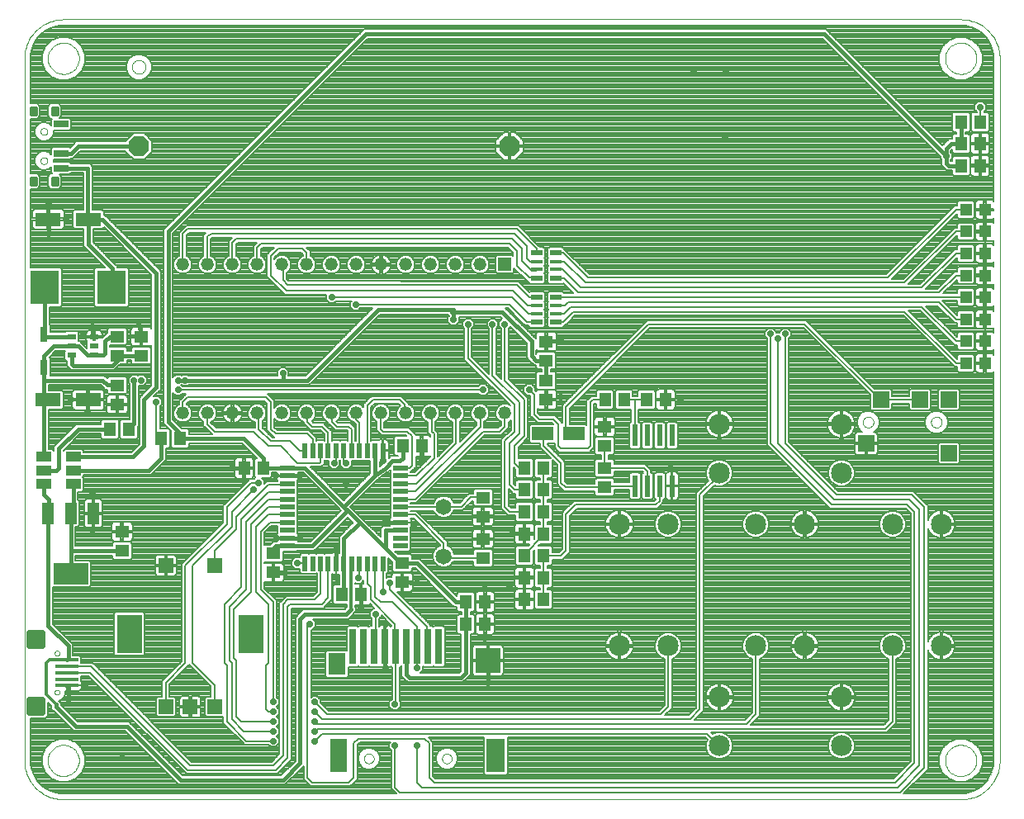
<source format=gtl>
G75*
G70*
%OFA0B0*%
%FSLAX24Y24*%
%IPPOS*%
%LPD*%
%AMOC8*
5,1,8,0,0,1.08239X$1,22.5*
%
%ADD10C,0.0000*%
%ADD11OC8,0.0827*%
%ADD12C,0.0850*%
%ADD13R,0.0276X0.1417*%
%ADD14R,0.0984X0.0984*%
%ADD15R,0.0748X0.1378*%
%ADD16R,0.0709X0.1378*%
%ADD17R,0.0709X0.0886*%
%ADD18R,0.0650X0.0650*%
%ADD19R,0.0315X0.0630*%
%ADD20R,0.0580X0.0500*%
%ADD21R,0.0591X0.0276*%
%ADD22C,0.0157*%
%ADD23R,0.1181X0.1378*%
%ADD24R,0.0354X0.0236*%
%ADD25R,0.1024X0.0551*%
%ADD26R,0.0925X0.0157*%
%ADD27C,0.0187*%
%ADD28R,0.0197X0.0591*%
%ADD29R,0.0591X0.0197*%
%ADD30R,0.0500X0.0580*%
%ADD31R,0.0500X0.0500*%
%ADD32R,0.0453X0.0173*%
%ADD33R,0.0453X0.0248*%
%ADD34R,0.0594X0.0594*%
%ADD35R,0.0984X0.1575*%
%ADD36R,0.0520X0.0520*%
%ADD37C,0.0520*%
%ADD38R,0.0236X0.0866*%
%ADD39R,0.0866X0.0551*%
%ADD40R,0.0480X0.0880*%
%ADD41R,0.1417X0.0866*%
%ADD42R,0.0591X0.0394*%
%ADD43C,0.0650*%
%ADD44OC8,0.0240*%
%ADD45C,0.0160*%
%ADD46C,0.0080*%
%ADD47C,0.0070*%
%ADD48C,0.0120*%
D10*
X002587Y001755D02*
X002587Y030101D01*
X003531Y030101D02*
X003533Y030151D01*
X003539Y030201D01*
X003549Y030250D01*
X003563Y030298D01*
X003580Y030345D01*
X003601Y030390D01*
X003626Y030434D01*
X003654Y030475D01*
X003686Y030514D01*
X003720Y030551D01*
X003757Y030585D01*
X003797Y030615D01*
X003839Y030642D01*
X003883Y030666D01*
X003929Y030687D01*
X003976Y030703D01*
X004024Y030716D01*
X004074Y030725D01*
X004123Y030730D01*
X004174Y030731D01*
X004224Y030728D01*
X004273Y030721D01*
X004322Y030710D01*
X004370Y030695D01*
X004416Y030677D01*
X004461Y030655D01*
X004504Y030629D01*
X004545Y030600D01*
X004584Y030568D01*
X004620Y030533D01*
X004652Y030495D01*
X004682Y030455D01*
X004709Y030412D01*
X004732Y030368D01*
X004751Y030322D01*
X004767Y030274D01*
X004779Y030225D01*
X004787Y030176D01*
X004791Y030126D01*
X004791Y030076D01*
X004787Y030026D01*
X004779Y029977D01*
X004767Y029928D01*
X004751Y029880D01*
X004732Y029834D01*
X004709Y029790D01*
X004682Y029747D01*
X004652Y029707D01*
X004620Y029669D01*
X004584Y029634D01*
X004545Y029602D01*
X004504Y029573D01*
X004461Y029547D01*
X004416Y029525D01*
X004370Y029507D01*
X004322Y029492D01*
X004273Y029481D01*
X004224Y029474D01*
X004174Y029471D01*
X004123Y029472D01*
X004074Y029477D01*
X004024Y029486D01*
X003976Y029499D01*
X003929Y029515D01*
X003883Y029536D01*
X003839Y029560D01*
X003797Y029587D01*
X003757Y029617D01*
X003720Y029651D01*
X003686Y029688D01*
X003654Y029727D01*
X003626Y029768D01*
X003601Y029812D01*
X003580Y029857D01*
X003563Y029904D01*
X003549Y029952D01*
X003539Y030001D01*
X003533Y030051D01*
X003531Y030101D01*
X002586Y030101D02*
X002588Y030178D01*
X002594Y030255D01*
X002603Y030332D01*
X002616Y030408D01*
X002633Y030484D01*
X002654Y030558D01*
X002678Y030632D01*
X002706Y030704D01*
X002737Y030774D01*
X002772Y030843D01*
X002810Y030911D01*
X002851Y030976D01*
X002896Y031039D01*
X002944Y031100D01*
X002994Y031159D01*
X003047Y031215D01*
X003103Y031268D01*
X003162Y031318D01*
X003223Y031366D01*
X003286Y031411D01*
X003351Y031452D01*
X003419Y031490D01*
X003488Y031525D01*
X003558Y031556D01*
X003630Y031584D01*
X003704Y031608D01*
X003778Y031629D01*
X003854Y031646D01*
X003930Y031659D01*
X004007Y031668D01*
X004084Y031674D01*
X004161Y031676D01*
X040382Y031676D01*
X039752Y030101D02*
X039754Y030151D01*
X039760Y030201D01*
X039770Y030250D01*
X039784Y030298D01*
X039801Y030345D01*
X039822Y030390D01*
X039847Y030434D01*
X039875Y030475D01*
X039907Y030514D01*
X039941Y030551D01*
X039978Y030585D01*
X040018Y030615D01*
X040060Y030642D01*
X040104Y030666D01*
X040150Y030687D01*
X040197Y030703D01*
X040245Y030716D01*
X040295Y030725D01*
X040344Y030730D01*
X040395Y030731D01*
X040445Y030728D01*
X040494Y030721D01*
X040543Y030710D01*
X040591Y030695D01*
X040637Y030677D01*
X040682Y030655D01*
X040725Y030629D01*
X040766Y030600D01*
X040805Y030568D01*
X040841Y030533D01*
X040873Y030495D01*
X040903Y030455D01*
X040930Y030412D01*
X040953Y030368D01*
X040972Y030322D01*
X040988Y030274D01*
X041000Y030225D01*
X041008Y030176D01*
X041012Y030126D01*
X041012Y030076D01*
X041008Y030026D01*
X041000Y029977D01*
X040988Y029928D01*
X040972Y029880D01*
X040953Y029834D01*
X040930Y029790D01*
X040903Y029747D01*
X040873Y029707D01*
X040841Y029669D01*
X040805Y029634D01*
X040766Y029602D01*
X040725Y029573D01*
X040682Y029547D01*
X040637Y029525D01*
X040591Y029507D01*
X040543Y029492D01*
X040494Y029481D01*
X040445Y029474D01*
X040395Y029471D01*
X040344Y029472D01*
X040295Y029477D01*
X040245Y029486D01*
X040197Y029499D01*
X040150Y029515D01*
X040104Y029536D01*
X040060Y029560D01*
X040018Y029587D01*
X039978Y029617D01*
X039941Y029651D01*
X039907Y029688D01*
X039875Y029727D01*
X039847Y029768D01*
X039822Y029812D01*
X039801Y029857D01*
X039784Y029904D01*
X039770Y029952D01*
X039760Y030001D01*
X039754Y030051D01*
X039752Y030101D01*
X040382Y031676D02*
X040459Y031674D01*
X040536Y031668D01*
X040613Y031659D01*
X040689Y031646D01*
X040765Y031629D01*
X040839Y031608D01*
X040913Y031584D01*
X040985Y031556D01*
X041055Y031525D01*
X041124Y031490D01*
X041192Y031452D01*
X041257Y031411D01*
X041320Y031366D01*
X041381Y031318D01*
X041440Y031268D01*
X041496Y031215D01*
X041549Y031159D01*
X041599Y031100D01*
X041647Y031039D01*
X041692Y030976D01*
X041733Y030911D01*
X041771Y030843D01*
X041806Y030774D01*
X041837Y030704D01*
X041865Y030632D01*
X041889Y030558D01*
X041910Y030484D01*
X041927Y030408D01*
X041940Y030332D01*
X041949Y030255D01*
X041955Y030178D01*
X041957Y030101D01*
X041957Y001755D01*
X039752Y001755D02*
X039754Y001805D01*
X039760Y001855D01*
X039770Y001904D01*
X039784Y001952D01*
X039801Y001999D01*
X039822Y002044D01*
X039847Y002088D01*
X039875Y002129D01*
X039907Y002168D01*
X039941Y002205D01*
X039978Y002239D01*
X040018Y002269D01*
X040060Y002296D01*
X040104Y002320D01*
X040150Y002341D01*
X040197Y002357D01*
X040245Y002370D01*
X040295Y002379D01*
X040344Y002384D01*
X040395Y002385D01*
X040445Y002382D01*
X040494Y002375D01*
X040543Y002364D01*
X040591Y002349D01*
X040637Y002331D01*
X040682Y002309D01*
X040725Y002283D01*
X040766Y002254D01*
X040805Y002222D01*
X040841Y002187D01*
X040873Y002149D01*
X040903Y002109D01*
X040930Y002066D01*
X040953Y002022D01*
X040972Y001976D01*
X040988Y001928D01*
X041000Y001879D01*
X041008Y001830D01*
X041012Y001780D01*
X041012Y001730D01*
X041008Y001680D01*
X041000Y001631D01*
X040988Y001582D01*
X040972Y001534D01*
X040953Y001488D01*
X040930Y001444D01*
X040903Y001401D01*
X040873Y001361D01*
X040841Y001323D01*
X040805Y001288D01*
X040766Y001256D01*
X040725Y001227D01*
X040682Y001201D01*
X040637Y001179D01*
X040591Y001161D01*
X040543Y001146D01*
X040494Y001135D01*
X040445Y001128D01*
X040395Y001125D01*
X040344Y001126D01*
X040295Y001131D01*
X040245Y001140D01*
X040197Y001153D01*
X040150Y001169D01*
X040104Y001190D01*
X040060Y001214D01*
X040018Y001241D01*
X039978Y001271D01*
X039941Y001305D01*
X039907Y001342D01*
X039875Y001381D01*
X039847Y001422D01*
X039822Y001466D01*
X039801Y001511D01*
X039784Y001558D01*
X039770Y001606D01*
X039760Y001655D01*
X039754Y001705D01*
X039752Y001755D01*
X040382Y000180D02*
X040459Y000182D01*
X040536Y000188D01*
X040613Y000197D01*
X040689Y000210D01*
X040765Y000227D01*
X040839Y000248D01*
X040913Y000272D01*
X040985Y000300D01*
X041055Y000331D01*
X041124Y000366D01*
X041192Y000404D01*
X041257Y000445D01*
X041320Y000490D01*
X041381Y000538D01*
X041440Y000588D01*
X041496Y000641D01*
X041549Y000697D01*
X041599Y000756D01*
X041647Y000817D01*
X041692Y000880D01*
X041733Y000945D01*
X041771Y001013D01*
X041806Y001082D01*
X041837Y001152D01*
X041865Y001224D01*
X041889Y001298D01*
X041910Y001372D01*
X041927Y001448D01*
X041940Y001524D01*
X041949Y001601D01*
X041955Y001678D01*
X041957Y001755D01*
X040382Y000180D02*
X004161Y000180D01*
X003531Y001755D02*
X003533Y001805D01*
X003539Y001855D01*
X003549Y001904D01*
X003563Y001952D01*
X003580Y001999D01*
X003601Y002044D01*
X003626Y002088D01*
X003654Y002129D01*
X003686Y002168D01*
X003720Y002205D01*
X003757Y002239D01*
X003797Y002269D01*
X003839Y002296D01*
X003883Y002320D01*
X003929Y002341D01*
X003976Y002357D01*
X004024Y002370D01*
X004074Y002379D01*
X004123Y002384D01*
X004174Y002385D01*
X004224Y002382D01*
X004273Y002375D01*
X004322Y002364D01*
X004370Y002349D01*
X004416Y002331D01*
X004461Y002309D01*
X004504Y002283D01*
X004545Y002254D01*
X004584Y002222D01*
X004620Y002187D01*
X004652Y002149D01*
X004682Y002109D01*
X004709Y002066D01*
X004732Y002022D01*
X004751Y001976D01*
X004767Y001928D01*
X004779Y001879D01*
X004787Y001830D01*
X004791Y001780D01*
X004791Y001730D01*
X004787Y001680D01*
X004779Y001631D01*
X004767Y001582D01*
X004751Y001534D01*
X004732Y001488D01*
X004709Y001444D01*
X004682Y001401D01*
X004652Y001361D01*
X004620Y001323D01*
X004584Y001288D01*
X004545Y001256D01*
X004504Y001227D01*
X004461Y001201D01*
X004416Y001179D01*
X004370Y001161D01*
X004322Y001146D01*
X004273Y001135D01*
X004224Y001128D01*
X004174Y001125D01*
X004123Y001126D01*
X004074Y001131D01*
X004024Y001140D01*
X003976Y001153D01*
X003929Y001169D01*
X003883Y001190D01*
X003839Y001214D01*
X003797Y001241D01*
X003757Y001271D01*
X003720Y001305D01*
X003686Y001342D01*
X003654Y001381D01*
X003626Y001422D01*
X003601Y001466D01*
X003580Y001511D01*
X003563Y001558D01*
X003549Y001606D01*
X003539Y001655D01*
X003533Y001705D01*
X003531Y001755D01*
X002586Y001755D02*
X002588Y001678D01*
X002594Y001601D01*
X002603Y001524D01*
X002616Y001448D01*
X002633Y001372D01*
X002654Y001298D01*
X002678Y001224D01*
X002706Y001152D01*
X002737Y001082D01*
X002772Y001013D01*
X002810Y000945D01*
X002851Y000880D01*
X002896Y000817D01*
X002944Y000756D01*
X002994Y000697D01*
X003047Y000641D01*
X003103Y000588D01*
X003162Y000538D01*
X003223Y000490D01*
X003286Y000445D01*
X003351Y000404D01*
X003419Y000366D01*
X003488Y000331D01*
X003558Y000300D01*
X003630Y000272D01*
X003704Y000248D01*
X003778Y000227D01*
X003854Y000210D01*
X003930Y000197D01*
X004007Y000188D01*
X004084Y000182D01*
X004161Y000180D01*
X003807Y004511D02*
X003809Y004530D01*
X003814Y004549D01*
X003824Y004565D01*
X003836Y004580D01*
X003851Y004592D01*
X003867Y004602D01*
X003886Y004607D01*
X003905Y004609D01*
X003924Y004607D01*
X003943Y004602D01*
X003959Y004592D01*
X003974Y004580D01*
X003986Y004565D01*
X003996Y004549D01*
X004001Y004530D01*
X004003Y004511D01*
X004001Y004492D01*
X003996Y004473D01*
X003986Y004457D01*
X003974Y004442D01*
X003959Y004430D01*
X003943Y004420D01*
X003924Y004415D01*
X003905Y004413D01*
X003886Y004415D01*
X003867Y004420D01*
X003851Y004430D01*
X003836Y004442D01*
X003824Y004457D01*
X003814Y004473D01*
X003809Y004492D01*
X003807Y004511D01*
X003807Y006086D02*
X003809Y006105D01*
X003814Y006124D01*
X003824Y006140D01*
X003836Y006155D01*
X003851Y006167D01*
X003867Y006177D01*
X003886Y006182D01*
X003905Y006184D01*
X003924Y006182D01*
X003943Y006177D01*
X003959Y006167D01*
X003974Y006155D01*
X003986Y006140D01*
X003996Y006124D01*
X004001Y006105D01*
X004003Y006086D01*
X004001Y006067D01*
X003996Y006048D01*
X003986Y006032D01*
X003974Y006017D01*
X003959Y006005D01*
X003943Y005995D01*
X003924Y005990D01*
X003905Y005988D01*
X003886Y005990D01*
X003867Y005995D01*
X003851Y006005D01*
X003836Y006017D01*
X003824Y006032D01*
X003814Y006048D01*
X003809Y006067D01*
X003807Y006086D01*
X016295Y001834D02*
X016297Y001861D01*
X016303Y001888D01*
X016312Y001914D01*
X016325Y001938D01*
X016341Y001961D01*
X016360Y001980D01*
X016382Y001997D01*
X016406Y002011D01*
X016431Y002021D01*
X016458Y002028D01*
X016485Y002031D01*
X016513Y002030D01*
X016540Y002025D01*
X016566Y002017D01*
X016590Y002005D01*
X016613Y001989D01*
X016634Y001971D01*
X016651Y001950D01*
X016666Y001926D01*
X016677Y001901D01*
X016685Y001875D01*
X016689Y001848D01*
X016689Y001820D01*
X016685Y001793D01*
X016677Y001767D01*
X016666Y001742D01*
X016651Y001718D01*
X016634Y001697D01*
X016613Y001679D01*
X016591Y001663D01*
X016566Y001651D01*
X016540Y001643D01*
X016513Y001638D01*
X016485Y001637D01*
X016458Y001640D01*
X016431Y001647D01*
X016406Y001657D01*
X016382Y001671D01*
X016360Y001688D01*
X016341Y001707D01*
X016325Y001730D01*
X016312Y001754D01*
X016303Y001780D01*
X016297Y001807D01*
X016295Y001834D01*
X019445Y001834D02*
X019447Y001861D01*
X019453Y001888D01*
X019462Y001914D01*
X019475Y001938D01*
X019491Y001961D01*
X019510Y001980D01*
X019532Y001997D01*
X019556Y002011D01*
X019581Y002021D01*
X019608Y002028D01*
X019635Y002031D01*
X019663Y002030D01*
X019690Y002025D01*
X019716Y002017D01*
X019740Y002005D01*
X019763Y001989D01*
X019784Y001971D01*
X019801Y001950D01*
X019816Y001926D01*
X019827Y001901D01*
X019835Y001875D01*
X019839Y001848D01*
X019839Y001820D01*
X019835Y001793D01*
X019827Y001767D01*
X019816Y001742D01*
X019801Y001718D01*
X019784Y001697D01*
X019763Y001679D01*
X019741Y001663D01*
X019716Y001651D01*
X019690Y001643D01*
X019663Y001638D01*
X019635Y001637D01*
X019608Y001640D01*
X019581Y001647D01*
X019556Y001657D01*
X019532Y001671D01*
X019510Y001688D01*
X019491Y001707D01*
X019475Y001730D01*
X019462Y001754D01*
X019453Y001780D01*
X019447Y001807D01*
X019445Y001834D01*
X036425Y015416D02*
X036427Y015445D01*
X036433Y015473D01*
X036442Y015501D01*
X036455Y015527D01*
X036472Y015550D01*
X036491Y015572D01*
X036513Y015591D01*
X036538Y015606D01*
X036564Y015619D01*
X036592Y015627D01*
X036620Y015632D01*
X036649Y015633D01*
X036678Y015630D01*
X036706Y015623D01*
X036733Y015613D01*
X036759Y015599D01*
X036782Y015582D01*
X036803Y015562D01*
X036821Y015539D01*
X036836Y015514D01*
X036847Y015487D01*
X036855Y015459D01*
X036859Y015430D01*
X036859Y015402D01*
X036855Y015373D01*
X036847Y015345D01*
X036836Y015318D01*
X036821Y015293D01*
X036803Y015270D01*
X036782Y015250D01*
X036759Y015233D01*
X036733Y015219D01*
X036706Y015209D01*
X036678Y015202D01*
X036649Y015199D01*
X036620Y015200D01*
X036592Y015205D01*
X036564Y015213D01*
X036538Y015226D01*
X036513Y015241D01*
X036491Y015260D01*
X036472Y015282D01*
X036455Y015305D01*
X036442Y015331D01*
X036433Y015359D01*
X036427Y015387D01*
X036425Y015416D01*
X039181Y015416D02*
X039183Y015445D01*
X039189Y015473D01*
X039198Y015501D01*
X039211Y015527D01*
X039228Y015550D01*
X039247Y015572D01*
X039269Y015591D01*
X039294Y015606D01*
X039320Y015619D01*
X039348Y015627D01*
X039376Y015632D01*
X039405Y015633D01*
X039434Y015630D01*
X039462Y015623D01*
X039489Y015613D01*
X039515Y015599D01*
X039538Y015582D01*
X039559Y015562D01*
X039577Y015539D01*
X039592Y015514D01*
X039603Y015487D01*
X039611Y015459D01*
X039615Y015430D01*
X039615Y015402D01*
X039611Y015373D01*
X039603Y015345D01*
X039592Y015318D01*
X039577Y015293D01*
X039559Y015270D01*
X039538Y015250D01*
X039515Y015233D01*
X039489Y015219D01*
X039462Y015209D01*
X039434Y015202D01*
X039405Y015199D01*
X039376Y015200D01*
X039348Y015205D01*
X039320Y015213D01*
X039294Y015226D01*
X039269Y015241D01*
X039247Y015260D01*
X039228Y015282D01*
X039211Y015305D01*
X039198Y015331D01*
X039189Y015359D01*
X039183Y015387D01*
X039181Y015416D01*
X006929Y029758D02*
X006931Y029791D01*
X006937Y029823D01*
X006946Y029854D01*
X006959Y029884D01*
X006976Y029912D01*
X006996Y029938D01*
X007019Y029962D01*
X007044Y029982D01*
X007072Y030000D01*
X007101Y030014D01*
X007132Y030024D01*
X007164Y030031D01*
X007197Y030034D01*
X007230Y030033D01*
X007262Y030028D01*
X007293Y030019D01*
X007324Y030007D01*
X007352Y029991D01*
X007379Y029972D01*
X007403Y029950D01*
X007424Y029925D01*
X007443Y029898D01*
X007458Y029869D01*
X007469Y029839D01*
X007477Y029807D01*
X007481Y029774D01*
X007481Y029742D01*
X007477Y029709D01*
X007469Y029677D01*
X007458Y029647D01*
X007443Y029618D01*
X007424Y029591D01*
X007403Y029566D01*
X007379Y029544D01*
X007352Y029525D01*
X007324Y029509D01*
X007293Y029497D01*
X007262Y029488D01*
X007230Y029483D01*
X007197Y029482D01*
X007164Y029485D01*
X007132Y029492D01*
X007101Y029502D01*
X007072Y029516D01*
X007044Y029534D01*
X007019Y029554D01*
X006996Y029578D01*
X006976Y029604D01*
X006959Y029632D01*
X006946Y029662D01*
X006937Y029693D01*
X006931Y029725D01*
X006929Y029758D01*
X003236Y027149D02*
X003238Y027172D01*
X003244Y027195D01*
X003254Y027216D01*
X003267Y027236D01*
X003283Y027253D01*
X003302Y027267D01*
X003323Y027277D01*
X003345Y027284D01*
X003368Y027287D01*
X003392Y027286D01*
X003414Y027281D01*
X003436Y027272D01*
X003456Y027260D01*
X003474Y027244D01*
X003488Y027226D01*
X003500Y027206D01*
X003508Y027184D01*
X003512Y027161D01*
X003512Y027137D01*
X003508Y027114D01*
X003500Y027092D01*
X003488Y027072D01*
X003474Y027054D01*
X003456Y027038D01*
X003436Y027026D01*
X003414Y027017D01*
X003392Y027012D01*
X003368Y027011D01*
X003345Y027014D01*
X003323Y027021D01*
X003302Y027031D01*
X003283Y027045D01*
X003267Y027062D01*
X003254Y027082D01*
X003244Y027103D01*
X003238Y027126D01*
X003236Y027149D01*
X003236Y025967D02*
X003238Y025990D01*
X003244Y026013D01*
X003254Y026034D01*
X003267Y026054D01*
X003283Y026071D01*
X003302Y026085D01*
X003323Y026095D01*
X003345Y026102D01*
X003368Y026105D01*
X003392Y026104D01*
X003414Y026099D01*
X003436Y026090D01*
X003456Y026078D01*
X003474Y026062D01*
X003488Y026044D01*
X003500Y026024D01*
X003508Y026002D01*
X003512Y025979D01*
X003512Y025955D01*
X003508Y025932D01*
X003500Y025910D01*
X003488Y025890D01*
X003474Y025872D01*
X003456Y025856D01*
X003436Y025844D01*
X003414Y025835D01*
X003392Y025830D01*
X003368Y025829D01*
X003345Y025832D01*
X003323Y025839D01*
X003302Y025849D01*
X003283Y025863D01*
X003267Y025880D01*
X003254Y025900D01*
X003244Y025921D01*
X003238Y025944D01*
X003236Y025967D01*
D11*
X007205Y026558D03*
X022165Y026558D03*
D12*
X030638Y015337D03*
X030638Y013369D03*
X032114Y011302D03*
X034083Y011302D03*
X035559Y013369D03*
X037626Y011302D03*
X039594Y011302D03*
X035559Y015337D03*
X028571Y011302D03*
X026602Y011302D03*
X026602Y006381D03*
X028571Y006381D03*
X030638Y004314D03*
X030638Y002345D03*
X035559Y002345D03*
X035559Y004314D03*
X034083Y006381D03*
X032114Y006381D03*
X037626Y006381D03*
X039594Y006381D03*
D13*
X019307Y006361D03*
X018874Y006361D03*
X018441Y006361D03*
X018008Y006361D03*
X017575Y006361D03*
X017142Y006361D03*
X016709Y006361D03*
X016276Y006361D03*
X015842Y006361D03*
D14*
X021295Y005790D03*
D15*
X021610Y001952D03*
D16*
X015252Y001952D03*
D17*
X015213Y005643D03*
D18*
X036563Y014550D03*
X037154Y016322D03*
X038728Y016322D03*
X039909Y016322D03*
X039909Y014156D03*
D19*
X003374Y017621D03*
X003374Y018960D03*
D20*
X006327Y018871D03*
X007311Y018871D03*
X007311Y018103D03*
X006327Y018103D03*
X006327Y016903D03*
X006327Y016135D03*
X006524Y010997D03*
X006524Y010229D03*
X012626Y010111D03*
X012626Y009343D03*
X017842Y009718D03*
X017842Y008950D03*
X021091Y009934D03*
X021091Y010702D03*
X021091Y011607D03*
X021091Y012375D03*
X026012Y012788D03*
X026012Y013556D03*
X026012Y014461D03*
X026012Y015229D03*
X023650Y016331D03*
X023650Y017099D03*
X023650Y017906D03*
X023650Y018674D03*
D21*
X004063Y025672D03*
X004063Y026263D03*
X004063Y027444D03*
D22*
X003728Y027856D02*
X003728Y028094D01*
X003886Y028094D01*
X003886Y027856D01*
X003728Y027856D01*
X003728Y028012D02*
X003886Y028012D01*
X002862Y028094D02*
X002862Y027856D01*
X002862Y028094D02*
X003020Y028094D01*
X003020Y027856D01*
X002862Y027856D01*
X002862Y028012D02*
X003020Y028012D01*
X002862Y025260D02*
X002862Y025022D01*
X002862Y025260D02*
X003020Y025260D01*
X003020Y025022D01*
X002862Y025022D01*
X002862Y025178D02*
X003020Y025178D01*
X003728Y025260D02*
X003728Y025022D01*
X003728Y025260D02*
X003886Y025260D01*
X003886Y025022D01*
X003728Y025022D01*
X003728Y025178D02*
X003886Y025178D01*
D23*
X003413Y020849D03*
X006091Y020849D03*
D24*
X005402Y018861D03*
X005402Y018487D03*
X005402Y018113D03*
X004496Y018113D03*
X004496Y018487D03*
X004496Y018861D03*
D25*
X005165Y016322D03*
X003551Y016322D03*
X003551Y023605D03*
X005165Y023605D03*
D26*
X004299Y005810D03*
X004299Y005554D03*
X004299Y005298D03*
X004299Y005042D03*
X004299Y004786D03*
D27*
X002778Y004221D02*
X002778Y003659D01*
X002778Y004221D02*
X003340Y004221D01*
X003340Y003659D01*
X002778Y003659D01*
X002778Y003845D02*
X003340Y003845D01*
X003340Y004031D02*
X002778Y004031D01*
X002778Y004217D02*
X003340Y004217D01*
X002778Y006375D02*
X002778Y006937D01*
X003340Y006937D01*
X003340Y006375D01*
X002778Y006375D01*
X002778Y006561D02*
X003340Y006561D01*
X003340Y006747D02*
X002778Y006747D01*
X002778Y006933D02*
X003340Y006933D01*
D28*
X013905Y009708D03*
X014220Y009708D03*
X014535Y009708D03*
X014850Y009708D03*
X015165Y009708D03*
X015480Y009708D03*
X015795Y009708D03*
X016110Y009708D03*
X016425Y009708D03*
X016740Y009708D03*
X017055Y009708D03*
X017055Y014274D03*
X016740Y014274D03*
X016425Y014274D03*
X016110Y014274D03*
X015795Y014274D03*
X015480Y014274D03*
X015165Y014274D03*
X014850Y014274D03*
X014535Y014274D03*
X014220Y014274D03*
X013905Y014274D03*
D29*
X013197Y013566D03*
X013197Y013251D03*
X013197Y012936D03*
X013197Y012621D03*
X013197Y012306D03*
X013197Y011991D03*
X013197Y011676D03*
X013197Y011361D03*
X013197Y011046D03*
X013197Y010731D03*
X013197Y010416D03*
X017764Y010416D03*
X017764Y010731D03*
X017764Y011046D03*
X017764Y011361D03*
X017764Y011676D03*
X017764Y011991D03*
X017764Y012306D03*
X017764Y012621D03*
X017764Y012936D03*
X017764Y013251D03*
X017764Y013566D03*
D30*
X017852Y014452D03*
X018620Y014452D03*
X022773Y013566D03*
X023541Y013566D03*
X023541Y012680D03*
X022773Y012680D03*
X022773Y011794D03*
X023541Y011794D03*
X023541Y010908D03*
X022773Y010908D03*
X022773Y010023D03*
X023541Y010023D03*
X023541Y009137D03*
X022773Y009137D03*
X022773Y008251D03*
X023541Y008251D03*
X021179Y008152D03*
X020411Y008152D03*
X020411Y007267D03*
X021179Y007267D03*
X016160Y008448D03*
X015392Y008448D03*
X012223Y013566D03*
X011455Y013566D03*
X008876Y014747D03*
X008108Y014747D03*
X006809Y015141D03*
X006041Y015141D03*
X026021Y016322D03*
X026789Y016322D03*
X027695Y016322D03*
X028463Y016322D03*
X040392Y025771D03*
X041160Y025771D03*
X041160Y026656D03*
X040392Y026656D03*
X040392Y027542D03*
X041160Y027542D03*
D31*
X041356Y023999D03*
X040588Y023999D03*
X040588Y023113D03*
X041356Y023113D03*
X041356Y022227D03*
X040588Y022227D03*
X040588Y021341D03*
X041356Y021341D03*
X041356Y020456D03*
X040588Y020456D03*
X040588Y019570D03*
X041356Y019570D03*
X041356Y018684D03*
X040588Y018684D03*
X040588Y017798D03*
X041356Y017798D03*
D32*
X024033Y019806D03*
X024033Y020121D03*
X023266Y020121D03*
X023266Y019806D03*
X023266Y021578D03*
X023266Y021893D03*
X024033Y021893D03*
X024033Y021578D03*
D33*
X024033Y021225D03*
X024033Y020473D03*
X023266Y020473D03*
X023266Y021225D03*
X023266Y022245D03*
X024033Y022245D03*
X024033Y019454D03*
X023266Y019454D03*
D34*
X010264Y009629D03*
X008295Y009629D03*
X008295Y003920D03*
X009279Y003920D03*
X010264Y003920D03*
D35*
X011740Y006873D03*
X006819Y006873D03*
D36*
X021980Y021782D03*
D37*
X020980Y021782D03*
X019980Y021782D03*
X018980Y021782D03*
X017980Y021782D03*
X016980Y021782D03*
X015980Y021782D03*
X014980Y021782D03*
X013980Y021782D03*
X012980Y021782D03*
X011980Y021782D03*
X010980Y021782D03*
X009980Y021782D03*
X008980Y021782D03*
X008980Y015782D03*
X009980Y015782D03*
X010980Y015782D03*
X011980Y015782D03*
X012980Y015782D03*
X013980Y015782D03*
X014980Y015782D03*
X015980Y015782D03*
X016980Y015782D03*
X017980Y015782D03*
X018980Y015782D03*
X019980Y015782D03*
X020980Y015782D03*
X021980Y015782D03*
D38*
X027230Y014885D03*
X027730Y014885D03*
X028230Y014885D03*
X028730Y014885D03*
X028730Y012837D03*
X028230Y012837D03*
X027730Y012837D03*
X027230Y012837D03*
D39*
X024772Y014944D03*
X023512Y014944D03*
D40*
X005367Y011735D03*
X004457Y011735D03*
X003547Y011735D03*
D41*
X004457Y009295D03*
D42*
X004555Y012916D03*
X004555Y013467D03*
X004555Y014019D03*
X003374Y014019D03*
X003374Y013467D03*
X003374Y012916D03*
D43*
X019516Y012007D03*
X019516Y010007D03*
D44*
X018433Y008940D03*
X017350Y008940D03*
X017055Y008546D03*
X016760Y007660D03*
X016169Y007857D03*
X017154Y007267D03*
X017154Y005495D03*
X018433Y005495D03*
X017547Y004019D03*
X017547Y002345D03*
X018433Y002345D03*
X021287Y004904D03*
X021169Y006696D03*
X021169Y008704D03*
X022173Y008743D03*
X022272Y010908D03*
X018335Y011302D03*
X017154Y011400D03*
X015579Y012877D03*
X015579Y013763D03*
X015087Y013763D03*
X013709Y013271D03*
X012724Y013271D03*
X012035Y012975D03*
X011839Y012680D03*
X011445Y013074D03*
X010953Y013566D03*
X007902Y016223D03*
X008787Y016715D03*
X008787Y017109D03*
X009083Y017109D03*
X007311Y017109D03*
X007016Y017109D03*
X005146Y016814D03*
X004457Y016322D03*
X005146Y015830D03*
X004949Y018881D03*
X005342Y019274D03*
X007213Y019471D03*
X003571Y023015D03*
X004260Y023605D03*
X003571Y024196D03*
X013020Y017404D03*
X015972Y020160D03*
X014988Y020456D03*
X019909Y019865D03*
X019909Y019570D03*
X020500Y019373D03*
X021484Y019373D03*
X021976Y019373D03*
X024240Y018782D03*
X022961Y016715D03*
X024240Y016420D03*
X021091Y016715D03*
X017409Y014255D03*
X017055Y013861D03*
X018630Y013861D03*
X015185Y010318D03*
X013709Y010711D03*
X012783Y010711D03*
X013610Y009727D03*
X013118Y009334D03*
X015185Y009137D03*
X016071Y009137D03*
X014102Y007267D03*
X014299Y004117D03*
X014299Y003723D03*
X014299Y003330D03*
X014299Y002936D03*
X014299Y002542D03*
X012626Y002542D03*
X012626Y002936D03*
X012626Y003330D03*
X012626Y003723D03*
X012626Y004117D03*
X006524Y001853D03*
X004358Y004215D03*
X004358Y004511D03*
X005047Y004806D03*
X005342Y010908D03*
X005342Y012483D03*
X028669Y013566D03*
X029063Y016322D03*
X032705Y018979D03*
X033000Y018782D03*
X033295Y018979D03*
X039791Y026164D03*
X041169Y028133D03*
X030874Y026971D03*
X030894Y029570D03*
X029594Y029609D03*
D45*
X034870Y031086D02*
X016366Y031086D01*
X008394Y023113D01*
X008394Y015436D01*
X008787Y015042D01*
X008787Y014836D01*
X008876Y014747D01*
X011445Y014747D01*
X012232Y013960D01*
X012232Y013576D01*
X012223Y013566D01*
X013197Y013566D01*
X013905Y013566D01*
X015480Y011991D01*
X016740Y013271D01*
X017154Y013566D01*
X017449Y013861D01*
X017744Y013861D01*
X017852Y013969D01*
X017852Y014452D01*
X018620Y014452D02*
X018630Y013861D01*
X017055Y013861D02*
X017055Y014274D01*
X016740Y014274D02*
X016740Y013271D01*
X015480Y011991D02*
X015628Y011843D01*
X014201Y010416D01*
X013197Y010416D01*
X012724Y010416D01*
X012626Y010318D01*
X012626Y010111D01*
X012626Y009343D02*
X013118Y009334D01*
X013197Y010731D02*
X013689Y010731D01*
X013709Y010711D01*
X015165Y010298D02*
X015165Y009708D01*
X015480Y009708D02*
X015480Y010711D01*
X016120Y011351D01*
X017154Y010318D01*
X017154Y011046D01*
X017764Y011046D01*
X017764Y011361D02*
X017193Y011361D01*
X017154Y011400D01*
X016120Y011351D02*
X015628Y011843D01*
X013709Y013271D02*
X013689Y013251D01*
X013197Y013251D01*
X011455Y013566D02*
X010953Y013566D01*
X008098Y013960D02*
X008098Y014442D01*
X008108Y014747D01*
X007409Y014452D02*
X007409Y016322D01*
X007902Y016814D01*
X007902Y021440D01*
X005736Y023605D01*
X005165Y023605D01*
X005165Y022601D01*
X006130Y021637D01*
X006130Y020889D01*
X006091Y020849D01*
X007213Y019471D02*
X007311Y018871D01*
X006327Y018871D02*
X006028Y018871D01*
X005837Y018680D01*
X005837Y018180D01*
X005770Y018113D01*
X005402Y018113D01*
X005126Y018113D01*
X004752Y018487D01*
X004496Y018487D01*
X003768Y018487D01*
X003374Y018093D01*
X003374Y017621D01*
X003374Y017109D01*
X005736Y017109D01*
X005933Y016912D01*
X006327Y016903D01*
X007016Y017109D02*
X007016Y015347D01*
X006809Y015141D01*
X006041Y015141D02*
X004752Y015141D01*
X003965Y014353D01*
X003965Y013566D01*
X003866Y013467D01*
X003374Y013467D01*
X003374Y012916D02*
X003374Y012483D01*
X003571Y012286D01*
X003571Y011759D01*
X003547Y011735D01*
X003547Y007192D01*
X004358Y006381D01*
X004358Y005869D01*
X004299Y005810D01*
X004299Y004786D02*
X004279Y004786D01*
X004358Y004708D01*
X004358Y004215D01*
X003866Y004019D02*
X003866Y003920D01*
X004654Y003133D01*
X006720Y003133D01*
X008886Y000967D01*
X013020Y000967D01*
X013709Y001656D01*
X013709Y007463D01*
X013905Y007660D01*
X015579Y007660D01*
X015776Y007857D01*
X016169Y007857D02*
X016160Y008448D01*
X015480Y008733D02*
X015392Y008448D01*
X015480Y008733D02*
X015480Y009708D01*
X015165Y010298D02*
X015185Y010318D01*
X017154Y010318D02*
X017754Y009718D01*
X017842Y009718D01*
X018443Y009718D01*
X020008Y008152D01*
X020411Y008152D01*
X020411Y007267D01*
X020402Y007257D01*
X020402Y005298D01*
X020205Y005101D01*
X018138Y005101D01*
X018008Y005231D01*
X018008Y006361D01*
X017163Y006383D02*
X017142Y006361D01*
X017142Y005593D01*
X017154Y005495D01*
X021295Y005790D02*
X021295Y005200D01*
X021287Y004904D01*
X018433Y008940D02*
X017842Y008950D01*
X008098Y013960D02*
X007606Y013467D01*
X004555Y013467D01*
X004555Y012916D02*
X004555Y011833D01*
X004457Y011735D01*
X004457Y010219D01*
X004466Y010229D01*
X006524Y010229D01*
X004457Y010219D02*
X004457Y009295D01*
X004555Y014019D02*
X006976Y014019D01*
X007409Y014452D01*
X005146Y015830D02*
X005146Y016223D01*
X005165Y016322D01*
X005146Y016223D02*
X005146Y016814D01*
X004555Y017700D02*
X006130Y017700D01*
X006327Y017897D01*
X006327Y018103D01*
X007311Y018103D01*
X008787Y017109D02*
X009083Y017109D01*
X013020Y017109D01*
X013020Y017404D01*
X013020Y017109D02*
X014004Y017109D01*
X016858Y019963D01*
X019909Y019963D01*
X019909Y019865D01*
X021878Y019865D01*
X023059Y018684D01*
X023059Y018093D01*
X023246Y017906D01*
X023650Y017906D01*
X023650Y017099D01*
X019909Y019570D02*
X019909Y019865D01*
X007205Y026558D02*
X004752Y026558D01*
X004457Y026263D01*
X004063Y026263D01*
X004063Y025672D02*
X005146Y025672D01*
X005146Y023625D01*
X005165Y023605D01*
X003571Y023605D02*
X003571Y023015D01*
X003551Y023605D02*
X003571Y023605D01*
X003551Y023605D02*
X003551Y024176D01*
X003571Y024196D01*
X003413Y020849D02*
X003413Y018999D01*
X003374Y018960D01*
X003472Y018861D01*
X004496Y018861D01*
X005342Y018920D02*
X005402Y018861D01*
X005402Y018822D01*
X005342Y018920D02*
X005342Y019274D01*
X004496Y018113D02*
X004496Y017759D01*
X004555Y017700D01*
X003374Y017109D02*
X003374Y016302D01*
X003551Y016322D01*
X003374Y016145D01*
X003374Y014019D01*
X034870Y031086D02*
X039791Y026164D01*
X039791Y026460D01*
X039988Y026656D01*
X040392Y026656D01*
X040392Y027542D01*
X039791Y026164D02*
X039791Y025869D01*
X039890Y025771D01*
X040392Y025771D01*
D46*
X040752Y025771D02*
X041120Y025771D01*
X041120Y025811D02*
X041120Y025731D01*
X040770Y025731D01*
X040770Y025462D01*
X040779Y025427D01*
X040798Y025395D01*
X040824Y025369D01*
X040856Y025350D01*
X040891Y025341D01*
X041120Y025341D01*
X041120Y025731D01*
X041200Y025731D01*
X041200Y025811D01*
X041120Y025811D01*
X041120Y026201D01*
X040891Y026201D01*
X040856Y026191D01*
X040824Y026173D01*
X040798Y026147D01*
X040779Y026115D01*
X040770Y026079D01*
X040770Y025811D01*
X041120Y025811D01*
X041120Y025850D02*
X041200Y025850D01*
X041200Y025811D02*
X041200Y026201D01*
X041428Y026201D01*
X041464Y026191D01*
X041496Y026173D01*
X041522Y026147D01*
X041540Y026115D01*
X041550Y026079D01*
X041550Y025811D01*
X041200Y025811D01*
X041200Y025771D02*
X041717Y025771D01*
X041717Y025693D02*
X041550Y025693D01*
X041550Y025731D02*
X041200Y025731D01*
X041200Y025341D01*
X041428Y025341D01*
X041464Y025350D01*
X041496Y025369D01*
X041522Y025395D01*
X041540Y025427D01*
X041550Y025462D01*
X041550Y025731D01*
X041550Y025614D02*
X041717Y025614D01*
X041717Y025536D02*
X041550Y025536D01*
X041548Y025457D02*
X041717Y025457D01*
X041717Y025379D02*
X041506Y025379D01*
X041717Y025300D02*
X010849Y025300D01*
X010771Y025222D02*
X041717Y025222D01*
X041717Y025143D02*
X010692Y025143D01*
X010614Y025065D02*
X041717Y025065D01*
X041717Y024986D02*
X010535Y024986D01*
X010457Y024908D02*
X041717Y024908D01*
X041717Y024829D02*
X010378Y024829D01*
X010300Y024751D02*
X041717Y024751D01*
X041717Y024672D02*
X010221Y024672D01*
X010143Y024594D02*
X041717Y024594D01*
X041717Y024515D02*
X010064Y024515D01*
X009986Y024437D02*
X041717Y024437D01*
X041717Y024358D02*
X041695Y024358D01*
X041692Y024361D02*
X041660Y024379D01*
X041625Y024389D01*
X041396Y024389D01*
X041396Y024039D01*
X041316Y024039D01*
X041316Y023959D01*
X040966Y023959D01*
X040966Y023730D01*
X040967Y023730D02*
X040948Y023730D01*
X040966Y023730D02*
X040976Y023695D01*
X040994Y023663D01*
X041020Y023637D01*
X041052Y023618D01*
X041088Y023609D01*
X041316Y023609D01*
X041316Y023959D01*
X041396Y023959D01*
X041396Y023609D01*
X041625Y023609D01*
X041660Y023618D01*
X041692Y023637D01*
X041717Y023661D01*
X041717Y023451D01*
X041692Y023475D01*
X041660Y023494D01*
X041625Y023503D01*
X041396Y023503D01*
X041396Y023153D01*
X041316Y023153D01*
X041316Y023073D01*
X040966Y023073D01*
X040966Y022845D01*
X040976Y022809D01*
X040994Y022777D01*
X041020Y022751D01*
X041052Y022733D01*
X041088Y022723D01*
X041316Y022723D01*
X041316Y023073D01*
X041396Y023073D01*
X041396Y022723D01*
X041625Y022723D01*
X041660Y022733D01*
X041692Y022751D01*
X041717Y022775D01*
X041717Y022565D01*
X041692Y022589D01*
X041660Y022608D01*
X041625Y022617D01*
X041396Y022617D01*
X041396Y022267D01*
X041316Y022267D01*
X041316Y022187D01*
X040966Y022187D01*
X040966Y021959D01*
X040976Y021923D01*
X040994Y021891D01*
X041020Y021865D01*
X041052Y021847D01*
X041088Y021837D01*
X041316Y021837D01*
X041316Y022187D01*
X041396Y022187D01*
X041396Y021837D01*
X041625Y021837D01*
X041660Y021847D01*
X041692Y021865D01*
X041717Y021889D01*
X041717Y021679D01*
X041692Y021703D01*
X041660Y021722D01*
X041625Y021731D01*
X041396Y021731D01*
X041396Y021381D01*
X041316Y021381D01*
X041316Y021301D01*
X041396Y021301D01*
X041396Y020951D01*
X041625Y020951D01*
X041660Y020961D01*
X041692Y020979D01*
X041717Y021004D01*
X041717Y020793D01*
X041692Y020818D01*
X041660Y020836D01*
X041625Y020846D01*
X041396Y020846D01*
X041396Y020496D01*
X041316Y020496D01*
X041316Y020846D01*
X041088Y020846D01*
X041052Y020836D01*
X041020Y020818D01*
X040994Y020792D01*
X040976Y020760D01*
X040966Y020724D01*
X040966Y020496D01*
X041316Y020496D01*
X041316Y020416D01*
X040966Y020416D01*
X040966Y020187D01*
X040976Y020152D01*
X040994Y020120D01*
X041020Y020094D01*
X041052Y020075D01*
X041088Y020066D01*
X041316Y020066D01*
X041316Y020416D01*
X041396Y020416D01*
X041396Y020066D01*
X041625Y020066D01*
X041660Y020075D01*
X041692Y020094D01*
X041717Y020118D01*
X041717Y019908D01*
X041692Y019932D01*
X041660Y019950D01*
X041625Y019960D01*
X041396Y019960D01*
X041396Y019610D01*
X041316Y019610D01*
X041316Y019530D01*
X040966Y019530D01*
X040966Y019301D01*
X040976Y019266D01*
X040994Y019234D01*
X041020Y019208D01*
X041052Y019189D01*
X041088Y019180D01*
X041316Y019180D01*
X041316Y019530D01*
X041396Y019530D01*
X041396Y019180D01*
X041625Y019180D01*
X041660Y019189D01*
X041692Y019208D01*
X041717Y019232D01*
X041717Y019022D01*
X041692Y019046D01*
X041660Y019064D01*
X041625Y019074D01*
X041396Y019074D01*
X041396Y018724D01*
X041316Y018724D01*
X041316Y018644D01*
X040966Y018644D01*
X040966Y018416D01*
X040976Y018380D01*
X040994Y018348D01*
X041020Y018322D01*
X041052Y018303D01*
X041088Y018294D01*
X041316Y018294D01*
X041316Y018644D01*
X041396Y018644D01*
X041396Y018294D01*
X041625Y018294D01*
X041660Y018303D01*
X041692Y018322D01*
X041717Y018346D01*
X041717Y018136D01*
X041692Y018160D01*
X041660Y018179D01*
X041625Y018188D01*
X041396Y018188D01*
X041396Y017838D01*
X041316Y017838D01*
X041316Y017758D01*
X040966Y017758D01*
X040966Y017530D01*
X040976Y017494D01*
X040994Y017462D01*
X041020Y017436D01*
X041052Y017418D01*
X041088Y017408D01*
X041316Y017408D01*
X041316Y017758D01*
X041396Y017758D01*
X041396Y017408D01*
X041625Y017408D01*
X041660Y017418D01*
X041692Y017436D01*
X041717Y017460D01*
X041717Y001755D01*
X041705Y001581D01*
X041615Y001244D01*
X041441Y000942D01*
X041194Y000696D01*
X040893Y000522D01*
X040556Y000431D01*
X040382Y000420D01*
X038078Y000420D01*
X039055Y001397D01*
X039055Y006211D01*
X039071Y006164D01*
X039111Y006085D01*
X039163Y006013D01*
X039226Y005950D01*
X039298Y005898D01*
X039378Y005857D01*
X039462Y005830D01*
X039550Y005816D01*
X039554Y005816D01*
X039554Y006341D01*
X039634Y006341D01*
X039634Y005816D01*
X039639Y005816D01*
X039727Y005830D01*
X039811Y005857D01*
X039891Y005898D01*
X039963Y005950D01*
X040025Y006013D01*
X040078Y006085D01*
X040118Y006164D01*
X040146Y006248D01*
X040159Y006336D01*
X040159Y006341D01*
X039634Y006341D01*
X039634Y006421D01*
X039554Y006421D01*
X039554Y006946D01*
X039550Y006946D01*
X039462Y006932D01*
X039378Y006904D01*
X039298Y006864D01*
X039226Y006812D01*
X039163Y006749D01*
X039111Y006677D01*
X039071Y006598D01*
X039055Y006550D01*
X039055Y011132D01*
X039071Y011085D01*
X039111Y011006D01*
X039163Y010934D01*
X039226Y010871D01*
X039298Y010819D01*
X039378Y010778D01*
X039462Y010751D01*
X039550Y010737D01*
X039554Y010737D01*
X039554Y011262D01*
X039634Y011262D01*
X039634Y010737D01*
X039639Y010737D01*
X039727Y010751D01*
X039811Y010778D01*
X039891Y010819D01*
X039963Y010871D01*
X040025Y010934D01*
X040078Y011006D01*
X040118Y011085D01*
X040146Y011170D01*
X041717Y011170D01*
X041717Y011092D02*
X040120Y011092D01*
X040146Y011170D02*
X040159Y011258D01*
X040159Y011262D01*
X039634Y011262D01*
X039634Y011342D01*
X039554Y011342D01*
X039554Y011867D01*
X039550Y011867D01*
X039462Y011853D01*
X039378Y011826D01*
X039298Y011785D01*
X039226Y011733D01*
X039163Y011670D01*
X039111Y011598D01*
X039071Y011519D01*
X039055Y011472D01*
X039055Y012053D01*
X038968Y012141D01*
X038475Y012633D01*
X035424Y012633D01*
X033445Y014612D01*
X033445Y018804D01*
X033525Y018884D01*
X033525Y019074D01*
X033391Y019209D01*
X033200Y019209D01*
X033065Y019074D01*
X033065Y019012D01*
X032935Y019012D01*
X032935Y019074D01*
X032800Y019209D01*
X032609Y019209D01*
X032475Y019074D01*
X032475Y018884D01*
X032555Y018804D01*
X032555Y014488D01*
X035015Y012027D01*
X035103Y011939D01*
X038154Y011939D01*
X038362Y011732D01*
X038362Y001719D01*
X037662Y001019D01*
X019184Y001019D01*
X019075Y001128D01*
X019075Y002506D01*
X018894Y002687D01*
X021127Y002687D01*
X021126Y002686D01*
X021126Y001217D01*
X021191Y001153D01*
X022030Y001153D01*
X022094Y001217D01*
X022094Y002686D01*
X022093Y002687D01*
X030084Y002687D01*
X030166Y002605D01*
X030103Y002452D01*
X030103Y002239D01*
X030184Y002042D01*
X030335Y001892D01*
X030531Y001810D01*
X030744Y001810D01*
X030941Y001892D01*
X031091Y002042D01*
X031173Y002239D01*
X031173Y002452D01*
X031091Y002648D01*
X030941Y002799D01*
X030744Y002880D01*
X030531Y002880D01*
X030378Y002817D01*
X030311Y002884D01*
X037393Y002884D01*
X037776Y003267D01*
X037776Y005864D01*
X037929Y005927D01*
X038080Y006078D01*
X038161Y006274D01*
X038161Y006487D01*
X038080Y006684D01*
X037929Y006834D01*
X037732Y006916D01*
X037520Y006916D01*
X037323Y006834D01*
X037172Y006684D01*
X037091Y006487D01*
X037091Y006274D01*
X037172Y006078D01*
X037323Y005927D01*
X037476Y005864D01*
X037476Y003392D01*
X037269Y003184D01*
X031886Y003184D01*
X032264Y003563D01*
X032264Y005864D01*
X032417Y005927D01*
X032568Y006078D01*
X032649Y006274D01*
X032649Y006487D01*
X032568Y006684D01*
X032417Y006834D01*
X032221Y006916D01*
X032008Y006916D01*
X031811Y006834D01*
X031661Y006684D01*
X031579Y006487D01*
X031579Y006274D01*
X031661Y006078D01*
X031811Y005927D01*
X031964Y005864D01*
X031964Y003687D01*
X031658Y003381D01*
X029622Y003381D01*
X029912Y003672D01*
X029912Y003672D01*
X030000Y003760D01*
X030000Y012421D01*
X030448Y012869D01*
X030531Y012834D01*
X030744Y012834D01*
X030941Y012915D01*
X031091Y013066D01*
X031173Y013263D01*
X031173Y013475D01*
X031091Y013672D01*
X030941Y013823D01*
X030744Y013904D01*
X030531Y013904D01*
X030335Y013823D01*
X030184Y013672D01*
X030103Y013475D01*
X030103Y013263D01*
X030184Y013066D01*
X030203Y013048D01*
X029700Y012545D01*
X029700Y003884D01*
X029395Y003578D01*
X028441Y003578D01*
X028721Y003858D01*
X028721Y005864D01*
X028874Y005927D01*
X029024Y006078D01*
X029106Y006274D01*
X029106Y006487D01*
X029024Y006684D01*
X028874Y006834D01*
X028677Y006916D01*
X028464Y006916D01*
X028268Y006834D01*
X028117Y006684D01*
X028036Y006487D01*
X028036Y006274D01*
X028117Y006078D01*
X028268Y005927D01*
X028421Y005864D01*
X028421Y003982D01*
X028213Y003775D01*
X014853Y003775D01*
X014529Y004099D01*
X014529Y004212D01*
X014394Y004347D01*
X014204Y004347D01*
X014154Y004297D01*
X014154Y007037D01*
X014198Y007037D01*
X014332Y007171D01*
X014332Y007362D01*
X014224Y007470D01*
X015657Y007470D01*
X015966Y007778D01*
X015966Y007936D01*
X015946Y007956D01*
X015946Y008018D01*
X016120Y008018D01*
X016120Y008408D01*
X016200Y008408D01*
X016200Y008018D01*
X016428Y008018D01*
X016464Y008027D01*
X016496Y008046D01*
X016522Y008072D01*
X016525Y008077D01*
X016711Y007890D01*
X016665Y007890D01*
X016530Y007756D01*
X016530Y007565D01*
X016610Y007485D01*
X016610Y007180D01*
X016525Y007180D01*
X016492Y007147D01*
X016459Y007180D01*
X016092Y007180D01*
X016059Y007147D01*
X016026Y007180D01*
X015659Y007180D01*
X015595Y007115D01*
X015595Y006196D01*
X014813Y006196D01*
X014748Y006131D01*
X014748Y005154D01*
X014813Y005090D01*
X015612Y005090D01*
X015677Y005154D01*
X015677Y005542D01*
X016026Y005542D01*
X016059Y005576D01*
X016092Y005542D01*
X016459Y005542D01*
X016492Y005576D01*
X016525Y005542D01*
X016892Y005542D01*
X016904Y005554D01*
X016918Y005540D01*
X016950Y005522D01*
X016985Y005512D01*
X017113Y005512D01*
X017113Y006332D01*
X017171Y006332D01*
X017171Y005512D01*
X017298Y005512D01*
X017334Y005522D01*
X017365Y005540D01*
X017379Y005554D01*
X017391Y005542D01*
X017425Y005542D01*
X017425Y004221D01*
X017317Y004114D01*
X017317Y003923D01*
X017452Y003789D01*
X017642Y003789D01*
X017777Y003923D01*
X017777Y004114D01*
X017725Y004166D01*
X017725Y005542D01*
X017758Y005542D01*
X017791Y005576D01*
X017818Y005549D01*
X017818Y005152D01*
X017948Y005023D01*
X018059Y004911D01*
X020283Y004911D01*
X020480Y005108D01*
X020592Y005219D01*
X020592Y006867D01*
X020707Y006867D01*
X020771Y006931D01*
X020797Y006931D01*
X020799Y006923D02*
X020817Y006891D01*
X020843Y006865D01*
X020875Y006846D01*
X020911Y006837D01*
X021139Y006837D01*
X021139Y007227D01*
X020789Y007227D01*
X020789Y006958D01*
X020799Y006923D01*
X020771Y006931D02*
X020771Y007602D01*
X020707Y007667D01*
X020601Y007667D01*
X020601Y007752D01*
X020707Y007752D01*
X020771Y007817D01*
X020771Y008488D01*
X020707Y008552D01*
X020116Y008552D01*
X020051Y008488D01*
X020051Y008378D01*
X018521Y009908D01*
X018242Y009908D01*
X018242Y010013D01*
X018178Y010078D01*
X017662Y010078D01*
X017532Y010208D01*
X018105Y010208D01*
X018169Y010272D01*
X018169Y010560D01*
X018156Y010574D01*
X018169Y010587D01*
X018169Y010875D01*
X018156Y010889D01*
X018169Y010902D01*
X018169Y011175D01*
X018171Y011177D01*
X018189Y011209D01*
X018199Y011244D01*
X018199Y011352D01*
X017773Y011352D01*
X017773Y011370D01*
X018199Y011370D01*
X018199Y011478D01*
X018189Y011514D01*
X018182Y011526D01*
X018292Y011526D01*
X019366Y010453D01*
X019366Y010415D01*
X019269Y010376D01*
X019147Y010253D01*
X019081Y010093D01*
X019081Y009920D01*
X019147Y009760D01*
X019269Y009638D01*
X019429Y009572D01*
X019602Y009572D01*
X019762Y009638D01*
X019884Y009760D01*
X019894Y009784D01*
X020691Y009784D01*
X020691Y009638D01*
X020755Y009574D01*
X021426Y009574D01*
X021491Y009638D01*
X021491Y010229D01*
X021426Y010294D01*
X020755Y010294D01*
X020691Y010229D01*
X020691Y010084D01*
X019951Y010084D01*
X019951Y010093D01*
X019884Y010253D01*
X019762Y010376D01*
X019666Y010415D01*
X019666Y010577D01*
X018416Y011826D01*
X018163Y011826D01*
X018156Y011834D01*
X018163Y011841D01*
X019114Y011841D01*
X019147Y011760D01*
X019269Y011638D01*
X019429Y011572D01*
X019602Y011572D01*
X019762Y011638D01*
X019884Y011760D01*
X019924Y011857D01*
X020283Y011857D01*
X020370Y011945D01*
X020661Y012235D01*
X020691Y012235D01*
X020691Y012079D01*
X020755Y012015D01*
X021426Y012015D01*
X021491Y012079D01*
X021491Y012671D01*
X021426Y012735D01*
X020755Y012735D01*
X020691Y012671D01*
X020691Y012535D01*
X020536Y012535D01*
X020448Y012447D01*
X020158Y012157D01*
X019924Y012157D01*
X019884Y012253D01*
X019762Y012376D01*
X019602Y012442D01*
X019429Y012442D01*
X019269Y012376D01*
X019147Y012253D01*
X019100Y012141D01*
X018163Y012141D01*
X018156Y012149D01*
X018163Y012156D01*
X018416Y012156D01*
X021153Y014892D01*
X021842Y014892D01*
X022038Y015089D01*
X022126Y015177D01*
X022126Y015442D01*
X022190Y015469D01*
X022220Y015499D01*
X022220Y015104D01*
X021826Y014711D01*
X021826Y011929D01*
X022023Y011732D01*
X022111Y011644D01*
X022413Y011644D01*
X022413Y011459D01*
X022478Y011394D01*
X023069Y011394D01*
X023133Y011459D01*
X023133Y012130D01*
X023069Y012194D01*
X022478Y012194D01*
X022413Y012130D01*
X022413Y011944D01*
X022235Y011944D01*
X022126Y012053D01*
X022126Y012712D01*
X022220Y012618D01*
X022308Y012530D01*
X022413Y012530D01*
X022413Y012344D01*
X022478Y012280D01*
X023069Y012280D01*
X023133Y012344D01*
X023133Y013016D01*
X023069Y013080D01*
X022478Y013080D01*
X022413Y013016D01*
X022413Y012849D01*
X022323Y012939D01*
X022323Y013597D01*
X022413Y013507D01*
X022413Y013230D01*
X022478Y013166D01*
X023069Y013166D01*
X023133Y013230D01*
X023133Y013901D01*
X023069Y013966D01*
X022520Y013966D01*
X022520Y014390D01*
X022914Y014783D01*
X022914Y016384D01*
X022826Y016472D01*
X022130Y017167D01*
X022130Y019202D01*
X022201Y019273D01*
X022869Y018605D01*
X022869Y018015D01*
X022980Y017903D01*
X023167Y017716D01*
X023250Y017716D01*
X023250Y017611D01*
X023314Y017546D01*
X023460Y017546D01*
X023460Y017459D01*
X023314Y017459D01*
X023250Y017395D01*
X023250Y016804D01*
X023314Y016739D01*
X023985Y016739D01*
X024050Y016804D01*
X024050Y017395D01*
X023985Y017459D01*
X023840Y017459D01*
X023840Y017546D01*
X023985Y017546D01*
X024050Y017611D01*
X024050Y018202D01*
X023985Y018266D01*
X023314Y018266D01*
X023250Y018202D01*
X023250Y018172D01*
X023249Y018172D01*
X023249Y018337D01*
X023274Y018312D01*
X023306Y018294D01*
X023341Y018284D01*
X023610Y018284D01*
X023610Y018634D01*
X023690Y018634D01*
X023690Y018714D01*
X024080Y018714D01*
X024080Y018943D01*
X024070Y018978D01*
X024052Y019010D01*
X024026Y019036D01*
X023994Y019055D01*
X023958Y019064D01*
X023690Y019064D01*
X023690Y018714D01*
X023610Y018714D01*
X023610Y019064D01*
X023341Y019064D01*
X023306Y019055D01*
X023274Y019036D01*
X023248Y019010D01*
X023229Y018978D01*
X023220Y018943D01*
X023220Y018792D01*
X022068Y019944D01*
X022001Y020010D01*
X022111Y020010D01*
X022712Y019409D01*
X022800Y019321D01*
X022929Y019321D01*
X022929Y019284D01*
X022994Y019220D01*
X023538Y019220D01*
X023602Y019284D01*
X023602Y019623D01*
X023577Y019649D01*
X023602Y019674D01*
X023602Y019938D01*
X023577Y019963D01*
X023602Y019989D01*
X023602Y020253D01*
X023577Y020278D01*
X023602Y020304D01*
X023602Y020643D01*
X023538Y020707D01*
X022994Y020707D01*
X022957Y020671D01*
X022531Y021098D01*
X022370Y021098D01*
X013261Y021115D01*
X013170Y021207D01*
X013170Y021460D01*
X013190Y021469D01*
X013294Y021573D01*
X013350Y021709D01*
X013350Y021856D01*
X013294Y021992D01*
X013190Y022096D01*
X013054Y022152D01*
X012907Y022152D01*
X012771Y022096D01*
X012678Y022003D01*
X012678Y022003D01*
X012678Y022067D01*
X012885Y022274D01*
X013745Y022274D01*
X013830Y022189D01*
X013830Y022121D01*
X013771Y022096D01*
X013667Y021992D01*
X013610Y021856D01*
X013610Y021709D01*
X013667Y021573D01*
X013771Y021469D01*
X013907Y021412D01*
X014054Y021412D01*
X014190Y021469D01*
X014294Y021573D01*
X014350Y021709D01*
X014350Y021856D01*
X014294Y021992D01*
X014190Y022096D01*
X014130Y022121D01*
X014130Y022313D01*
X013972Y022471D01*
X022111Y022471D01*
X022318Y022264D01*
X022318Y022120D01*
X022286Y022152D01*
X021675Y022152D01*
X021610Y022088D01*
X021610Y021477D01*
X021675Y021412D01*
X022286Y021412D01*
X022350Y021477D01*
X022350Y021641D01*
X022811Y021181D01*
X022898Y021093D01*
X022929Y021093D01*
X022929Y021056D01*
X022994Y020991D01*
X023538Y020991D01*
X023602Y021056D01*
X023602Y021395D01*
X023577Y021420D01*
X023602Y021445D01*
X023602Y021710D01*
X023577Y021735D01*
X023602Y021760D01*
X023602Y022025D01*
X023577Y022050D01*
X023602Y022075D01*
X023602Y022415D01*
X023538Y022479D01*
X023406Y022479D01*
X023406Y022486D01*
X023318Y022574D01*
X022531Y023361D01*
X009119Y023361D01*
X009031Y023274D01*
X008830Y023073D01*
X008830Y022121D01*
X008771Y022096D01*
X008667Y021992D01*
X008610Y021856D01*
X008610Y021709D01*
X008667Y021573D01*
X008771Y021469D01*
X008907Y021412D01*
X009054Y021412D01*
X009190Y021469D01*
X009294Y021573D01*
X009350Y021709D01*
X009350Y021856D01*
X009294Y021992D01*
X009190Y022096D01*
X009130Y022121D01*
X009130Y022949D01*
X009243Y023061D01*
X009902Y023061D01*
X009880Y023039D01*
X009846Y023023D01*
X009837Y022997D01*
X009818Y022978D01*
X009818Y022941D01*
X009807Y022905D01*
X009818Y022881D01*
X009818Y022116D01*
X009771Y022096D01*
X009667Y021992D01*
X009610Y021856D01*
X009610Y021709D01*
X009667Y021573D01*
X009771Y021469D01*
X009907Y021412D01*
X010054Y021412D01*
X010190Y021469D01*
X010294Y021573D01*
X010350Y021709D01*
X010350Y021856D01*
X010294Y021992D01*
X010190Y022096D01*
X010118Y022126D01*
X010118Y022824D01*
X010201Y022865D01*
X010984Y022865D01*
X010830Y022711D01*
X010830Y022121D01*
X010771Y022096D01*
X010667Y021992D01*
X010610Y021856D01*
X010610Y021709D01*
X010667Y021573D01*
X010771Y021469D01*
X010907Y021412D01*
X011054Y021412D01*
X011190Y021469D01*
X011294Y021573D01*
X011350Y021709D01*
X011350Y021856D01*
X011294Y021992D01*
X011190Y022096D01*
X011130Y022121D01*
X011130Y022586D01*
X011212Y022668D01*
X011969Y022668D01*
X011830Y022530D01*
X011830Y022121D01*
X011771Y022096D01*
X011667Y021992D01*
X011610Y021856D01*
X011610Y021709D01*
X011667Y021573D01*
X011771Y021469D01*
X011907Y021412D01*
X012054Y021412D01*
X012190Y021469D01*
X012294Y021573D01*
X012350Y021709D01*
X012350Y021856D01*
X012294Y021992D01*
X012190Y022096D01*
X012130Y022121D01*
X012130Y022405D01*
X012196Y022471D01*
X012658Y022471D01*
X012465Y022279D01*
X012378Y022191D01*
X012378Y021279D01*
X012465Y021191D01*
X013095Y020561D01*
X014769Y020561D01*
X014758Y020551D01*
X014758Y020360D01*
X014893Y020226D01*
X015083Y020226D01*
X015163Y020306D01*
X015792Y020306D01*
X015742Y020256D01*
X015742Y020065D01*
X015877Y019930D01*
X016068Y019930D01*
X016148Y020010D01*
X016636Y020010D01*
X013925Y017299D01*
X013240Y017299D01*
X013250Y017309D01*
X013250Y017500D01*
X013115Y017634D01*
X012924Y017634D01*
X012790Y017500D01*
X012790Y017309D01*
X012800Y017299D01*
X009218Y017299D01*
X009178Y017339D01*
X008987Y017339D01*
X008947Y017299D01*
X008923Y017299D01*
X008883Y017339D01*
X008692Y017339D01*
X008584Y017231D01*
X008584Y023034D01*
X016445Y030896D01*
X034791Y030896D01*
X039561Y026126D01*
X039561Y026069D01*
X039601Y026029D01*
X039601Y025790D01*
X039713Y025679D01*
X039811Y025581D01*
X040032Y025581D01*
X040032Y025435D01*
X040096Y025371D01*
X040687Y025371D01*
X040752Y025435D01*
X040752Y026106D01*
X040687Y026171D01*
X040096Y026171D01*
X040032Y026106D01*
X040032Y025961D01*
X039981Y025961D01*
X039981Y026029D01*
X040021Y026069D01*
X040021Y026260D01*
X039981Y026300D01*
X039981Y026381D01*
X040032Y026431D01*
X040032Y026321D01*
X039981Y026321D01*
X040032Y026321D02*
X040096Y026256D01*
X040687Y026256D01*
X040752Y026321D01*
X040752Y026992D01*
X040687Y027056D01*
X040582Y027056D01*
X040582Y027142D01*
X040687Y027142D01*
X040752Y027207D01*
X040752Y027878D01*
X040687Y027942D01*
X040096Y027942D01*
X040032Y027878D01*
X040032Y027207D01*
X040096Y027142D01*
X040202Y027142D01*
X040202Y027056D01*
X040096Y027056D01*
X040032Y026992D01*
X040032Y026846D01*
X039909Y026846D01*
X039713Y026650D01*
X039644Y026581D01*
X035060Y031164D01*
X034949Y031276D01*
X016287Y031276D01*
X008204Y023192D01*
X008204Y015357D01*
X008516Y015045D01*
X008516Y014411D01*
X008581Y014347D01*
X009172Y014347D01*
X009236Y014411D01*
X009236Y014557D01*
X011366Y014557D01*
X011957Y013966D01*
X011927Y013966D01*
X011863Y013901D01*
X011863Y013230D01*
X011914Y013179D01*
X011860Y013125D01*
X011678Y013125D01*
X011590Y013037D01*
X010694Y012141D01*
X010606Y012053D01*
X010606Y011364D01*
X008933Y009691D01*
X008933Y005754D01*
X008145Y004967D01*
X008145Y004327D01*
X007953Y004327D01*
X007888Y004263D01*
X007888Y003578D01*
X007953Y003513D01*
X008638Y003513D01*
X008702Y003578D01*
X008702Y004263D01*
X008638Y004327D01*
X008445Y004327D01*
X008445Y004842D01*
X009230Y005627D01*
X010114Y004744D01*
X010114Y004327D01*
X009921Y004327D01*
X009857Y004263D01*
X009857Y003578D01*
X009921Y003513D01*
X010606Y003513D01*
X010606Y003267D01*
X011393Y002480D01*
X011481Y002392D01*
X012451Y002392D01*
X012531Y002312D01*
X012721Y002312D01*
X012856Y002447D01*
X012856Y002637D01*
X012754Y002739D01*
X012856Y002841D01*
X012856Y003031D01*
X012754Y003133D01*
X012856Y003234D01*
X012856Y003425D01*
X012754Y003526D01*
X012856Y003628D01*
X012856Y003819D01*
X012754Y003920D01*
X012856Y004022D01*
X012856Y004212D01*
X012776Y004292D01*
X012776Y008215D01*
X012688Y008302D01*
X012284Y008707D01*
X012284Y008962D01*
X012318Y008953D01*
X012586Y008953D01*
X012586Y009303D01*
X012666Y009303D01*
X012666Y008953D01*
X012934Y008953D01*
X012970Y008963D01*
X013002Y008981D01*
X013028Y009007D01*
X013046Y009039D01*
X013056Y009075D01*
X013056Y009303D01*
X012666Y009303D01*
X012666Y009383D01*
X013056Y009383D01*
X013056Y009612D01*
X013046Y009647D01*
X013028Y009679D01*
X013002Y009705D01*
X012970Y009724D01*
X012934Y009733D01*
X012666Y009733D01*
X012666Y009383D01*
X012586Y009383D01*
X012586Y009733D01*
X012318Y009733D01*
X012284Y009724D01*
X012284Y009758D01*
X012290Y009751D01*
X012962Y009751D01*
X013026Y009816D01*
X013026Y010208D01*
X013538Y010208D01*
X013556Y010226D01*
X014279Y010226D01*
X014391Y010338D01*
X015628Y011575D01*
X015851Y011351D01*
X015290Y010790D01*
X015290Y010141D01*
X015282Y010143D01*
X015175Y010143D01*
X015175Y009717D01*
X015156Y009717D01*
X015156Y010143D01*
X015048Y010143D01*
X015013Y010133D01*
X014981Y010115D01*
X014979Y010113D01*
X014706Y010113D01*
X014693Y010099D01*
X014679Y010113D01*
X014391Y010113D01*
X014378Y010099D01*
X014364Y010113D01*
X014076Y010113D01*
X014063Y010099D01*
X014049Y010113D01*
X013761Y010113D01*
X013697Y010048D01*
X013697Y009957D01*
X013515Y009957D01*
X013380Y009823D01*
X013380Y009632D01*
X013515Y009497D01*
X013697Y009497D01*
X013697Y009367D01*
X013761Y009302D01*
X014049Y009302D01*
X014063Y009316D01*
X014076Y009302D01*
X014364Y009302D01*
X014378Y009316D01*
X014385Y009308D01*
X014385Y008549D01*
X014237Y008401D01*
X013154Y008401D01*
X012958Y008204D01*
X012870Y008116D01*
X012870Y002014D01*
X012564Y001708D01*
X009342Y001708D01*
X005433Y005616D01*
X005346Y005704D01*
X004872Y005704D01*
X004872Y005934D01*
X004807Y005999D01*
X004548Y005999D01*
X004548Y006459D01*
X004437Y006571D01*
X003737Y007271D01*
X003737Y008751D01*
X005211Y008751D01*
X005275Y008816D01*
X005275Y009773D01*
X005211Y009838D01*
X004647Y009838D01*
X004647Y010039D01*
X006124Y010039D01*
X006124Y009933D01*
X006188Y009869D01*
X006859Y009869D01*
X006924Y009933D01*
X006924Y010525D01*
X006859Y010589D01*
X006188Y010589D01*
X006124Y010525D01*
X006124Y010419D01*
X004647Y010419D01*
X004647Y011185D01*
X004742Y011185D01*
X004807Y011249D01*
X004807Y012220D01*
X004745Y012282D01*
X004745Y012609D01*
X004896Y012609D01*
X004960Y012674D01*
X004960Y013159D01*
X004927Y013192D01*
X004960Y013225D01*
X004960Y013277D01*
X007685Y013277D01*
X008177Y013770D01*
X008288Y013881D01*
X008288Y014347D01*
X008404Y014347D01*
X008468Y014411D01*
X008468Y015082D01*
X008404Y015147D01*
X008052Y015147D01*
X008052Y016048D01*
X008132Y016128D01*
X008132Y016319D01*
X007997Y016453D01*
X007810Y016453D01*
X007980Y016624D01*
X008092Y016735D01*
X008092Y021519D01*
X005926Y023684D01*
X005815Y023795D01*
X005787Y023795D01*
X005787Y023926D01*
X005723Y023991D01*
X005336Y023991D01*
X005336Y025751D01*
X005224Y025862D01*
X004462Y025862D01*
X004404Y025920D01*
X003752Y025920D01*
X003752Y026015D01*
X004404Y026015D01*
X004462Y026073D01*
X004535Y026073D01*
X004831Y026368D01*
X006681Y026368D01*
X006681Y026341D01*
X006988Y026035D01*
X007421Y026035D01*
X007728Y026341D01*
X007728Y026775D01*
X007421Y027081D01*
X006988Y027081D01*
X006681Y026775D01*
X006681Y026748D01*
X004673Y026748D01*
X004562Y026637D01*
X004420Y026494D01*
X004404Y026510D01*
X003722Y026510D01*
X003658Y026446D01*
X003658Y026218D01*
X003588Y026288D01*
X003449Y026345D01*
X003299Y026345D01*
X003160Y026288D01*
X003054Y026181D01*
X002996Y026043D01*
X002996Y025892D01*
X003054Y025753D01*
X003160Y025647D01*
X003299Y025590D01*
X003449Y025590D01*
X003588Y025647D01*
X003658Y025717D01*
X003658Y025489D01*
X003699Y025447D01*
X003650Y025447D01*
X003540Y025337D01*
X003540Y024944D01*
X003650Y024834D01*
X003964Y024834D01*
X004075Y024944D01*
X004075Y025337D01*
X003987Y025424D01*
X004404Y025424D01*
X004462Y025482D01*
X004956Y025482D01*
X004956Y023991D01*
X004608Y023991D01*
X004544Y023926D01*
X004544Y023284D01*
X004608Y023220D01*
X004975Y023220D01*
X004975Y022523D01*
X005850Y021648D01*
X005454Y021648D01*
X005390Y021584D01*
X005390Y020115D01*
X005454Y020050D01*
X006727Y020050D01*
X006791Y020115D01*
X006791Y021584D01*
X006727Y021648D01*
X006320Y021648D01*
X006320Y021715D01*
X006209Y021827D01*
X005355Y022680D01*
X005355Y023220D01*
X005723Y023220D01*
X005787Y023284D01*
X005787Y023286D01*
X007712Y021361D01*
X007712Y019209D01*
X007687Y019233D01*
X007655Y019252D01*
X007619Y019261D01*
X007351Y019261D01*
X007351Y018911D01*
X007271Y018911D01*
X007271Y018831D01*
X007351Y018831D01*
X007351Y018481D01*
X007619Y018481D01*
X007655Y018491D01*
X007687Y018509D01*
X007712Y018534D01*
X007712Y016893D01*
X007331Y016512D01*
X007219Y016400D01*
X007219Y014530D01*
X006898Y014209D01*
X004960Y014209D01*
X004960Y014261D01*
X004896Y014325D01*
X004214Y014325D01*
X004155Y014266D01*
X004155Y014275D01*
X004831Y014951D01*
X005681Y014951D01*
X005681Y014805D01*
X005746Y014741D01*
X006337Y014741D01*
X006401Y014805D01*
X006401Y015476D01*
X006337Y015541D01*
X005746Y015541D01*
X005681Y015476D01*
X005681Y015331D01*
X004673Y015331D01*
X003886Y014543D01*
X003775Y014432D01*
X003775Y014266D01*
X003715Y014325D01*
X003564Y014325D01*
X003564Y015936D01*
X004109Y015936D01*
X004173Y016001D01*
X004173Y016643D01*
X004109Y016707D01*
X003564Y016707D01*
X003564Y016919D01*
X005657Y016919D01*
X005797Y016780D01*
X005850Y016724D01*
X005852Y016724D01*
X005854Y016722D01*
X005927Y016722D01*
X005927Y016607D01*
X005991Y016543D01*
X006662Y016543D01*
X006727Y016607D01*
X006727Y017198D01*
X006662Y017263D01*
X005991Y017263D01*
X005927Y017198D01*
X005927Y017187D01*
X005926Y017188D01*
X005815Y017299D01*
X003641Y017299D01*
X003641Y017981D01*
X003586Y018037D01*
X003846Y018297D01*
X004229Y018297D01*
X004209Y018277D01*
X004209Y017949D01*
X004273Y017885D01*
X004306Y017885D01*
X004306Y017680D01*
X004365Y017621D01*
X004476Y017510D01*
X006209Y017510D01*
X006442Y017743D01*
X006662Y017743D01*
X006727Y017808D01*
X006727Y017913D01*
X006911Y017913D01*
X006911Y017808D01*
X006975Y017743D01*
X007647Y017743D01*
X007711Y017808D01*
X007711Y018399D01*
X007647Y018463D01*
X006975Y018463D01*
X006911Y018399D01*
X006911Y018293D01*
X006727Y018293D01*
X006727Y018399D01*
X006662Y018463D01*
X006027Y018463D01*
X006027Y018511D01*
X006662Y018511D01*
X006727Y018576D01*
X006727Y019167D01*
X006662Y019231D01*
X005991Y019231D01*
X005927Y019167D01*
X005927Y019039D01*
X005719Y018831D01*
X005719Y018842D01*
X005421Y018842D01*
X005421Y018880D01*
X005719Y018880D01*
X005719Y018998D01*
X005709Y019033D01*
X005691Y019065D01*
X005665Y019091D01*
X005633Y019110D01*
X005597Y019119D01*
X005421Y019119D01*
X005421Y018880D01*
X005382Y018880D01*
X005382Y018842D01*
X005084Y018842D01*
X005084Y018725D01*
X005094Y018689D01*
X005112Y018657D01*
X005117Y018653D01*
X005114Y018651D01*
X005114Y018393D01*
X004942Y018566D01*
X004831Y018677D01*
X004763Y018677D01*
X004783Y018697D01*
X004783Y019025D01*
X004719Y019089D01*
X004273Y019089D01*
X004235Y019051D01*
X003641Y019051D01*
X003641Y019320D01*
X003603Y019358D01*
X003603Y020050D01*
X004049Y020050D01*
X004114Y020115D01*
X004114Y021584D01*
X004049Y021648D01*
X002827Y021648D01*
X002827Y024834D01*
X003098Y024834D01*
X003208Y024944D01*
X003208Y025337D01*
X003098Y025447D01*
X002827Y025447D01*
X002827Y027668D01*
X003098Y027668D01*
X003208Y027779D01*
X003208Y028172D01*
X003098Y028282D01*
X002827Y028282D01*
X002827Y030101D01*
X002838Y030275D01*
X002928Y030612D01*
X003102Y030914D01*
X003349Y031160D01*
X003651Y031334D01*
X003987Y031425D01*
X004161Y031436D01*
X040382Y031436D01*
X040556Y031425D01*
X040893Y031334D01*
X041194Y031160D01*
X041441Y030914D01*
X041615Y030612D01*
X041705Y030275D01*
X041717Y030101D01*
X041717Y024337D01*
X041692Y024361D01*
X041396Y024358D02*
X041316Y024358D01*
X041316Y024389D02*
X041088Y024389D01*
X041052Y024379D01*
X041020Y024361D01*
X040994Y024335D01*
X040976Y024303D01*
X040966Y024267D01*
X040966Y024039D01*
X041316Y024039D01*
X041316Y024389D01*
X041316Y024280D02*
X041396Y024280D01*
X041396Y024201D02*
X041316Y024201D01*
X041316Y024123D02*
X041396Y024123D01*
X041396Y024044D02*
X041316Y024044D01*
X041356Y023999D02*
X041465Y024009D01*
X041396Y024039D02*
X041717Y024039D01*
X041717Y023959D01*
X041396Y023959D01*
X041396Y024039D01*
X041356Y023999D02*
X041356Y023113D01*
X041356Y022227D01*
X041356Y021341D01*
X041356Y020456D01*
X041356Y019570D01*
X041356Y018684D01*
X041356Y017798D01*
X041316Y017764D02*
X040948Y017764D01*
X040966Y017838D02*
X041316Y017838D01*
X041316Y018188D01*
X041088Y018188D01*
X041052Y018179D01*
X041020Y018160D01*
X040994Y018134D01*
X040976Y018102D01*
X040966Y018067D01*
X040966Y017838D01*
X040966Y017843D02*
X040948Y017843D01*
X040948Y017921D02*
X040966Y017921D01*
X040966Y018000D02*
X040948Y018000D01*
X040948Y018078D02*
X040970Y018078D01*
X040948Y018094D02*
X040884Y018158D01*
X040293Y018158D01*
X040228Y018094D01*
X040228Y017967D01*
X038283Y019912D01*
X038745Y019912D01*
X040123Y018534D01*
X040228Y018534D01*
X040228Y018388D01*
X040293Y018324D01*
X040884Y018324D01*
X040948Y018388D01*
X040948Y018980D01*
X040884Y019044D01*
X040293Y019044D01*
X040228Y018980D01*
X040228Y018853D01*
X038972Y020109D01*
X039434Y020109D01*
X040123Y019420D01*
X040228Y019420D01*
X040228Y019274D01*
X040293Y019210D01*
X040884Y019210D01*
X040948Y019274D01*
X040948Y019865D01*
X040884Y019930D01*
X040293Y019930D01*
X040228Y019865D01*
X040228Y019739D01*
X039646Y020321D01*
X039644Y020323D01*
X040228Y020323D01*
X040228Y020160D01*
X040293Y020096D01*
X040884Y020096D01*
X040948Y020160D01*
X040948Y020751D01*
X040884Y020816D01*
X040293Y020816D01*
X040228Y020751D01*
X040228Y020623D01*
X039679Y020623D01*
X040228Y021173D01*
X040228Y021046D01*
X040293Y020981D01*
X040884Y020981D01*
X040948Y021046D01*
X040948Y021637D01*
X040884Y021701D01*
X040293Y021701D01*
X040228Y021637D01*
X040228Y021491D01*
X040123Y021491D01*
X040035Y021404D01*
X039434Y020802D01*
X038972Y020802D01*
X040228Y022058D01*
X040228Y021932D01*
X040293Y021867D01*
X040884Y021867D01*
X040948Y021932D01*
X040948Y022523D01*
X040884Y022587D01*
X040293Y022587D01*
X040228Y022523D01*
X040228Y022377D01*
X040123Y022377D01*
X038745Y020999D01*
X038283Y020999D01*
X040228Y022944D01*
X040228Y022818D01*
X040293Y022753D01*
X040884Y022753D01*
X040948Y022818D01*
X040948Y023409D01*
X040884Y023473D01*
X040293Y023473D01*
X040228Y023409D01*
X040228Y023263D01*
X040123Y023263D01*
X040035Y023175D01*
X038056Y021196D01*
X037594Y021196D01*
X040228Y023830D01*
X040228Y023703D01*
X040293Y023639D01*
X040884Y023639D01*
X040948Y023703D01*
X040948Y024294D01*
X040884Y024359D01*
X040293Y024359D01*
X040228Y024294D01*
X040228Y024149D01*
X040123Y024149D01*
X040035Y024061D01*
X037367Y021393D01*
X025385Y021393D01*
X024383Y022395D01*
X024370Y022395D01*
X024370Y022415D01*
X024305Y022479D01*
X023761Y022479D01*
X023697Y022415D01*
X023697Y022075D01*
X023722Y022050D01*
X023697Y022025D01*
X023697Y021760D01*
X023722Y021735D01*
X023697Y021710D01*
X023697Y021445D01*
X023722Y021420D01*
X023697Y021395D01*
X023697Y021056D01*
X023761Y020991D01*
X024305Y020991D01*
X024342Y021028D01*
X024746Y020623D01*
X024370Y020623D01*
X024370Y020643D01*
X024305Y020707D01*
X023761Y020707D01*
X023697Y020643D01*
X023697Y020304D01*
X023722Y020278D01*
X023697Y020253D01*
X023697Y019989D01*
X023722Y019963D01*
X023697Y019938D01*
X023697Y019674D01*
X023722Y019649D01*
X023697Y019623D01*
X023697Y019284D01*
X023761Y019220D01*
X024305Y019220D01*
X024370Y019284D01*
X024370Y019321D01*
X024401Y019321D01*
X024489Y019409D01*
X024794Y019715D01*
X038056Y019715D01*
X040123Y017648D01*
X040228Y017648D01*
X040228Y017503D01*
X040293Y017438D01*
X040884Y017438D01*
X040948Y017503D01*
X040948Y018094D01*
X040886Y018157D02*
X041017Y018157D01*
X041035Y018314D02*
X039882Y018314D01*
X039803Y018392D02*
X040228Y018392D01*
X040228Y018471D02*
X039725Y018471D01*
X039646Y018549D02*
X040108Y018549D01*
X040029Y018628D02*
X039568Y018628D01*
X039489Y018706D02*
X039951Y018706D01*
X039872Y018785D02*
X039411Y018785D01*
X039332Y018863D02*
X039794Y018863D01*
X039715Y018942D02*
X039254Y018942D01*
X039175Y019020D02*
X039637Y019020D01*
X039558Y019099D02*
X039097Y019099D01*
X039018Y019177D02*
X039480Y019177D01*
X039401Y019256D02*
X038940Y019256D01*
X038861Y019334D02*
X039323Y019334D01*
X039244Y019413D02*
X038783Y019413D01*
X038704Y019491D02*
X039166Y019491D01*
X039087Y019570D02*
X038626Y019570D01*
X038547Y019648D02*
X039009Y019648D01*
X038930Y019727D02*
X038469Y019727D01*
X038390Y019805D02*
X038852Y019805D01*
X038773Y019884D02*
X038312Y019884D01*
X038118Y019865D02*
X024732Y019865D01*
X024339Y019471D01*
X024051Y019471D01*
X024033Y019454D01*
X023697Y019491D02*
X023602Y019491D01*
X023602Y019413D02*
X023697Y019413D01*
X023697Y019334D02*
X023602Y019334D01*
X023574Y019256D02*
X023726Y019256D01*
X023690Y019020D02*
X023610Y019020D01*
X023610Y018942D02*
X023690Y018942D01*
X023690Y018863D02*
X023610Y018863D01*
X023610Y018785D02*
X023690Y018785D01*
X023690Y018706D02*
X026904Y018706D01*
X026826Y018628D02*
X024080Y018628D01*
X024080Y018634D02*
X023690Y018634D01*
X023690Y018284D01*
X023958Y018284D01*
X023994Y018294D01*
X024026Y018312D01*
X024052Y018338D01*
X024070Y018370D01*
X024080Y018406D01*
X024080Y018634D01*
X024080Y018549D02*
X026747Y018549D01*
X026669Y018471D02*
X024080Y018471D01*
X024076Y018392D02*
X026590Y018392D01*
X026512Y018314D02*
X024027Y018314D01*
X024016Y018235D02*
X026433Y018235D01*
X026355Y018157D02*
X024050Y018157D01*
X024050Y018078D02*
X026276Y018078D01*
X026198Y018000D02*
X024050Y018000D01*
X024050Y017921D02*
X026119Y017921D01*
X026041Y017843D02*
X024050Y017843D01*
X024050Y017764D02*
X025962Y017764D01*
X025884Y017686D02*
X024050Y017686D01*
X024046Y017607D02*
X025805Y017607D01*
X025727Y017529D02*
X023840Y017529D01*
X023995Y017450D02*
X025648Y017450D01*
X025570Y017372D02*
X024050Y017372D01*
X024050Y017293D02*
X025491Y017293D01*
X025413Y017215D02*
X024050Y017215D01*
X024050Y017136D02*
X025334Y017136D01*
X025256Y017058D02*
X024050Y017058D01*
X024050Y016979D02*
X025177Y016979D01*
X025099Y016901D02*
X024050Y016901D01*
X024050Y016822D02*
X025020Y016822D01*
X024942Y016744D02*
X023989Y016744D01*
X023994Y016712D02*
X023958Y016721D01*
X023690Y016721D01*
X023690Y016371D01*
X024080Y016371D01*
X024080Y016600D01*
X024070Y016635D01*
X024052Y016667D01*
X024026Y016693D01*
X023994Y016712D01*
X024053Y016665D02*
X024863Y016665D01*
X024785Y016587D02*
X024080Y016587D01*
X024080Y016508D02*
X024706Y016508D01*
X024628Y016430D02*
X024080Y016430D01*
X024080Y016291D02*
X023690Y016291D01*
X023690Y016371D01*
X023610Y016371D01*
X023610Y016721D01*
X023341Y016721D01*
X023306Y016712D01*
X023274Y016693D01*
X023248Y016667D01*
X023238Y016650D01*
X023191Y016698D01*
X023191Y016811D01*
X023056Y016945D01*
X022865Y016945D01*
X022731Y016811D01*
X022731Y016620D01*
X022865Y016485D01*
X022978Y016485D01*
X023007Y016456D01*
X023007Y015669D01*
X023095Y015581D01*
X023292Y015384D01*
X023883Y015384D01*
X023938Y015329D01*
X023033Y015329D01*
X022969Y015265D01*
X022969Y014623D01*
X023033Y014558D01*
X023401Y014558D01*
X023401Y014390D01*
X023489Y014302D01*
X023825Y013966D01*
X023246Y013966D01*
X023181Y013901D01*
X023181Y013230D01*
X023246Y013166D01*
X023391Y013166D01*
X023391Y013080D01*
X023246Y013080D01*
X023181Y013016D01*
X023181Y012344D01*
X023246Y012280D01*
X023391Y012280D01*
X023391Y012194D01*
X023246Y012194D01*
X023181Y012130D01*
X023181Y011459D01*
X023246Y011394D01*
X023391Y011394D01*
X023391Y011308D01*
X023246Y011308D01*
X023181Y011244D01*
X023181Y010722D01*
X023163Y010701D01*
X023163Y010868D01*
X022813Y010868D01*
X022813Y010478D01*
X022970Y010478D01*
X022922Y010423D01*
X022478Y010423D01*
X022413Y010358D01*
X022413Y009687D01*
X022478Y009623D01*
X023069Y009623D01*
X023133Y009687D01*
X023133Y010209D01*
X023181Y010264D01*
X023181Y009687D01*
X023246Y009623D01*
X023391Y009623D01*
X023391Y009537D01*
X023246Y009537D01*
X023181Y009472D01*
X023181Y008801D01*
X023246Y008737D01*
X023391Y008737D01*
X023391Y008651D01*
X023246Y008651D01*
X023181Y008586D01*
X023181Y007915D01*
X023246Y007851D01*
X023837Y007851D01*
X023901Y007915D01*
X023901Y008586D01*
X023837Y008651D01*
X023691Y008651D01*
X023691Y008737D01*
X023837Y008737D01*
X023901Y008801D01*
X023901Y009472D01*
X023837Y009537D01*
X023691Y009537D01*
X023691Y009623D01*
X023837Y009623D01*
X023901Y009687D01*
X023901Y009873D01*
X024302Y009873D01*
X024390Y009960D01*
X024587Y010157D01*
X024587Y011634D01*
X024893Y011939D01*
X028141Y011939D01*
X028229Y012027D01*
X028229Y012027D01*
X028380Y012179D01*
X028380Y012294D01*
X028394Y012294D01*
X028458Y012359D01*
X028458Y013316D01*
X028394Y013381D01*
X028067Y013381D01*
X028002Y013316D01*
X028002Y012359D01*
X028067Y012294D01*
X028072Y012294D01*
X028017Y012239D01*
X024769Y012239D01*
X024375Y011846D01*
X024287Y011758D01*
X024287Y010282D01*
X024178Y010173D01*
X023901Y010173D01*
X023901Y010358D01*
X023837Y010423D01*
X023319Y010423D01*
X023393Y010508D01*
X023837Y010508D01*
X023901Y010573D01*
X023901Y011244D01*
X023837Y011308D01*
X023691Y011308D01*
X023691Y011394D01*
X023837Y011394D01*
X023901Y011459D01*
X023901Y012130D01*
X023837Y012194D01*
X023691Y012194D01*
X023691Y012280D01*
X023837Y012280D01*
X023901Y012344D01*
X023901Y013016D01*
X023837Y013080D01*
X023691Y013080D01*
X023691Y013166D01*
X023837Y013166D01*
X023901Y013230D01*
X023901Y013889D01*
X024090Y013701D01*
X024090Y012913D01*
X024178Y012825D01*
X024365Y012638D01*
X025612Y012638D01*
X025612Y012493D01*
X025676Y012428D01*
X026347Y012428D01*
X026412Y012493D01*
X026412Y012687D01*
X027002Y012687D01*
X027002Y012359D01*
X027067Y012294D01*
X027394Y012294D01*
X027458Y012359D01*
X027458Y013316D01*
X027394Y013381D01*
X027067Y013381D01*
X027002Y013316D01*
X027002Y012987D01*
X026412Y012987D01*
X026412Y013084D01*
X026347Y013148D01*
X025676Y013148D01*
X025612Y013084D01*
X025612Y012938D01*
X024489Y012938D01*
X024390Y013037D01*
X024390Y013825D01*
X023701Y014514D01*
X023701Y014558D01*
X023990Y014558D01*
X023992Y014559D01*
X023992Y014390D01*
X024080Y014302D01*
X024178Y014203D01*
X025385Y014203D01*
X025473Y014291D01*
X025571Y014390D01*
X025571Y016161D01*
X025582Y016172D01*
X025661Y016172D01*
X025661Y015986D01*
X025726Y015922D01*
X026317Y015922D01*
X026381Y015986D01*
X026381Y016657D01*
X026317Y016722D01*
X025726Y016722D01*
X025661Y016657D01*
X025661Y016472D01*
X025458Y016472D01*
X025359Y016373D01*
X025271Y016285D01*
X025271Y015308D01*
X025250Y015329D01*
X024587Y015329D01*
X024587Y015964D01*
X027846Y019223D01*
X034021Y019223D01*
X036719Y016525D01*
X036719Y015951D01*
X036783Y015887D01*
X037524Y015887D01*
X037588Y015951D01*
X037588Y016172D01*
X038294Y016172D01*
X038294Y015951D01*
X038358Y015887D01*
X039099Y015887D01*
X039163Y015951D01*
X039163Y016692D01*
X039099Y016757D01*
X038358Y016757D01*
X038294Y016692D01*
X038294Y016472D01*
X037588Y016472D01*
X037588Y016692D01*
X037524Y016757D01*
X036911Y016757D01*
X034233Y019435D01*
X034145Y019523D01*
X027721Y019523D01*
X024375Y016176D01*
X024287Y016089D01*
X024287Y015404D01*
X024095Y015596D01*
X024007Y015684D01*
X023416Y015684D01*
X023307Y015793D01*
X023307Y015950D01*
X023341Y015941D01*
X023610Y015941D01*
X023610Y016291D01*
X023690Y016291D01*
X023690Y015941D01*
X023958Y015941D01*
X023994Y015951D01*
X024026Y015969D01*
X024052Y015995D01*
X024070Y016027D01*
X024080Y016063D01*
X024080Y016291D01*
X024080Y016273D02*
X024471Y016273D01*
X024549Y016351D02*
X023690Y016351D01*
X023690Y016273D02*
X023610Y016273D01*
X023610Y016194D02*
X023690Y016194D01*
X023690Y016116D02*
X023610Y016116D01*
X023610Y016037D02*
X023690Y016037D01*
X023690Y015959D02*
X023610Y015959D01*
X023307Y015880D02*
X024287Y015880D01*
X024287Y015802D02*
X023307Y015802D01*
X023378Y015723D02*
X024287Y015723D01*
X024287Y015645D02*
X024047Y015645D01*
X024125Y015566D02*
X024287Y015566D01*
X024287Y015488D02*
X024204Y015488D01*
X024282Y015409D02*
X024287Y015409D01*
X024142Y015337D02*
X023945Y015534D01*
X023354Y015534D01*
X023157Y015731D01*
X023157Y016519D01*
X022961Y016715D01*
X023191Y016744D02*
X023310Y016744D01*
X023250Y016822D02*
X023179Y016822D01*
X023250Y016901D02*
X023101Y016901D01*
X023250Y016979D02*
X022319Y016979D01*
X022397Y016901D02*
X022820Y016901D01*
X022742Y016822D02*
X022476Y016822D01*
X022554Y016744D02*
X022731Y016744D01*
X022731Y016665D02*
X022633Y016665D01*
X022711Y016587D02*
X022764Y016587D01*
X022790Y016508D02*
X022843Y016508D01*
X022868Y016430D02*
X023007Y016430D01*
X023007Y016351D02*
X022914Y016351D01*
X022914Y016273D02*
X023007Y016273D01*
X023007Y016194D02*
X022914Y016194D01*
X022914Y016116D02*
X023007Y016116D01*
X023007Y016037D02*
X022914Y016037D01*
X022914Y015959D02*
X023007Y015959D01*
X023007Y015880D02*
X022914Y015880D01*
X022914Y015802D02*
X023007Y015802D01*
X023007Y015723D02*
X022914Y015723D01*
X022914Y015645D02*
X023032Y015645D01*
X023110Y015566D02*
X022914Y015566D01*
X022914Y015488D02*
X023189Y015488D01*
X023267Y015409D02*
X022914Y015409D01*
X022914Y015331D02*
X023937Y015331D01*
X024142Y015337D02*
X024142Y014452D01*
X024240Y014353D01*
X025323Y014353D01*
X025421Y014452D01*
X025421Y016223D01*
X025520Y016322D01*
X026021Y016322D01*
X026381Y016351D02*
X026429Y016351D01*
X026429Y016273D02*
X026381Y016273D01*
X026381Y016194D02*
X026429Y016194D01*
X026429Y016116D02*
X026381Y016116D01*
X026381Y016037D02*
X026429Y016037D01*
X026429Y015986D02*
X026494Y015922D01*
X027080Y015922D01*
X027080Y015428D01*
X027067Y015428D01*
X027002Y015363D01*
X027002Y014406D01*
X027067Y014342D01*
X027394Y014342D01*
X027458Y014406D01*
X027458Y015363D01*
X027394Y015428D01*
X027380Y015428D01*
X027380Y015941D01*
X027399Y015922D01*
X027990Y015922D01*
X028055Y015986D01*
X028055Y016657D01*
X027990Y016722D01*
X027399Y016722D01*
X027335Y016657D01*
X027335Y016472D01*
X027149Y016472D01*
X027149Y016657D01*
X027085Y016722D01*
X026494Y016722D01*
X026429Y016657D01*
X026429Y015986D01*
X026457Y015959D02*
X026354Y015959D01*
X026320Y015619D02*
X026052Y015619D01*
X026052Y015269D01*
X026442Y015269D01*
X026442Y015498D01*
X026432Y015533D01*
X026414Y015565D01*
X026388Y015591D01*
X026356Y015610D01*
X026320Y015619D01*
X026413Y015566D02*
X027080Y015566D01*
X027080Y015488D02*
X026442Y015488D01*
X026442Y015409D02*
X027048Y015409D01*
X027002Y015331D02*
X026442Y015331D01*
X026442Y015189D02*
X026052Y015189D01*
X026052Y014839D01*
X026320Y014839D01*
X026356Y014849D01*
X026388Y014867D01*
X026414Y014893D01*
X026432Y014925D01*
X026442Y014961D01*
X026442Y015189D01*
X026442Y015174D02*
X027002Y015174D01*
X027002Y015252D02*
X026052Y015252D01*
X026052Y015269D02*
X026052Y015189D01*
X025972Y015189D01*
X025972Y014839D01*
X025703Y014839D01*
X025668Y014849D01*
X025636Y014867D01*
X025610Y014893D01*
X025591Y014925D01*
X025582Y014961D01*
X025582Y015189D01*
X025972Y015189D01*
X025972Y015269D01*
X025582Y015269D01*
X025582Y015498D01*
X025591Y015533D01*
X025610Y015565D01*
X025636Y015591D01*
X025668Y015610D01*
X025703Y015619D01*
X025972Y015619D01*
X025972Y015269D01*
X026052Y015269D01*
X026052Y015331D02*
X025972Y015331D01*
X025972Y015409D02*
X026052Y015409D01*
X026052Y015488D02*
X025972Y015488D01*
X025972Y015566D02*
X026052Y015566D01*
X025972Y015252D02*
X025571Y015252D01*
X025571Y015174D02*
X025582Y015174D01*
X025571Y015095D02*
X025582Y015095D01*
X025571Y015017D02*
X025582Y015017D01*
X025571Y014938D02*
X025588Y014938D01*
X025571Y014860D02*
X025649Y014860D01*
X025676Y014821D02*
X025612Y014757D01*
X025612Y014166D01*
X025676Y014101D01*
X025862Y014101D01*
X025862Y013916D01*
X025676Y013916D01*
X025612Y013852D01*
X025612Y013261D01*
X025676Y013196D01*
X026347Y013196D01*
X026412Y013261D01*
X026412Y013416D01*
X027524Y013416D01*
X027563Y013377D01*
X027502Y013316D01*
X027502Y012359D01*
X027567Y012294D01*
X027894Y012294D01*
X027958Y012359D01*
X027958Y013316D01*
X027894Y013381D01*
X027880Y013381D01*
X027880Y013484D01*
X027737Y013628D01*
X027649Y013716D01*
X026412Y013716D01*
X026412Y013852D01*
X026347Y013916D01*
X026162Y013916D01*
X026162Y014101D01*
X026347Y014101D01*
X026412Y014166D01*
X026412Y014757D01*
X026347Y014821D01*
X025676Y014821D01*
X025636Y014781D02*
X025571Y014781D01*
X025571Y014703D02*
X025612Y014703D01*
X025612Y014624D02*
X025571Y014624D01*
X025571Y014546D02*
X025612Y014546D01*
X025612Y014467D02*
X025571Y014467D01*
X025570Y014389D02*
X025612Y014389D01*
X025612Y014310D02*
X025492Y014310D01*
X025413Y014232D02*
X025612Y014232D01*
X025625Y014153D02*
X024062Y014153D01*
X024140Y014075D02*
X025862Y014075D01*
X025862Y013996D02*
X024219Y013996D01*
X024297Y013918D02*
X025862Y013918D01*
X025612Y013839D02*
X024376Y013839D01*
X024390Y013761D02*
X025612Y013761D01*
X025612Y013682D02*
X024390Y013682D01*
X024390Y013604D02*
X025612Y013604D01*
X025612Y013525D02*
X024390Y013525D01*
X024390Y013447D02*
X025612Y013447D01*
X025612Y013368D02*
X024390Y013368D01*
X024390Y013290D02*
X025612Y013290D01*
X025661Y013211D02*
X024390Y013211D01*
X024390Y013133D02*
X025661Y013133D01*
X025612Y013054D02*
X024390Y013054D01*
X024452Y012976D02*
X025612Y012976D01*
X025612Y012583D02*
X023901Y012583D01*
X023901Y012505D02*
X025612Y012505D01*
X026012Y012788D02*
X024427Y012788D01*
X024240Y012975D01*
X024240Y013763D01*
X023551Y014452D01*
X023551Y014904D01*
X023512Y014944D01*
X023401Y014546D02*
X022676Y014546D01*
X022755Y014624D02*
X022969Y014624D01*
X022969Y014703D02*
X022833Y014703D01*
X022912Y014781D02*
X022969Y014781D01*
X022969Y014860D02*
X022914Y014860D01*
X022914Y014938D02*
X022969Y014938D01*
X022969Y015017D02*
X022914Y015017D01*
X022914Y015095D02*
X022969Y015095D01*
X022969Y015174D02*
X022914Y015174D01*
X022914Y015252D02*
X022969Y015252D01*
X022764Y014845D02*
X022370Y014452D01*
X022370Y013763D01*
X022567Y013566D01*
X022773Y013566D01*
X023133Y013604D02*
X023181Y013604D01*
X023181Y013682D02*
X023133Y013682D01*
X023133Y013761D02*
X023181Y013761D01*
X023181Y013839D02*
X023133Y013839D01*
X023117Y013918D02*
X023198Y013918D01*
X023181Y013525D02*
X023133Y013525D01*
X023133Y013447D02*
X023181Y013447D01*
X023181Y013368D02*
X023133Y013368D01*
X023133Y013290D02*
X023181Y013290D01*
X023201Y013211D02*
X023114Y013211D01*
X023095Y013054D02*
X023220Y013054D01*
X023181Y012976D02*
X023133Y012976D01*
X023133Y012897D02*
X023181Y012897D01*
X023181Y012819D02*
X023133Y012819D01*
X023133Y012740D02*
X023181Y012740D01*
X023181Y012662D02*
X023133Y012662D01*
X023133Y012583D02*
X023181Y012583D01*
X023181Y012505D02*
X023133Y012505D01*
X023133Y012426D02*
X023181Y012426D01*
X023181Y012348D02*
X023133Y012348D01*
X023073Y012191D02*
X023242Y012191D01*
X023181Y012112D02*
X023133Y012112D01*
X023133Y012034D02*
X023181Y012034D01*
X023181Y011955D02*
X023133Y011955D01*
X023133Y011877D02*
X023181Y011877D01*
X023181Y011798D02*
X023133Y011798D01*
X023133Y011720D02*
X023181Y011720D01*
X023181Y011641D02*
X023133Y011641D01*
X023133Y011563D02*
X023181Y011563D01*
X023181Y011484D02*
X023133Y011484D01*
X023080Y011406D02*
X023235Y011406D01*
X023135Y011284D02*
X023109Y011310D01*
X023077Y011329D01*
X023042Y011338D01*
X022813Y011338D01*
X022813Y010948D01*
X022733Y010948D01*
X022733Y010868D01*
X022383Y010868D01*
X022383Y010600D01*
X022393Y010564D01*
X022411Y010532D01*
X022437Y010506D01*
X022469Y010488D01*
X022505Y010478D01*
X022733Y010478D01*
X022733Y010868D01*
X022813Y010868D01*
X022813Y010948D01*
X023163Y010948D01*
X023163Y011217D01*
X023154Y011252D01*
X023135Y011284D01*
X023155Y011249D02*
X023186Y011249D01*
X023181Y011170D02*
X023163Y011170D01*
X023163Y011092D02*
X023181Y011092D01*
X023181Y011013D02*
X023163Y011013D01*
X023181Y010935D02*
X022813Y010935D01*
X022813Y011013D02*
X022733Y011013D01*
X022733Y010948D02*
X022733Y011338D01*
X022505Y011338D01*
X022469Y011329D01*
X022437Y011310D01*
X022411Y011284D01*
X022393Y011252D01*
X022383Y011217D01*
X022383Y010948D01*
X022733Y010948D01*
X022733Y010935D02*
X021521Y010935D01*
X021521Y010970D02*
X021511Y011006D01*
X021493Y011038D01*
X021466Y011064D01*
X021435Y011082D01*
X021399Y011092D01*
X021131Y011092D01*
X021131Y010742D01*
X021521Y010742D01*
X021521Y010970D01*
X021507Y011013D02*
X022383Y011013D01*
X022383Y011092D02*
X021400Y011092D01*
X021399Y011217D02*
X021131Y011217D01*
X021131Y011567D01*
X021131Y011647D01*
X021521Y011647D01*
X021521Y011875D01*
X021511Y011911D01*
X021493Y011943D01*
X021466Y011969D01*
X021435Y011987D01*
X021399Y011997D01*
X021131Y011997D01*
X021131Y011647D01*
X021051Y011647D01*
X021051Y011997D01*
X020782Y011997D01*
X020746Y011987D01*
X020715Y011969D01*
X020688Y011943D01*
X020670Y011911D01*
X020661Y011875D01*
X020661Y011647D01*
X021051Y011647D01*
X021051Y011567D01*
X021131Y011567D01*
X021521Y011567D01*
X021521Y011339D01*
X021511Y011303D01*
X021493Y011271D01*
X021466Y011245D01*
X021435Y011227D01*
X021399Y011217D01*
X021470Y011249D02*
X022392Y011249D01*
X022383Y011170D02*
X019072Y011170D01*
X018994Y011249D02*
X020711Y011249D01*
X020715Y011245D02*
X020746Y011227D01*
X020782Y011217D01*
X021051Y011217D01*
X021051Y011567D01*
X020661Y011567D01*
X020661Y011339D01*
X020670Y011303D01*
X020688Y011271D01*
X020715Y011245D01*
X020664Y011327D02*
X018915Y011327D01*
X018837Y011406D02*
X020661Y011406D01*
X020661Y011484D02*
X018758Y011484D01*
X018680Y011563D02*
X020661Y011563D01*
X020661Y011720D02*
X019844Y011720D01*
X019900Y011798D02*
X020661Y011798D01*
X020661Y011877D02*
X020302Y011877D01*
X020370Y011945D02*
X020370Y011945D01*
X020381Y011955D02*
X020701Y011955D01*
X020736Y012034D02*
X020459Y012034D01*
X020538Y012112D02*
X020691Y012112D01*
X020691Y012191D02*
X020616Y012191D01*
X020598Y012385D02*
X021081Y012385D01*
X021091Y012375D01*
X021491Y012348D02*
X021826Y012348D01*
X021826Y012426D02*
X021491Y012426D01*
X021491Y012505D02*
X021826Y012505D01*
X021826Y012583D02*
X021491Y012583D01*
X021491Y012662D02*
X021826Y012662D01*
X021826Y012740D02*
X019000Y012740D01*
X018922Y012662D02*
X020691Y012662D01*
X020691Y012583D02*
X018843Y012583D01*
X018765Y012505D02*
X020506Y012505D01*
X020428Y012426D02*
X019640Y012426D01*
X019790Y012348D02*
X020349Y012348D01*
X020271Y012269D02*
X019869Y012269D01*
X019910Y012191D02*
X020192Y012191D01*
X020220Y012007D02*
X019516Y012007D01*
X019516Y011991D01*
X017764Y011991D01*
X017764Y011676D02*
X018354Y011676D01*
X019516Y010515D01*
X019516Y010007D01*
X019516Y009934D01*
X021091Y009934D01*
X021131Y010312D02*
X021399Y010312D01*
X021435Y010321D01*
X021466Y010340D01*
X021493Y010366D01*
X021511Y010398D01*
X021521Y010433D01*
X021521Y010662D01*
X021131Y010662D01*
X021131Y010742D01*
X021051Y010742D01*
X021051Y011092D01*
X020782Y011092D01*
X020746Y011082D01*
X020715Y011064D01*
X020688Y011038D01*
X020670Y011006D01*
X020661Y010970D01*
X020661Y010742D01*
X021051Y010742D01*
X021051Y010662D01*
X021131Y010662D01*
X021131Y010312D01*
X021131Y010385D02*
X021051Y010385D01*
X021051Y010312D02*
X021051Y010662D01*
X020661Y010662D01*
X020661Y010433D01*
X020670Y010398D01*
X020688Y010366D01*
X020715Y010340D01*
X020746Y010321D01*
X020782Y010312D01*
X021051Y010312D01*
X021051Y010464D02*
X021131Y010464D01*
X021131Y010542D02*
X021051Y010542D01*
X021051Y010621D02*
X021131Y010621D01*
X021131Y010699D02*
X022383Y010699D01*
X022383Y010621D02*
X021521Y010621D01*
X021521Y010542D02*
X022406Y010542D01*
X022440Y010385D02*
X021504Y010385D01*
X021521Y010464D02*
X022957Y010464D01*
X022813Y010542D02*
X022733Y010542D01*
X022733Y010621D02*
X022813Y010621D01*
X022813Y010699D02*
X022733Y010699D01*
X022733Y010778D02*
X022813Y010778D01*
X022813Y010856D02*
X022733Y010856D01*
X022733Y011092D02*
X022813Y011092D01*
X022813Y011170D02*
X022733Y011170D01*
X022733Y011249D02*
X022813Y011249D01*
X022813Y011327D02*
X022733Y011327D01*
X022466Y011327D02*
X021517Y011327D01*
X021521Y011406D02*
X022467Y011406D01*
X022413Y011484D02*
X021521Y011484D01*
X021521Y011563D02*
X022413Y011563D01*
X022413Y011641D02*
X021131Y011641D01*
X021131Y011563D02*
X021051Y011563D01*
X021051Y011641D02*
X019765Y011641D01*
X019266Y011641D02*
X018601Y011641D01*
X018523Y011720D02*
X019188Y011720D01*
X019131Y011798D02*
X018444Y011798D01*
X018334Y011484D02*
X018197Y011484D01*
X018199Y011406D02*
X018413Y011406D01*
X018491Y011327D02*
X018199Y011327D01*
X018199Y011249D02*
X018570Y011249D01*
X018648Y011170D02*
X018169Y011170D01*
X018169Y011092D02*
X018727Y011092D01*
X018805Y011013D02*
X018169Y011013D01*
X018169Y010935D02*
X018884Y010935D01*
X018962Y010856D02*
X018169Y010856D01*
X018169Y010778D02*
X019041Y010778D01*
X019119Y010699D02*
X018169Y010699D01*
X018169Y010621D02*
X019198Y010621D01*
X019276Y010542D02*
X018169Y010542D01*
X018169Y010464D02*
X019355Y010464D01*
X019292Y010385D02*
X018169Y010385D01*
X018169Y010307D02*
X019200Y010307D01*
X019137Y010228D02*
X018125Y010228D01*
X018185Y010071D02*
X019081Y010071D01*
X019081Y009993D02*
X018242Y009993D01*
X018242Y009914D02*
X019083Y009914D01*
X019116Y009836D02*
X018593Y009836D01*
X018672Y009757D02*
X019150Y009757D01*
X019229Y009679D02*
X018750Y009679D01*
X018829Y009600D02*
X019361Y009600D01*
X019670Y009600D02*
X020729Y009600D01*
X020691Y009679D02*
X019803Y009679D01*
X019881Y009757D02*
X020691Y009757D01*
X020691Y010150D02*
X019927Y010150D01*
X019895Y010228D02*
X020691Y010228D01*
X020677Y010385D02*
X019739Y010385D01*
X019666Y010464D02*
X020661Y010464D01*
X020661Y010542D02*
X019666Y010542D01*
X019622Y010621D02*
X020661Y010621D01*
X020661Y010778D02*
X019465Y010778D01*
X019386Y010856D02*
X020661Y010856D01*
X020661Y010935D02*
X019308Y010935D01*
X019229Y011013D02*
X020674Y011013D01*
X020781Y011092D02*
X019151Y011092D01*
X019543Y010699D02*
X021051Y010699D01*
X021051Y010778D02*
X021131Y010778D01*
X021131Y010856D02*
X021051Y010856D01*
X021051Y010935D02*
X021131Y010935D01*
X021131Y011013D02*
X021051Y011013D01*
X021051Y011092D02*
X021131Y011092D01*
X021131Y011249D02*
X021051Y011249D01*
X021051Y011327D02*
X021131Y011327D01*
X021131Y011406D02*
X021051Y011406D01*
X021051Y011484D02*
X021131Y011484D01*
X021131Y011720D02*
X021051Y011720D01*
X021051Y011798D02*
X021131Y011798D01*
X021131Y011877D02*
X021051Y011877D01*
X021051Y011955D02*
X021131Y011955D01*
X021445Y012034D02*
X021826Y012034D01*
X021826Y012112D02*
X021491Y012112D01*
X021491Y012191D02*
X021826Y012191D01*
X021826Y012269D02*
X021491Y012269D01*
X021480Y011955D02*
X021826Y011955D01*
X021879Y011877D02*
X021520Y011877D01*
X021521Y011798D02*
X021957Y011798D01*
X022023Y011732D02*
X022023Y011732D01*
X022036Y011720D02*
X021521Y011720D01*
X021976Y011991D02*
X022173Y011794D01*
X022773Y011794D01*
X022413Y011955D02*
X022224Y011955D01*
X022146Y012034D02*
X022413Y012034D01*
X022413Y012112D02*
X022126Y012112D01*
X022126Y012191D02*
X022474Y012191D01*
X022413Y012348D02*
X022126Y012348D01*
X022126Y012426D02*
X022413Y012426D01*
X022413Y012505D02*
X022126Y012505D01*
X022126Y012583D02*
X022255Y012583D01*
X022176Y012662D02*
X022126Y012662D01*
X022173Y012877D02*
X022370Y012680D01*
X022773Y012680D01*
X022413Y012897D02*
X022365Y012897D01*
X022323Y012976D02*
X022413Y012976D01*
X022452Y013054D02*
X022323Y013054D01*
X022323Y013133D02*
X023391Y013133D01*
X023691Y013133D02*
X024090Y013133D01*
X024090Y013211D02*
X023882Y013211D01*
X023901Y013290D02*
X024090Y013290D01*
X024090Y013368D02*
X023901Y013368D01*
X023901Y013447D02*
X024090Y013447D01*
X024090Y013525D02*
X023901Y013525D01*
X023901Y013604D02*
X024090Y013604D01*
X024090Y013682D02*
X023901Y013682D01*
X023901Y013761D02*
X024030Y013761D01*
X023952Y013839D02*
X023901Y013839D01*
X023795Y013996D02*
X022520Y013996D01*
X022520Y014075D02*
X023716Y014075D01*
X023638Y014153D02*
X022520Y014153D01*
X022520Y014232D02*
X023559Y014232D01*
X023481Y014310D02*
X022520Y014310D01*
X022520Y014389D02*
X023402Y014389D01*
X023401Y014467D02*
X022598Y014467D01*
X022764Y014845D02*
X022764Y016322D01*
X021980Y017105D01*
X021980Y019369D01*
X021976Y019373D01*
X021830Y019194D02*
X021830Y017172D01*
X021634Y017368D01*
X021634Y019198D01*
X021714Y019278D01*
X021714Y019468D01*
X021579Y019603D01*
X021389Y019603D01*
X021254Y019468D01*
X021254Y019278D01*
X021334Y019198D01*
X021334Y017373D01*
X020650Y018057D01*
X020650Y019198D01*
X020730Y019278D01*
X020730Y019468D01*
X020595Y019603D01*
X020405Y019603D01*
X020270Y019468D01*
X020270Y019278D01*
X020350Y019198D01*
X020350Y017933D01*
X022185Y016098D01*
X022054Y016152D01*
X021907Y016152D01*
X021771Y016096D01*
X021667Y015992D01*
X021610Y015856D01*
X021610Y015709D01*
X021667Y015573D01*
X021771Y015469D01*
X021826Y015446D01*
X021826Y015301D01*
X021717Y015192D01*
X021142Y015192D01*
X021142Y015449D01*
X021190Y015469D01*
X021294Y015573D01*
X021350Y015709D01*
X021350Y015856D01*
X021294Y015992D01*
X021190Y016096D01*
X021054Y016152D01*
X020907Y016152D01*
X020771Y016096D01*
X020667Y015992D01*
X020610Y015856D01*
X020610Y015709D01*
X020667Y015573D01*
X020771Y015469D01*
X020842Y015439D01*
X020842Y015301D01*
X020158Y014617D01*
X020158Y015455D01*
X020190Y015469D01*
X020294Y015573D01*
X020350Y015709D01*
X020350Y015856D01*
X020294Y015992D01*
X020190Y016096D01*
X020054Y016152D01*
X019907Y016152D01*
X019771Y016096D01*
X019667Y015992D01*
X019610Y015856D01*
X019610Y015709D01*
X019667Y015573D01*
X019771Y015469D01*
X019858Y015433D01*
X019858Y014612D01*
X019272Y014026D01*
X019272Y015006D01*
X019174Y015104D01*
X019174Y015462D01*
X019190Y015469D01*
X019294Y015573D01*
X019350Y015709D01*
X019350Y015856D01*
X019294Y015992D01*
X019190Y016096D01*
X019054Y016152D01*
X018907Y016152D01*
X018771Y016096D01*
X018667Y015992D01*
X018610Y015856D01*
X018610Y015709D01*
X018667Y015573D01*
X018771Y015469D01*
X018874Y015426D01*
X018874Y014980D01*
X018961Y014892D01*
X018972Y014882D01*
X018972Y014838D01*
X018956Y014854D01*
X018924Y014872D01*
X018889Y014882D01*
X018660Y014882D01*
X018660Y014492D01*
X018580Y014492D01*
X018580Y014882D01*
X018386Y014882D01*
X018386Y014907D01*
X018189Y015104D01*
X018101Y015192D01*
X017117Y015192D01*
X017107Y015203D01*
X017107Y015434D01*
X017190Y015469D01*
X017294Y015573D01*
X017350Y015709D01*
X017350Y015856D01*
X017294Y015992D01*
X017190Y016096D01*
X017054Y016152D01*
X016907Y016152D01*
X016771Y016096D01*
X016667Y015992D01*
X016610Y015856D01*
X016610Y015709D01*
X016667Y015573D01*
X016771Y015469D01*
X016807Y015454D01*
X016807Y015078D01*
X016895Y014991D01*
X016993Y014892D01*
X017977Y014892D01*
X018018Y014852D01*
X017557Y014852D01*
X017492Y014787D01*
X017492Y014116D01*
X017557Y014052D01*
X017662Y014052D01*
X017662Y014051D01*
X017370Y014051D01*
X017294Y013975D01*
X017294Y014265D01*
X017064Y014265D01*
X017064Y013839D01*
X017158Y013839D01*
X016930Y013839D01*
X016930Y013841D02*
X016930Y013640D01*
X017030Y013711D01*
X017158Y013839D01*
X017080Y013761D02*
X016930Y013761D01*
X016938Y013839D02*
X017046Y013839D01*
X017046Y014265D01*
X017064Y014265D01*
X017064Y014284D01*
X017046Y014284D01*
X017046Y014710D01*
X016938Y014710D01*
X016903Y014700D01*
X016871Y014682D01*
X016869Y014680D01*
X016596Y014680D01*
X016583Y014666D01*
X016575Y014674D01*
X016575Y016023D01*
X016724Y016172D01*
X017682Y016172D01*
X017764Y016089D01*
X017667Y015992D01*
X017610Y015856D01*
X017610Y015709D01*
X017667Y015573D01*
X017771Y015469D01*
X017907Y015412D01*
X018054Y015412D01*
X018190Y015469D01*
X018294Y015573D01*
X018350Y015709D01*
X018350Y015856D01*
X018294Y015992D01*
X018190Y016096D01*
X018091Y016137D01*
X018091Y016187D01*
X018003Y016275D01*
X017806Y016472D01*
X016599Y016472D01*
X016511Y016384D01*
X016275Y016148D01*
X016275Y016011D01*
X016190Y016096D01*
X016054Y016152D01*
X015907Y016152D01*
X015771Y016096D01*
X015667Y015992D01*
X015610Y015856D01*
X015610Y015709D01*
X015667Y015573D01*
X015771Y015469D01*
X015865Y015430D01*
X015910Y015384D01*
X015960Y015334D01*
X015960Y014674D01*
X015953Y014666D01*
X015945Y014674D01*
X015945Y015183D01*
X015827Y015301D01*
X015739Y015389D01*
X015247Y015389D01*
X015174Y015462D01*
X015190Y015469D01*
X015294Y015573D01*
X015350Y015709D01*
X015350Y015856D01*
X015294Y015992D01*
X015190Y016096D01*
X015054Y016152D01*
X014907Y016152D01*
X014771Y016096D01*
X014667Y015992D01*
X014610Y015856D01*
X014610Y015709D01*
X014667Y015573D01*
X014771Y015469D01*
X014838Y015441D01*
X014838Y015374D01*
X014926Y015286D01*
X015123Y015089D01*
X015615Y015089D01*
X015645Y015059D01*
X015645Y014674D01*
X015638Y014666D01*
X015624Y014680D01*
X015336Y014680D01*
X015323Y014666D01*
X015309Y014680D01*
X015021Y014680D01*
X015008Y014666D01*
X015000Y014674D01*
X015000Y015045D01*
X014744Y015301D01*
X014657Y015389D01*
X014263Y015389D01*
X014185Y015467D01*
X014190Y015469D01*
X014294Y015573D01*
X014350Y015709D01*
X014350Y015856D01*
X014294Y015992D01*
X014190Y016096D01*
X014054Y016152D01*
X013907Y016152D01*
X013771Y016096D01*
X013667Y015992D01*
X013610Y015856D01*
X013610Y015709D01*
X013667Y015573D01*
X013771Y015469D01*
X013854Y015434D01*
X013854Y015374D01*
X013942Y015286D01*
X014139Y015089D01*
X014532Y015089D01*
X014700Y014921D01*
X014700Y014674D01*
X014693Y014666D01*
X014679Y014680D01*
X014391Y014680D01*
X014378Y014666D01*
X014370Y014674D01*
X014370Y014789D01*
X014154Y015006D01*
X014066Y015094D01*
X012787Y015094D01*
X012678Y015203D01*
X012678Y015562D01*
X012771Y015469D01*
X012907Y015412D01*
X013054Y015412D01*
X013190Y015469D01*
X013294Y015573D01*
X013350Y015709D01*
X013350Y015856D01*
X013294Y015992D01*
X013190Y016096D01*
X013054Y016152D01*
X012907Y016152D01*
X012771Y016096D01*
X012678Y016003D01*
X012678Y016285D01*
X012481Y016482D01*
X012398Y016565D01*
X020915Y016565D01*
X020995Y016485D01*
X021186Y016485D01*
X021321Y016620D01*
X021321Y016811D01*
X021186Y016945D01*
X020995Y016945D01*
X020915Y016865D01*
X008963Y016865D01*
X008916Y016912D01*
X008923Y016919D01*
X008947Y016919D01*
X008987Y016879D01*
X009178Y016879D01*
X009218Y016919D01*
X014083Y016919D01*
X014194Y017030D01*
X014194Y017030D01*
X016937Y019773D01*
X019679Y019773D01*
X019679Y019770D01*
X019719Y019730D01*
X019719Y019705D01*
X019679Y019665D01*
X019679Y019474D01*
X019814Y019340D01*
X020005Y019340D01*
X020139Y019474D01*
X020139Y019665D01*
X020129Y019675D01*
X021799Y019675D01*
X021876Y019598D01*
X021746Y019468D01*
X021746Y019278D01*
X021830Y019194D01*
X021830Y019177D02*
X021634Y019177D01*
X021634Y019099D02*
X021830Y019099D01*
X021830Y019020D02*
X021634Y019020D01*
X021634Y018942D02*
X021830Y018942D01*
X021830Y018863D02*
X021634Y018863D01*
X021634Y018785D02*
X021830Y018785D01*
X021830Y018706D02*
X021634Y018706D01*
X021634Y018628D02*
X021830Y018628D01*
X021830Y018549D02*
X021634Y018549D01*
X021634Y018471D02*
X021830Y018471D01*
X021830Y018392D02*
X021634Y018392D01*
X021634Y018314D02*
X021830Y018314D01*
X021830Y018235D02*
X021634Y018235D01*
X021634Y018157D02*
X021830Y018157D01*
X021830Y018078D02*
X021634Y018078D01*
X021634Y018000D02*
X021830Y018000D01*
X021830Y017921D02*
X021634Y017921D01*
X021634Y017843D02*
X021830Y017843D01*
X021830Y017764D02*
X021634Y017764D01*
X021634Y017686D02*
X021830Y017686D01*
X021830Y017607D02*
X021634Y017607D01*
X021634Y017529D02*
X021830Y017529D01*
X021830Y017450D02*
X021634Y017450D01*
X021634Y017372D02*
X021830Y017372D01*
X021830Y017293D02*
X021709Y017293D01*
X021788Y017215D02*
X021830Y017215D01*
X022130Y017215D02*
X023250Y017215D01*
X023250Y017293D02*
X022130Y017293D01*
X022130Y017372D02*
X023250Y017372D01*
X023305Y017450D02*
X022130Y017450D01*
X022130Y017529D02*
X023460Y017529D01*
X023253Y017607D02*
X022130Y017607D01*
X022130Y017686D02*
X023250Y017686D01*
X023120Y017764D02*
X022130Y017764D01*
X022130Y017843D02*
X023041Y017843D01*
X022963Y017921D02*
X022130Y017921D01*
X022130Y018000D02*
X022884Y018000D01*
X022869Y018078D02*
X022130Y018078D01*
X022130Y018157D02*
X022869Y018157D01*
X022869Y018235D02*
X022130Y018235D01*
X022130Y018314D02*
X022869Y018314D01*
X022869Y018392D02*
X022130Y018392D01*
X022130Y018471D02*
X022869Y018471D01*
X022869Y018549D02*
X022130Y018549D01*
X022130Y018628D02*
X022847Y018628D01*
X022768Y018706D02*
X022130Y018706D01*
X022130Y018785D02*
X022690Y018785D01*
X022611Y018863D02*
X022130Y018863D01*
X022130Y018942D02*
X022533Y018942D01*
X022454Y019020D02*
X022130Y019020D01*
X022130Y019099D02*
X022376Y019099D01*
X022297Y019177D02*
X022130Y019177D01*
X022184Y019256D02*
X022219Y019256D01*
X022521Y019491D02*
X022630Y019491D01*
X022599Y019413D02*
X022709Y019413D01*
X022678Y019334D02*
X022787Y019334D01*
X022756Y019256D02*
X022958Y019256D01*
X022835Y019177D02*
X027375Y019177D01*
X027297Y019099D02*
X022913Y019099D01*
X022992Y019020D02*
X023257Y019020D01*
X023220Y018942D02*
X023070Y018942D01*
X023149Y018863D02*
X023220Y018863D01*
X023610Y018628D02*
X023690Y018628D01*
X023690Y018549D02*
X023610Y018549D01*
X023610Y018471D02*
X023690Y018471D01*
X023690Y018392D02*
X023610Y018392D01*
X023610Y018314D02*
X023690Y018314D01*
X023283Y018235D02*
X023249Y018235D01*
X023249Y018314D02*
X023272Y018314D01*
X024080Y018785D02*
X026983Y018785D01*
X027061Y018863D02*
X024080Y018863D01*
X024080Y018942D02*
X027140Y018942D01*
X027218Y019020D02*
X024042Y019020D01*
X024341Y019256D02*
X027454Y019256D01*
X027532Y019334D02*
X024413Y019334D01*
X024492Y019413D02*
X027611Y019413D01*
X027689Y019491D02*
X024570Y019491D01*
X024649Y019570D02*
X038201Y019570D01*
X038123Y019648D02*
X024727Y019648D01*
X024378Y019806D02*
X024033Y019806D01*
X024033Y020121D02*
X024398Y020121D01*
X024535Y020259D01*
X039496Y020259D01*
X040185Y019570D01*
X040588Y019570D01*
X040948Y019570D02*
X041316Y019570D01*
X041316Y019610D02*
X040966Y019610D01*
X040966Y019838D01*
X040976Y019874D01*
X040994Y019906D01*
X041020Y019932D01*
X041052Y019950D01*
X041088Y019960D01*
X041316Y019960D01*
X041316Y019610D01*
X041316Y019648D02*
X041396Y019648D01*
X041396Y019727D02*
X041316Y019727D01*
X041316Y019805D02*
X041396Y019805D01*
X041396Y019884D02*
X041316Y019884D01*
X041316Y020119D02*
X041396Y020119D01*
X041396Y020198D02*
X041316Y020198D01*
X041316Y020276D02*
X041396Y020276D01*
X041396Y020355D02*
X041316Y020355D01*
X041316Y020433D02*
X040948Y020433D01*
X040948Y020355D02*
X040966Y020355D01*
X040966Y020276D02*
X040948Y020276D01*
X040948Y020198D02*
X040966Y020198D01*
X040995Y020119D02*
X040907Y020119D01*
X040930Y019884D02*
X040982Y019884D01*
X040966Y019805D02*
X040948Y019805D01*
X040948Y019727D02*
X040966Y019727D01*
X040966Y019648D02*
X040948Y019648D01*
X040948Y019491D02*
X040966Y019491D01*
X040966Y019413D02*
X040948Y019413D01*
X040948Y019334D02*
X040966Y019334D01*
X040982Y019256D02*
X040930Y019256D01*
X041052Y019064D02*
X041020Y019046D01*
X040994Y019020D01*
X040976Y018988D01*
X040966Y018952D01*
X040966Y018724D01*
X041316Y018724D01*
X041316Y019074D01*
X041088Y019074D01*
X041052Y019064D01*
X040995Y019020D02*
X040908Y019020D01*
X040948Y018942D02*
X040966Y018942D01*
X040966Y018863D02*
X040948Y018863D01*
X040948Y018785D02*
X040966Y018785D01*
X040948Y018706D02*
X041316Y018706D01*
X041316Y018628D02*
X041396Y018628D01*
X041396Y018549D02*
X041316Y018549D01*
X041316Y018471D02*
X041396Y018471D01*
X041396Y018392D02*
X041316Y018392D01*
X041316Y018314D02*
X041396Y018314D01*
X041396Y018157D02*
X041316Y018157D01*
X041316Y018078D02*
X041396Y018078D01*
X041396Y018000D02*
X041316Y018000D01*
X041316Y017921D02*
X041396Y017921D01*
X041396Y017843D02*
X041316Y017843D01*
X041316Y017686D02*
X041396Y017686D01*
X041396Y017607D02*
X041316Y017607D01*
X041316Y017529D02*
X041396Y017529D01*
X041396Y017450D02*
X041316Y017450D01*
X041006Y017450D02*
X040896Y017450D01*
X040948Y017529D02*
X040967Y017529D01*
X040966Y017607D02*
X040948Y017607D01*
X040948Y017686D02*
X040966Y017686D01*
X040588Y017798D02*
X040185Y017798D01*
X038118Y019865D01*
X038280Y019491D02*
X034177Y019491D01*
X034255Y019413D02*
X038358Y019413D01*
X038437Y019334D02*
X034334Y019334D01*
X034412Y019256D02*
X038515Y019256D01*
X038594Y019177D02*
X034491Y019177D01*
X034569Y019099D02*
X038672Y019099D01*
X038751Y019020D02*
X034648Y019020D01*
X034726Y018942D02*
X038829Y018942D01*
X038908Y018863D02*
X034805Y018863D01*
X034883Y018785D02*
X038986Y018785D01*
X039065Y018706D02*
X034962Y018706D01*
X035040Y018628D02*
X039143Y018628D01*
X039222Y018549D02*
X035119Y018549D01*
X035197Y018471D02*
X039300Y018471D01*
X039379Y018392D02*
X035276Y018392D01*
X035354Y018314D02*
X039457Y018314D01*
X039536Y018235D02*
X035433Y018235D01*
X035511Y018157D02*
X039614Y018157D01*
X039693Y018078D02*
X035590Y018078D01*
X035668Y018000D02*
X039771Y018000D01*
X039850Y017921D02*
X035747Y017921D01*
X035825Y017843D02*
X039928Y017843D01*
X040007Y017764D02*
X035904Y017764D01*
X035982Y017686D02*
X040085Y017686D01*
X040228Y017607D02*
X036061Y017607D01*
X036139Y017529D02*
X040228Y017529D01*
X040281Y017450D02*
X036218Y017450D01*
X036296Y017372D02*
X041717Y017372D01*
X041706Y017450D02*
X041717Y017450D01*
X041717Y017293D02*
X036375Y017293D01*
X036453Y017215D02*
X041717Y017215D01*
X041717Y017136D02*
X036532Y017136D01*
X036610Y017058D02*
X041717Y017058D01*
X041717Y016979D02*
X036689Y016979D01*
X036767Y016901D02*
X041717Y016901D01*
X041717Y016822D02*
X036846Y016822D01*
X036657Y016587D02*
X033445Y016587D01*
X033445Y016665D02*
X036578Y016665D01*
X036500Y016744D02*
X033445Y016744D01*
X033445Y016822D02*
X036421Y016822D01*
X036343Y016901D02*
X033445Y016901D01*
X033445Y016979D02*
X036264Y016979D01*
X036186Y017058D02*
X033445Y017058D01*
X033445Y017136D02*
X036107Y017136D01*
X036029Y017215D02*
X033445Y017215D01*
X033445Y017293D02*
X035950Y017293D01*
X035872Y017372D02*
X033445Y017372D01*
X033445Y017450D02*
X035793Y017450D01*
X035715Y017529D02*
X033445Y017529D01*
X033445Y017607D02*
X035636Y017607D01*
X035558Y017686D02*
X033445Y017686D01*
X033445Y017764D02*
X035479Y017764D01*
X035401Y017843D02*
X033445Y017843D01*
X033445Y017921D02*
X035322Y017921D01*
X035244Y018000D02*
X033445Y018000D01*
X033445Y018078D02*
X035165Y018078D01*
X035087Y018157D02*
X033445Y018157D01*
X033445Y018235D02*
X035008Y018235D01*
X034930Y018314D02*
X033445Y018314D01*
X033445Y018392D02*
X034851Y018392D01*
X034773Y018471D02*
X033445Y018471D01*
X033445Y018549D02*
X034694Y018549D01*
X034616Y018628D02*
X033445Y018628D01*
X033445Y018706D02*
X034537Y018706D01*
X034459Y018785D02*
X033445Y018785D01*
X033504Y018863D02*
X034380Y018863D01*
X034302Y018942D02*
X033525Y018942D01*
X033525Y019020D02*
X034223Y019020D01*
X034145Y019099D02*
X033501Y019099D01*
X033423Y019177D02*
X034066Y019177D01*
X034083Y019373D02*
X027783Y019373D01*
X024437Y016026D01*
X024437Y015082D01*
X024772Y014944D01*
X024587Y015331D02*
X025271Y015331D01*
X025271Y015409D02*
X024587Y015409D01*
X024587Y015488D02*
X025271Y015488D01*
X025271Y015566D02*
X024587Y015566D01*
X024587Y015645D02*
X025271Y015645D01*
X025271Y015723D02*
X024587Y015723D01*
X024587Y015802D02*
X025271Y015802D01*
X025271Y015880D02*
X024587Y015880D01*
X024587Y015959D02*
X025271Y015959D01*
X025271Y016037D02*
X024660Y016037D01*
X024738Y016116D02*
X025271Y016116D01*
X025271Y016194D02*
X024817Y016194D01*
X024895Y016273D02*
X025271Y016273D01*
X025337Y016351D02*
X024974Y016351D01*
X025052Y016430D02*
X025415Y016430D01*
X025661Y016508D02*
X025131Y016508D01*
X025209Y016587D02*
X025661Y016587D01*
X025669Y016665D02*
X025288Y016665D01*
X025366Y016744D02*
X028164Y016744D01*
X028159Y016742D02*
X028127Y016724D01*
X028101Y016698D01*
X028082Y016666D01*
X028073Y016630D01*
X028073Y016362D01*
X028423Y016362D01*
X028423Y016752D01*
X028194Y016752D01*
X028159Y016742D01*
X028082Y016665D02*
X028047Y016665D01*
X028055Y016587D02*
X028073Y016587D01*
X028073Y016508D02*
X028055Y016508D01*
X028055Y016430D02*
X028073Y016430D01*
X028055Y016351D02*
X028423Y016351D01*
X028423Y016362D02*
X028423Y016282D01*
X028503Y016282D01*
X028503Y016362D01*
X028853Y016362D01*
X028853Y016630D01*
X028843Y016666D01*
X028825Y016698D01*
X028799Y016724D01*
X028767Y016742D01*
X028731Y016752D01*
X028503Y016752D01*
X028503Y016362D01*
X028423Y016362D01*
X028423Y016430D02*
X028503Y016430D01*
X028503Y016508D02*
X028423Y016508D01*
X028423Y016587D02*
X028503Y016587D01*
X028503Y016665D02*
X028423Y016665D01*
X028423Y016744D02*
X028503Y016744D01*
X028762Y016744D02*
X032555Y016744D01*
X032555Y016822D02*
X025445Y016822D01*
X025523Y016901D02*
X032555Y016901D01*
X032555Y016979D02*
X025602Y016979D01*
X025680Y017058D02*
X032555Y017058D01*
X032555Y017136D02*
X025759Y017136D01*
X025837Y017215D02*
X032555Y017215D01*
X032555Y017293D02*
X025916Y017293D01*
X025994Y017372D02*
X032555Y017372D01*
X032555Y017450D02*
X026073Y017450D01*
X026151Y017529D02*
X032555Y017529D01*
X032555Y017607D02*
X026230Y017607D01*
X026308Y017686D02*
X032555Y017686D01*
X032555Y017764D02*
X026387Y017764D01*
X026465Y017843D02*
X032555Y017843D01*
X032555Y017921D02*
X026544Y017921D01*
X026622Y018000D02*
X032555Y018000D01*
X032555Y018078D02*
X026701Y018078D01*
X026779Y018157D02*
X032555Y018157D01*
X032555Y018235D02*
X026858Y018235D01*
X026936Y018314D02*
X032555Y018314D01*
X032555Y018392D02*
X027015Y018392D01*
X027093Y018471D02*
X032555Y018471D01*
X032555Y018549D02*
X027172Y018549D01*
X027250Y018628D02*
X032555Y018628D01*
X032555Y018706D02*
X027329Y018706D01*
X027407Y018785D02*
X032555Y018785D01*
X032496Y018863D02*
X027486Y018863D01*
X027564Y018942D02*
X032475Y018942D01*
X032475Y019020D02*
X027643Y019020D01*
X027721Y019099D02*
X032499Y019099D01*
X032577Y019177D02*
X027800Y019177D01*
X025224Y021046D02*
X038118Y021046D01*
X040185Y023113D01*
X040588Y023113D01*
X040948Y023102D02*
X041316Y023102D01*
X041316Y023153D02*
X040966Y023153D01*
X040966Y023382D01*
X040976Y023417D01*
X040994Y023449D01*
X041020Y023475D01*
X041052Y023494D01*
X041088Y023503D01*
X041316Y023503D01*
X041316Y023153D01*
X041316Y023181D02*
X041396Y023181D01*
X041396Y023259D02*
X041316Y023259D01*
X041316Y023338D02*
X041396Y023338D01*
X041396Y023416D02*
X041316Y023416D01*
X041316Y023495D02*
X041396Y023495D01*
X041396Y023652D02*
X041316Y023652D01*
X041316Y023730D02*
X041396Y023730D01*
X041396Y023809D02*
X041316Y023809D01*
X041316Y023887D02*
X041396Y023887D01*
X041396Y023966D02*
X041717Y023966D01*
X041707Y023652D02*
X041717Y023652D01*
X041717Y023573D02*
X039971Y023573D01*
X039893Y023495D02*
X041056Y023495D01*
X040976Y023416D02*
X040941Y023416D01*
X040948Y023338D02*
X040966Y023338D01*
X040966Y023259D02*
X040948Y023259D01*
X040948Y023181D02*
X040966Y023181D01*
X040966Y023024D02*
X040948Y023024D01*
X040948Y022945D02*
X040966Y022945D01*
X040966Y022867D02*
X040948Y022867D01*
X040919Y022788D02*
X040988Y022788D01*
X041052Y022608D02*
X041020Y022589D01*
X040994Y022563D01*
X040976Y022531D01*
X040966Y022496D01*
X040966Y022267D01*
X041316Y022267D01*
X041316Y022617D01*
X041088Y022617D01*
X041052Y022608D01*
X040988Y022553D02*
X040919Y022553D01*
X040948Y022474D02*
X040966Y022474D01*
X040966Y022396D02*
X040948Y022396D01*
X040948Y022317D02*
X040966Y022317D01*
X040948Y022239D02*
X041316Y022239D01*
X041316Y022317D02*
X041396Y022317D01*
X041396Y022396D02*
X041316Y022396D01*
X041316Y022474D02*
X041396Y022474D01*
X041396Y022553D02*
X041316Y022553D01*
X041316Y022788D02*
X041396Y022788D01*
X041396Y022867D02*
X041316Y022867D01*
X041316Y022945D02*
X041396Y022945D01*
X041396Y023024D02*
X041316Y023024D01*
X041717Y022710D02*
X039994Y022710D01*
X040072Y022788D02*
X040258Y022788D01*
X040228Y022867D02*
X040151Y022867D01*
X039962Y023102D02*
X039500Y023102D01*
X039422Y023024D02*
X039883Y023024D01*
X039805Y022945D02*
X039343Y022945D01*
X039265Y022867D02*
X039726Y022867D01*
X039648Y022788D02*
X039186Y022788D01*
X039108Y022710D02*
X039569Y022710D01*
X039491Y022631D02*
X039029Y022631D01*
X038951Y022553D02*
X039412Y022553D01*
X039334Y022474D02*
X038872Y022474D01*
X038794Y022396D02*
X039255Y022396D01*
X039177Y022317D02*
X038715Y022317D01*
X038637Y022239D02*
X039098Y022239D01*
X039020Y022160D02*
X038558Y022160D01*
X038480Y022082D02*
X038941Y022082D01*
X038863Y022003D02*
X038401Y022003D01*
X038323Y021925D02*
X038784Y021925D01*
X038706Y021846D02*
X038244Y021846D01*
X038166Y021768D02*
X038627Y021768D01*
X038549Y021689D02*
X038087Y021689D01*
X038009Y021611D02*
X038470Y021611D01*
X038392Y021532D02*
X037930Y021532D01*
X037852Y021454D02*
X038313Y021454D01*
X038235Y021375D02*
X037773Y021375D01*
X037695Y021297D02*
X038156Y021297D01*
X038078Y021218D02*
X037616Y021218D01*
X037429Y021243D02*
X040185Y023999D01*
X040588Y023999D01*
X040948Y023966D02*
X041316Y023966D01*
X040966Y024044D02*
X040948Y024044D01*
X040948Y024123D02*
X040966Y024123D01*
X040966Y024201D02*
X040948Y024201D01*
X040948Y024280D02*
X040970Y024280D01*
X041018Y024358D02*
X040885Y024358D01*
X040292Y024358D02*
X009907Y024358D01*
X009829Y024280D02*
X040228Y024280D01*
X040228Y024201D02*
X009750Y024201D01*
X009672Y024123D02*
X040097Y024123D01*
X040018Y024044D02*
X009593Y024044D01*
X009515Y023966D02*
X039940Y023966D01*
X039861Y023887D02*
X009436Y023887D01*
X009358Y023809D02*
X039783Y023809D01*
X039704Y023730D02*
X009279Y023730D01*
X009201Y023652D02*
X039626Y023652D01*
X039547Y023573D02*
X009122Y023573D01*
X009044Y023495D02*
X039469Y023495D01*
X039390Y023416D02*
X008965Y023416D01*
X008887Y023338D02*
X009095Y023338D01*
X009017Y023259D02*
X008808Y023259D01*
X008730Y023181D02*
X008938Y023181D01*
X008860Y023102D02*
X008651Y023102D01*
X008584Y023024D02*
X008830Y023024D01*
X008830Y022945D02*
X008584Y022945D01*
X008584Y022867D02*
X008830Y022867D01*
X008830Y022788D02*
X008584Y022788D01*
X008584Y022710D02*
X008830Y022710D01*
X008830Y022631D02*
X008584Y022631D01*
X008584Y022553D02*
X008830Y022553D01*
X008830Y022474D02*
X008584Y022474D01*
X008584Y022396D02*
X008830Y022396D01*
X008830Y022317D02*
X008584Y022317D01*
X008584Y022239D02*
X008830Y022239D01*
X008830Y022160D02*
X008584Y022160D01*
X008584Y022082D02*
X008756Y022082D01*
X008678Y022003D02*
X008584Y022003D01*
X008584Y021925D02*
X008639Y021925D01*
X008610Y021846D02*
X008584Y021846D01*
X008584Y021768D02*
X008610Y021768D01*
X008618Y021689D02*
X008584Y021689D01*
X008584Y021611D02*
X008651Y021611D01*
X008707Y021532D02*
X008584Y021532D01*
X008584Y021454D02*
X008807Y021454D01*
X008584Y021375D02*
X012378Y021375D01*
X012378Y021297D02*
X008584Y021297D01*
X008584Y021218D02*
X012439Y021218D01*
X012517Y021140D02*
X008584Y021140D01*
X008584Y021061D02*
X012596Y021061D01*
X012674Y020983D02*
X008584Y020983D01*
X008584Y020904D02*
X012753Y020904D01*
X012831Y020826D02*
X008584Y020826D01*
X008584Y020747D02*
X012910Y020747D01*
X012988Y020669D02*
X008584Y020669D01*
X008584Y020590D02*
X013067Y020590D01*
X013157Y020711D02*
X012528Y021341D01*
X012528Y022129D01*
X012823Y022424D01*
X013807Y022424D01*
X013980Y022251D01*
X013980Y021782D01*
X013639Y021925D02*
X013322Y021925D01*
X013350Y021846D02*
X013610Y021846D01*
X013610Y021768D02*
X013350Y021768D01*
X013342Y021689D02*
X013618Y021689D01*
X013651Y021611D02*
X013310Y021611D01*
X013253Y021532D02*
X013707Y021532D01*
X013807Y021454D02*
X013170Y021454D01*
X013170Y021375D02*
X022616Y021375D01*
X022538Y021454D02*
X022327Y021454D01*
X022350Y021532D02*
X022459Y021532D01*
X022381Y021611D02*
X022350Y021611D01*
X022468Y021735D02*
X022961Y021243D01*
X023248Y021243D01*
X023266Y021225D01*
X023226Y021538D02*
X023059Y021538D01*
X022665Y021932D01*
X022665Y022424D01*
X022272Y022818D01*
X011150Y022818D01*
X010980Y022649D01*
X010980Y021782D01*
X010639Y021925D02*
X010322Y021925D01*
X010350Y021846D02*
X010610Y021846D01*
X010610Y021768D02*
X010350Y021768D01*
X010342Y021689D02*
X010618Y021689D01*
X010651Y021611D02*
X010310Y021611D01*
X010253Y021532D02*
X010707Y021532D01*
X010807Y021454D02*
X010153Y021454D01*
X009807Y021454D02*
X009153Y021454D01*
X009253Y021532D02*
X009707Y021532D01*
X009651Y021611D02*
X009310Y021611D01*
X009342Y021689D02*
X009618Y021689D01*
X009610Y021768D02*
X009350Y021768D01*
X009350Y021846D02*
X009610Y021846D01*
X009639Y021925D02*
X009322Y021925D01*
X009283Y022003D02*
X009678Y022003D01*
X009756Y022082D02*
X009204Y022082D01*
X009130Y022160D02*
X009818Y022160D01*
X009818Y022239D02*
X009130Y022239D01*
X009130Y022317D02*
X009818Y022317D01*
X009818Y022396D02*
X009130Y022396D01*
X009130Y022474D02*
X009818Y022474D01*
X009818Y022553D02*
X009130Y022553D01*
X009130Y022631D02*
X009818Y022631D01*
X009818Y022710D02*
X009130Y022710D01*
X009130Y022788D02*
X009818Y022788D01*
X009818Y022867D02*
X009130Y022867D01*
X009130Y022945D02*
X009818Y022945D01*
X009848Y023024D02*
X009205Y023024D01*
X009181Y023211D02*
X022468Y023211D01*
X023256Y022424D01*
X023256Y022255D01*
X023266Y022245D01*
X023340Y022553D02*
X038527Y022553D01*
X038605Y022631D02*
X023261Y022631D01*
X023183Y022710D02*
X038684Y022710D01*
X038762Y022788D02*
X023104Y022788D01*
X023026Y022867D02*
X038841Y022867D01*
X038919Y022945D02*
X022947Y022945D01*
X022869Y023024D02*
X038998Y023024D01*
X039076Y023102D02*
X022790Y023102D01*
X022712Y023181D02*
X039155Y023181D01*
X039233Y023259D02*
X022633Y023259D01*
X022555Y023338D02*
X039312Y023338D01*
X039579Y023181D02*
X040040Y023181D01*
X040119Y023259D02*
X039657Y023259D01*
X039736Y023338D02*
X040228Y023338D01*
X040236Y023416D02*
X039814Y023416D01*
X040050Y023652D02*
X040280Y023652D01*
X040228Y023730D02*
X040128Y023730D01*
X040207Y023809D02*
X040228Y023809D01*
X040897Y023652D02*
X041006Y023652D01*
X040966Y023809D02*
X040948Y023809D01*
X040948Y023887D02*
X040966Y023887D01*
X041657Y023495D02*
X041717Y023495D01*
X041717Y022631D02*
X039915Y022631D01*
X039837Y022553D02*
X040258Y022553D01*
X040228Y022474D02*
X039758Y022474D01*
X039680Y022396D02*
X040228Y022396D01*
X040185Y022227D02*
X038807Y020849D01*
X025028Y020849D01*
X024299Y021578D01*
X024033Y021578D01*
X024033Y021893D02*
X024378Y021893D01*
X025224Y021046D01*
X025323Y021243D02*
X037429Y021243D01*
X037428Y021454D02*
X025324Y021454D01*
X025246Y021532D02*
X037506Y021532D01*
X037585Y021611D02*
X025167Y021611D01*
X025089Y021689D02*
X037663Y021689D01*
X037742Y021768D02*
X025010Y021768D01*
X024932Y021846D02*
X037820Y021846D01*
X037899Y021925D02*
X024853Y021925D01*
X024775Y022003D02*
X037977Y022003D01*
X038056Y022082D02*
X024696Y022082D01*
X024618Y022160D02*
X038134Y022160D01*
X038213Y022239D02*
X024539Y022239D01*
X024461Y022317D02*
X038291Y022317D01*
X038370Y022396D02*
X024370Y022396D01*
X024310Y022474D02*
X038448Y022474D01*
X039130Y021846D02*
X039592Y021846D01*
X039670Y021925D02*
X039209Y021925D01*
X039287Y022003D02*
X039749Y022003D01*
X039827Y022082D02*
X039366Y022082D01*
X039444Y022160D02*
X039906Y022160D01*
X039984Y022239D02*
X039523Y022239D01*
X039601Y022317D02*
X040063Y022317D01*
X040185Y022227D02*
X040588Y022227D01*
X040948Y022160D02*
X040966Y022160D01*
X040966Y022082D02*
X040948Y022082D01*
X040948Y022003D02*
X040966Y022003D01*
X040976Y021925D02*
X040941Y021925D01*
X041055Y021846D02*
X040016Y021846D01*
X039937Y021768D02*
X041717Y021768D01*
X041717Y021846D02*
X041658Y021846D01*
X041707Y021689D02*
X041717Y021689D01*
X041396Y021689D02*
X041316Y021689D01*
X041316Y021731D02*
X041088Y021731D01*
X041052Y021722D01*
X041020Y021703D01*
X040994Y021677D01*
X040976Y021645D01*
X040966Y021610D01*
X040966Y021381D01*
X041316Y021381D01*
X041316Y021731D01*
X041316Y021846D02*
X041396Y021846D01*
X041396Y021925D02*
X041316Y021925D01*
X041316Y022003D02*
X041396Y022003D01*
X041396Y022082D02*
X041316Y022082D01*
X041316Y022160D02*
X041396Y022160D01*
X041006Y021689D02*
X040896Y021689D01*
X040948Y021611D02*
X040967Y021611D01*
X040966Y021532D02*
X040948Y021532D01*
X040948Y021454D02*
X040966Y021454D01*
X040948Y021375D02*
X041316Y021375D01*
X041316Y021301D02*
X040966Y021301D01*
X040966Y021073D01*
X040976Y021037D01*
X040994Y021005D01*
X041020Y020979D01*
X041052Y020961D01*
X041088Y020951D01*
X041316Y020951D01*
X041316Y021301D01*
X041316Y021297D02*
X041396Y021297D01*
X041396Y021218D02*
X041316Y021218D01*
X041316Y021140D02*
X041396Y021140D01*
X041396Y021061D02*
X041316Y021061D01*
X041316Y020983D02*
X041396Y020983D01*
X041396Y020826D02*
X041316Y020826D01*
X041316Y020747D02*
X041396Y020747D01*
X041396Y020669D02*
X041316Y020669D01*
X041316Y020590D02*
X041396Y020590D01*
X041396Y020512D02*
X041316Y020512D01*
X040966Y020512D02*
X040948Y020512D01*
X040948Y020590D02*
X040966Y020590D01*
X040966Y020669D02*
X040948Y020669D01*
X040948Y020747D02*
X040973Y020747D01*
X041034Y020826D02*
X039881Y020826D01*
X039960Y020904D02*
X041717Y020904D01*
X041717Y020826D02*
X041679Y020826D01*
X041696Y020983D02*
X041717Y020983D01*
X041396Y021454D02*
X041316Y021454D01*
X041316Y021532D02*
X041396Y021532D01*
X041396Y021611D02*
X041316Y021611D01*
X040966Y021297D02*
X040948Y021297D01*
X040948Y021218D02*
X040966Y021218D01*
X040966Y021140D02*
X040948Y021140D01*
X040948Y021061D02*
X040970Y021061D01*
X041017Y020983D02*
X040885Y020983D01*
X040588Y021341D02*
X040185Y021341D01*
X039496Y020652D01*
X024929Y020652D01*
X024356Y021225D01*
X024033Y021225D01*
X023697Y021218D02*
X023602Y021218D01*
X023602Y021140D02*
X023697Y021140D01*
X023697Y021061D02*
X023602Y021061D01*
X023602Y021297D02*
X023697Y021297D01*
X023697Y021375D02*
X023602Y021375D01*
X023602Y021454D02*
X023697Y021454D01*
X023697Y021532D02*
X023602Y021532D01*
X023602Y021611D02*
X023697Y021611D01*
X023697Y021689D02*
X023602Y021689D01*
X023602Y021768D02*
X023697Y021768D01*
X023697Y021846D02*
X023602Y021846D01*
X023602Y021925D02*
X023697Y021925D01*
X023697Y022003D02*
X023602Y022003D01*
X023602Y022082D02*
X023697Y022082D01*
X023697Y022160D02*
X023602Y022160D01*
X023602Y022239D02*
X023697Y022239D01*
X023697Y022317D02*
X023602Y022317D01*
X023602Y022396D02*
X023697Y022396D01*
X023757Y022474D02*
X023543Y022474D01*
X022862Y022523D02*
X022862Y022030D01*
X023000Y021893D01*
X023266Y021893D01*
X023266Y021578D02*
X023226Y021538D01*
X022852Y021140D02*
X013237Y021140D01*
X013170Y021218D02*
X022773Y021218D01*
X022695Y021297D02*
X013170Y021297D01*
X013020Y021145D02*
X013020Y021743D01*
X012980Y021782D01*
X012756Y022082D02*
X012692Y022082D01*
X012771Y022160D02*
X013830Y022160D01*
X013780Y022239D02*
X012849Y022239D01*
X012582Y022396D02*
X012130Y022396D01*
X012130Y022317D02*
X012504Y022317D01*
X012425Y022239D02*
X012130Y022239D01*
X012130Y022160D02*
X012378Y022160D01*
X012378Y022082D02*
X012204Y022082D01*
X012283Y022003D02*
X012378Y022003D01*
X012378Y021925D02*
X012322Y021925D01*
X012350Y021846D02*
X012378Y021846D01*
X012378Y021768D02*
X012350Y021768D01*
X012342Y021689D02*
X012378Y021689D01*
X012378Y021611D02*
X012310Y021611D01*
X012253Y021532D02*
X012378Y021532D01*
X012378Y021454D02*
X012153Y021454D01*
X011807Y021454D02*
X011153Y021454D01*
X011253Y021532D02*
X011707Y021532D01*
X011651Y021611D02*
X011310Y021611D01*
X011342Y021689D02*
X011618Y021689D01*
X011610Y021768D02*
X011350Y021768D01*
X011350Y021846D02*
X011610Y021846D01*
X011639Y021925D02*
X011322Y021925D01*
X011283Y022003D02*
X011678Y022003D01*
X011756Y022082D02*
X011204Y022082D01*
X011130Y022160D02*
X011830Y022160D01*
X011830Y022239D02*
X011130Y022239D01*
X011130Y022317D02*
X011830Y022317D01*
X011830Y022396D02*
X011130Y022396D01*
X011130Y022474D02*
X011830Y022474D01*
X011853Y022553D02*
X011130Y022553D01*
X011175Y022631D02*
X011932Y022631D01*
X011980Y022467D02*
X012134Y022621D01*
X022173Y022621D01*
X022468Y022326D01*
X022468Y021735D01*
X022318Y022160D02*
X017114Y022160D01*
X017097Y022167D02*
X017020Y022182D01*
X017020Y021822D01*
X017380Y021822D01*
X017365Y021899D01*
X017335Y021972D01*
X017291Y022037D01*
X017235Y022093D01*
X017170Y022137D01*
X017097Y022167D01*
X017020Y022160D02*
X016940Y022160D01*
X016940Y022182D02*
X016864Y022167D01*
X016791Y022137D01*
X016725Y022093D01*
X016670Y022037D01*
X016626Y021972D01*
X016596Y021899D01*
X016580Y021822D01*
X016940Y021822D01*
X016940Y021742D01*
X017020Y021742D01*
X017020Y021382D01*
X017097Y021398D01*
X017170Y021428D01*
X017235Y021472D01*
X017291Y021527D01*
X017335Y021593D01*
X017365Y021666D01*
X017380Y021742D01*
X017020Y021742D01*
X017020Y021822D01*
X016940Y021822D01*
X016940Y022182D01*
X016847Y022160D02*
X014130Y022160D01*
X014130Y022239D02*
X022318Y022239D01*
X022265Y022317D02*
X014126Y022317D01*
X014048Y022396D02*
X022186Y022396D01*
X022370Y023015D02*
X022862Y022523D01*
X022370Y023015D02*
X010165Y023015D01*
X009968Y022916D01*
X009968Y021794D01*
X009980Y021782D01*
X010204Y022082D02*
X010756Y022082D01*
X010830Y022160D02*
X010118Y022160D01*
X010118Y022239D02*
X010830Y022239D01*
X010830Y022317D02*
X010118Y022317D01*
X010118Y022396D02*
X010830Y022396D01*
X010830Y022474D02*
X010118Y022474D01*
X010118Y022553D02*
X010830Y022553D01*
X010830Y022631D02*
X010118Y022631D01*
X010118Y022710D02*
X010830Y022710D01*
X010908Y022788D02*
X010118Y022788D01*
X010283Y022003D02*
X010678Y022003D01*
X011980Y021782D02*
X011980Y022467D01*
X013204Y022082D02*
X013756Y022082D01*
X013678Y022003D02*
X013283Y022003D01*
X014204Y022082D02*
X014756Y022082D01*
X014771Y022096D02*
X014667Y021992D01*
X014610Y021856D01*
X014610Y021709D01*
X014667Y021573D01*
X014771Y021469D01*
X014907Y021412D01*
X015054Y021412D01*
X015190Y021469D01*
X015294Y021573D01*
X015350Y021709D01*
X015350Y021856D01*
X015294Y021992D01*
X015190Y022096D01*
X015054Y022152D01*
X014907Y022152D01*
X014771Y022096D01*
X014678Y022003D02*
X014283Y022003D01*
X014322Y021925D02*
X014639Y021925D01*
X014610Y021846D02*
X014350Y021846D01*
X014350Y021768D02*
X014610Y021768D01*
X014618Y021689D02*
X014342Y021689D01*
X014310Y021611D02*
X014651Y021611D01*
X014707Y021532D02*
X014253Y021532D01*
X014153Y021454D02*
X014807Y021454D01*
X015153Y021454D02*
X015807Y021454D01*
X015771Y021469D02*
X015907Y021412D01*
X016054Y021412D01*
X016190Y021469D01*
X016294Y021573D01*
X016350Y021709D01*
X016350Y021856D01*
X016294Y021992D01*
X016190Y022096D01*
X016054Y022152D01*
X015907Y022152D01*
X015771Y022096D01*
X015667Y021992D01*
X015610Y021856D01*
X015610Y021709D01*
X015667Y021573D01*
X015771Y021469D01*
X015707Y021532D02*
X015253Y021532D01*
X015310Y021611D02*
X015651Y021611D01*
X015618Y021689D02*
X015342Y021689D01*
X015350Y021768D02*
X015610Y021768D01*
X015610Y021846D02*
X015350Y021846D01*
X015322Y021925D02*
X015639Y021925D01*
X015678Y022003D02*
X015283Y022003D01*
X015204Y022082D02*
X015756Y022082D01*
X016204Y022082D02*
X016714Y022082D01*
X016647Y022003D02*
X016283Y022003D01*
X016322Y021925D02*
X016606Y021925D01*
X016585Y021846D02*
X016350Y021846D01*
X016350Y021768D02*
X016940Y021768D01*
X016940Y021742D02*
X016580Y021742D01*
X016596Y021666D01*
X016626Y021593D01*
X016670Y021527D01*
X016725Y021472D01*
X016791Y021428D01*
X016864Y021398D01*
X016940Y021382D01*
X016940Y021742D01*
X016940Y021689D02*
X017020Y021689D01*
X017020Y021611D02*
X016940Y021611D01*
X016940Y021532D02*
X017020Y021532D01*
X017020Y021454D02*
X016940Y021454D01*
X016752Y021454D02*
X016153Y021454D01*
X016253Y021532D02*
X016666Y021532D01*
X016618Y021611D02*
X016310Y021611D01*
X016342Y021689D02*
X016591Y021689D01*
X016940Y021846D02*
X017020Y021846D01*
X017020Y021768D02*
X017610Y021768D01*
X017610Y021709D02*
X017667Y021573D01*
X017771Y021469D01*
X017907Y021412D01*
X018054Y021412D01*
X018190Y021469D01*
X018294Y021573D01*
X018350Y021709D01*
X018350Y021856D01*
X018294Y021992D01*
X018190Y022096D01*
X018054Y022152D01*
X017907Y022152D01*
X017771Y022096D01*
X017667Y021992D01*
X017610Y021856D01*
X017610Y021709D01*
X017618Y021689D02*
X017370Y021689D01*
X017342Y021611D02*
X017651Y021611D01*
X017707Y021532D02*
X017294Y021532D01*
X017208Y021454D02*
X017807Y021454D01*
X018153Y021454D02*
X018807Y021454D01*
X018771Y021469D02*
X018907Y021412D01*
X019054Y021412D01*
X019190Y021469D01*
X019294Y021573D01*
X019350Y021709D01*
X019350Y021856D01*
X019294Y021992D01*
X019190Y022096D01*
X019054Y022152D01*
X018907Y022152D01*
X018771Y022096D01*
X018667Y021992D01*
X018610Y021856D01*
X018610Y021709D01*
X018667Y021573D01*
X018771Y021469D01*
X018707Y021532D02*
X018253Y021532D01*
X018310Y021611D02*
X018651Y021611D01*
X018618Y021689D02*
X018342Y021689D01*
X018350Y021768D02*
X018610Y021768D01*
X018610Y021846D02*
X018350Y021846D01*
X018322Y021925D02*
X018639Y021925D01*
X018678Y022003D02*
X018283Y022003D01*
X018204Y022082D02*
X018756Y022082D01*
X019204Y022082D02*
X019756Y022082D01*
X019771Y022096D02*
X019667Y021992D01*
X019610Y021856D01*
X019610Y021709D01*
X019667Y021573D01*
X019771Y021469D01*
X019907Y021412D01*
X020054Y021412D01*
X020190Y021469D01*
X020294Y021573D01*
X020350Y021709D01*
X020350Y021856D01*
X020294Y021992D01*
X020190Y022096D01*
X020054Y022152D01*
X019907Y022152D01*
X019771Y022096D01*
X019678Y022003D02*
X019283Y022003D01*
X019322Y021925D02*
X019639Y021925D01*
X019610Y021846D02*
X019350Y021846D01*
X019350Y021768D02*
X019610Y021768D01*
X019618Y021689D02*
X019342Y021689D01*
X019310Y021611D02*
X019651Y021611D01*
X019707Y021532D02*
X019253Y021532D01*
X019153Y021454D02*
X019807Y021454D01*
X020153Y021454D02*
X020807Y021454D01*
X020771Y021469D02*
X020907Y021412D01*
X021054Y021412D01*
X021190Y021469D01*
X021294Y021573D01*
X021350Y021709D01*
X021350Y021856D01*
X021294Y021992D01*
X021190Y022096D01*
X021054Y022152D01*
X020907Y022152D01*
X020771Y022096D01*
X020667Y021992D01*
X020610Y021856D01*
X020610Y021709D01*
X020667Y021573D01*
X020771Y021469D01*
X020707Y021532D02*
X020253Y021532D01*
X020310Y021611D02*
X020651Y021611D01*
X020618Y021689D02*
X020342Y021689D01*
X020350Y021768D02*
X020610Y021768D01*
X020610Y021846D02*
X020350Y021846D01*
X020322Y021925D02*
X020639Y021925D01*
X020678Y022003D02*
X020283Y022003D01*
X020204Y022082D02*
X020756Y022082D01*
X021204Y022082D02*
X021610Y022082D01*
X021610Y022003D02*
X021283Y022003D01*
X021322Y021925D02*
X021610Y021925D01*
X021610Y021846D02*
X021350Y021846D01*
X021350Y021768D02*
X021610Y021768D01*
X021610Y021689D02*
X021342Y021689D01*
X021310Y021611D02*
X021610Y021611D01*
X021610Y021532D02*
X021253Y021532D01*
X021153Y021454D02*
X021634Y021454D01*
X022370Y020948D02*
X022468Y020948D01*
X022961Y020456D01*
X023248Y020456D01*
X023266Y020473D01*
X023602Y020512D02*
X023697Y020512D01*
X023697Y020590D02*
X023602Y020590D01*
X023576Y020669D02*
X023723Y020669D01*
X023697Y020433D02*
X023602Y020433D01*
X023602Y020355D02*
X023697Y020355D01*
X023720Y020276D02*
X023579Y020276D01*
X023602Y020198D02*
X023697Y020198D01*
X023697Y020119D02*
X023602Y020119D01*
X023602Y020041D02*
X023697Y020041D01*
X023721Y019962D02*
X023578Y019962D01*
X023602Y019884D02*
X023697Y019884D01*
X023697Y019805D02*
X023602Y019805D01*
X023602Y019727D02*
X023697Y019727D01*
X023722Y019648D02*
X023577Y019648D01*
X023602Y019570D02*
X023697Y019570D01*
X023266Y019454D02*
X023248Y019471D01*
X022862Y019471D01*
X022173Y020160D01*
X015972Y020160D01*
X015742Y020198D02*
X008584Y020198D01*
X008584Y020276D02*
X014842Y020276D01*
X014764Y020355D02*
X008584Y020355D01*
X008584Y020433D02*
X014758Y020433D01*
X014758Y020512D02*
X008584Y020512D01*
X008204Y020512D02*
X008092Y020512D01*
X008092Y020590D02*
X008204Y020590D01*
X008204Y020669D02*
X008092Y020669D01*
X008092Y020747D02*
X008204Y020747D01*
X008204Y020826D02*
X008092Y020826D01*
X008092Y020904D02*
X008204Y020904D01*
X008204Y020983D02*
X008092Y020983D01*
X008092Y021061D02*
X008204Y021061D01*
X008204Y021140D02*
X008092Y021140D01*
X008092Y021218D02*
X008204Y021218D01*
X008204Y021297D02*
X008092Y021297D01*
X008092Y021375D02*
X008204Y021375D01*
X008204Y021454D02*
X008092Y021454D01*
X008078Y021532D02*
X008204Y021532D01*
X008204Y021611D02*
X008000Y021611D01*
X007921Y021689D02*
X008204Y021689D01*
X008204Y021768D02*
X007843Y021768D01*
X007764Y021846D02*
X008204Y021846D01*
X008204Y021925D02*
X007686Y021925D01*
X007607Y022003D02*
X008204Y022003D01*
X008204Y022082D02*
X007529Y022082D01*
X007450Y022160D02*
X008204Y022160D01*
X008204Y022239D02*
X007372Y022239D01*
X007293Y022317D02*
X008204Y022317D01*
X008204Y022396D02*
X007215Y022396D01*
X007136Y022474D02*
X008204Y022474D01*
X008204Y022553D02*
X007058Y022553D01*
X006979Y022631D02*
X008204Y022631D01*
X008204Y022710D02*
X006901Y022710D01*
X006822Y022788D02*
X008204Y022788D01*
X008204Y022867D02*
X006744Y022867D01*
X006665Y022945D02*
X008204Y022945D01*
X008204Y023024D02*
X006587Y023024D01*
X006508Y023102D02*
X008204Y023102D01*
X008204Y023181D02*
X006430Y023181D01*
X006351Y023259D02*
X008271Y023259D01*
X008349Y023338D02*
X006273Y023338D01*
X006194Y023416D02*
X008428Y023416D01*
X008506Y023495D02*
X006116Y023495D01*
X006037Y023573D02*
X008585Y023573D01*
X008663Y023652D02*
X005959Y023652D01*
X005880Y023730D02*
X008742Y023730D01*
X008820Y023809D02*
X005787Y023809D01*
X005787Y023887D02*
X008899Y023887D01*
X008977Y023966D02*
X005748Y023966D01*
X005336Y024044D02*
X009056Y024044D01*
X009134Y024123D02*
X005336Y024123D01*
X005336Y024201D02*
X009213Y024201D01*
X009291Y024280D02*
X005336Y024280D01*
X005336Y024358D02*
X009370Y024358D01*
X009448Y024437D02*
X005336Y024437D01*
X005336Y024515D02*
X009527Y024515D01*
X009605Y024594D02*
X005336Y024594D01*
X005336Y024672D02*
X009684Y024672D01*
X009762Y024751D02*
X005336Y024751D01*
X005336Y024829D02*
X009841Y024829D01*
X009919Y024908D02*
X005336Y024908D01*
X005336Y024986D02*
X009998Y024986D01*
X010076Y025065D02*
X005336Y025065D01*
X005336Y025143D02*
X010155Y025143D01*
X010233Y025222D02*
X005336Y025222D01*
X005336Y025300D02*
X010312Y025300D01*
X010390Y025379D02*
X005336Y025379D01*
X005336Y025457D02*
X010469Y025457D01*
X010547Y025536D02*
X005336Y025536D01*
X005336Y025614D02*
X010626Y025614D01*
X010704Y025693D02*
X005336Y025693D01*
X005315Y025771D02*
X010783Y025771D01*
X010861Y025850D02*
X005237Y025850D01*
X004783Y026321D02*
X006702Y026321D01*
X006780Y026242D02*
X004705Y026242D01*
X004626Y026164D02*
X006859Y026164D01*
X006937Y026085D02*
X004548Y026085D01*
X003752Y026007D02*
X011018Y026007D01*
X010940Y025928D02*
X003752Y025928D01*
X003658Y025693D02*
X003633Y025693D01*
X003658Y025614D02*
X003508Y025614D01*
X003658Y025536D02*
X002827Y025536D01*
X002827Y025614D02*
X003240Y025614D01*
X003115Y025693D02*
X002827Y025693D01*
X002827Y025771D02*
X003046Y025771D01*
X003014Y025850D02*
X002827Y025850D01*
X002827Y025928D02*
X002996Y025928D01*
X002996Y026007D02*
X002827Y026007D01*
X002827Y026085D02*
X003014Y026085D01*
X003046Y026164D02*
X002827Y026164D01*
X002827Y026242D02*
X003114Y026242D01*
X003239Y026321D02*
X002827Y026321D01*
X002827Y026399D02*
X003658Y026399D01*
X003658Y026321D02*
X003509Y026321D01*
X003634Y026242D02*
X003658Y026242D01*
X003689Y026478D02*
X002827Y026478D01*
X002827Y026556D02*
X004481Y026556D01*
X004560Y026635D02*
X002827Y026635D01*
X002827Y026713D02*
X004638Y026713D01*
X004404Y027196D02*
X003752Y027196D01*
X003752Y027073D01*
X003694Y026934D01*
X003588Y026828D01*
X003449Y026771D01*
X003299Y026771D01*
X003160Y026828D01*
X003054Y026934D01*
X002996Y027073D01*
X002996Y027224D01*
X003054Y027363D01*
X003160Y027469D01*
X003299Y027526D01*
X003449Y027526D01*
X003588Y027469D01*
X003658Y027399D01*
X003658Y027627D01*
X003699Y027668D01*
X003650Y027668D01*
X003540Y027779D01*
X003540Y028172D01*
X003650Y028282D01*
X003964Y028282D01*
X004075Y028172D01*
X004075Y027779D01*
X003987Y027692D01*
X004404Y027692D01*
X004468Y027627D01*
X004468Y027260D01*
X004404Y027196D01*
X004468Y027263D02*
X012274Y027263D01*
X012196Y027184D02*
X003752Y027184D01*
X003752Y027106D02*
X012117Y027106D01*
X012039Y027027D02*
X007476Y027027D01*
X007554Y026949D02*
X011960Y026949D01*
X011882Y026870D02*
X007633Y026870D01*
X007711Y026792D02*
X011803Y026792D01*
X011725Y026713D02*
X007728Y026713D01*
X007728Y026635D02*
X011646Y026635D01*
X011568Y026556D02*
X007728Y026556D01*
X007728Y026478D02*
X011489Y026478D01*
X011411Y026399D02*
X007728Y026399D01*
X007708Y026321D02*
X011332Y026321D01*
X011254Y026242D02*
X007629Y026242D01*
X007551Y026164D02*
X011175Y026164D01*
X011097Y026085D02*
X007472Y026085D01*
X006698Y026792D02*
X003500Y026792D01*
X003630Y026870D02*
X006777Y026870D01*
X006855Y026949D02*
X003700Y026949D01*
X003733Y027027D02*
X006934Y027027D01*
X004956Y025457D02*
X004437Y025457D01*
X004075Y025300D02*
X004956Y025300D01*
X004956Y025222D02*
X004075Y025222D01*
X004075Y025143D02*
X004956Y025143D01*
X004956Y025065D02*
X004075Y025065D01*
X004075Y024986D02*
X004956Y024986D01*
X004956Y024908D02*
X004038Y024908D01*
X003576Y024908D02*
X003172Y024908D01*
X003208Y024986D02*
X003540Y024986D01*
X003540Y025065D02*
X003208Y025065D01*
X003208Y025143D02*
X003540Y025143D01*
X003540Y025222D02*
X003208Y025222D01*
X003208Y025300D02*
X003540Y025300D01*
X003581Y025379D02*
X003167Y025379D01*
X002827Y025457D02*
X003689Y025457D01*
X004033Y025379D02*
X004956Y025379D01*
X004956Y024829D02*
X002827Y024829D01*
X002827Y024751D02*
X004956Y024751D01*
X004956Y024672D02*
X002827Y024672D01*
X002827Y024594D02*
X004956Y024594D01*
X004956Y024515D02*
X002827Y024515D01*
X002827Y024437D02*
X004956Y024437D01*
X004956Y024358D02*
X002827Y024358D01*
X002827Y024280D02*
X004956Y024280D01*
X004956Y024201D02*
X002827Y024201D01*
X002827Y024123D02*
X004956Y024123D01*
X004956Y024044D02*
X002827Y024044D01*
X002827Y023966D02*
X002927Y023966D01*
X002927Y023967D02*
X002909Y023935D01*
X002899Y023899D01*
X002899Y023645D01*
X003511Y023645D01*
X003511Y023565D01*
X003591Y023565D01*
X003591Y023190D01*
X004081Y023190D01*
X004117Y023199D01*
X004149Y023218D01*
X004175Y023244D01*
X004193Y023276D01*
X004203Y023311D01*
X004203Y023565D01*
X003591Y023565D01*
X003591Y023645D01*
X004203Y023645D01*
X004203Y023899D01*
X004193Y023935D01*
X004175Y023967D01*
X004149Y023993D01*
X004117Y024011D01*
X004081Y024021D01*
X003591Y024021D01*
X003591Y023645D01*
X003511Y023645D01*
X003511Y024021D01*
X003021Y024021D01*
X002985Y024011D01*
X002953Y023993D01*
X002927Y023967D01*
X002899Y023887D02*
X002827Y023887D01*
X002827Y023809D02*
X002899Y023809D01*
X002899Y023730D02*
X002827Y023730D01*
X002827Y023652D02*
X002899Y023652D01*
X002899Y023565D02*
X002899Y023311D01*
X002909Y023276D01*
X002927Y023244D01*
X002953Y023218D01*
X002985Y023199D01*
X003021Y023190D01*
X003511Y023190D01*
X003511Y023565D01*
X002899Y023565D01*
X002899Y023495D02*
X002827Y023495D01*
X002827Y023573D02*
X003511Y023573D01*
X003511Y023495D02*
X003591Y023495D01*
X003591Y023573D02*
X004544Y023573D01*
X004544Y023495D02*
X004203Y023495D01*
X004203Y023416D02*
X004544Y023416D01*
X004544Y023338D02*
X004203Y023338D01*
X004184Y023259D02*
X004568Y023259D01*
X004544Y023652D02*
X004203Y023652D01*
X004203Y023730D02*
X004544Y023730D01*
X004544Y023809D02*
X004203Y023809D01*
X004203Y023887D02*
X004544Y023887D01*
X004583Y023966D02*
X004176Y023966D01*
X003591Y023966D02*
X003511Y023966D01*
X003511Y023887D02*
X003591Y023887D01*
X003591Y023809D02*
X003511Y023809D01*
X003511Y023730D02*
X003591Y023730D01*
X003591Y023652D02*
X003511Y023652D01*
X003511Y023416D02*
X003591Y023416D01*
X003591Y023338D02*
X003511Y023338D01*
X003511Y023259D02*
X003591Y023259D01*
X002918Y023259D02*
X002827Y023259D01*
X002827Y023181D02*
X004975Y023181D01*
X004975Y023102D02*
X002827Y023102D01*
X002827Y023024D02*
X004975Y023024D01*
X004975Y022945D02*
X002827Y022945D01*
X002827Y022867D02*
X004975Y022867D01*
X004975Y022788D02*
X002827Y022788D01*
X002827Y022710D02*
X004975Y022710D01*
X004975Y022631D02*
X002827Y022631D01*
X002827Y022553D02*
X004975Y022553D01*
X005024Y022474D02*
X002827Y022474D01*
X002827Y022396D02*
X005102Y022396D01*
X005181Y022317D02*
X002827Y022317D01*
X002827Y022239D02*
X005259Y022239D01*
X005338Y022160D02*
X002827Y022160D01*
X002827Y022082D02*
X005416Y022082D01*
X005495Y022003D02*
X002827Y022003D01*
X002827Y021925D02*
X005573Y021925D01*
X005652Y021846D02*
X002827Y021846D01*
X002827Y021768D02*
X005730Y021768D01*
X005809Y021689D02*
X002827Y021689D01*
X004087Y021611D02*
X005417Y021611D01*
X005390Y021532D02*
X004114Y021532D01*
X004114Y021454D02*
X005390Y021454D01*
X005390Y021375D02*
X004114Y021375D01*
X004114Y021297D02*
X005390Y021297D01*
X005390Y021218D02*
X004114Y021218D01*
X004114Y021140D02*
X005390Y021140D01*
X005390Y021061D02*
X004114Y021061D01*
X004114Y020983D02*
X005390Y020983D01*
X005390Y020904D02*
X004114Y020904D01*
X004114Y020826D02*
X005390Y020826D01*
X005390Y020747D02*
X004114Y020747D01*
X004114Y020669D02*
X005390Y020669D01*
X005390Y020590D02*
X004114Y020590D01*
X004114Y020512D02*
X005390Y020512D01*
X005390Y020433D02*
X004114Y020433D01*
X004114Y020355D02*
X005390Y020355D01*
X005390Y020276D02*
X004114Y020276D01*
X004114Y020198D02*
X005390Y020198D01*
X005390Y020119D02*
X004114Y020119D01*
X003603Y020041D02*
X007712Y020041D01*
X007712Y020119D02*
X006791Y020119D01*
X006791Y020198D02*
X007712Y020198D01*
X007712Y020276D02*
X006791Y020276D01*
X006791Y020355D02*
X007712Y020355D01*
X007712Y020433D02*
X006791Y020433D01*
X006791Y020512D02*
X007712Y020512D01*
X007712Y020590D02*
X006791Y020590D01*
X006791Y020669D02*
X007712Y020669D01*
X007712Y020747D02*
X006791Y020747D01*
X006791Y020826D02*
X007712Y020826D01*
X007712Y020904D02*
X006791Y020904D01*
X006791Y020983D02*
X007712Y020983D01*
X007712Y021061D02*
X006791Y021061D01*
X006791Y021140D02*
X007712Y021140D01*
X007712Y021218D02*
X006791Y021218D01*
X006791Y021297D02*
X007712Y021297D01*
X007698Y021375D02*
X006791Y021375D01*
X006791Y021454D02*
X007619Y021454D01*
X007541Y021532D02*
X006791Y021532D01*
X006764Y021611D02*
X007462Y021611D01*
X007384Y021689D02*
X006320Y021689D01*
X006268Y021768D02*
X007305Y021768D01*
X007227Y021846D02*
X006189Y021846D01*
X006111Y021925D02*
X007148Y021925D01*
X007070Y022003D02*
X006032Y022003D01*
X005954Y022082D02*
X006991Y022082D01*
X006913Y022160D02*
X005875Y022160D01*
X005797Y022239D02*
X006834Y022239D01*
X006756Y022317D02*
X005718Y022317D01*
X005640Y022396D02*
X006677Y022396D01*
X006599Y022474D02*
X005561Y022474D01*
X005483Y022553D02*
X006520Y022553D01*
X006442Y022631D02*
X005404Y022631D01*
X005355Y022710D02*
X006363Y022710D01*
X006285Y022788D02*
X005355Y022788D01*
X005355Y022867D02*
X006206Y022867D01*
X006128Y022945D02*
X005355Y022945D01*
X005355Y023024D02*
X006049Y023024D01*
X005971Y023102D02*
X005355Y023102D01*
X005355Y023181D02*
X005892Y023181D01*
X005814Y023259D02*
X005762Y023259D01*
X002899Y023338D02*
X002827Y023338D01*
X002827Y023416D02*
X002899Y023416D01*
X002827Y026792D02*
X003248Y026792D01*
X003118Y026870D02*
X002827Y026870D01*
X002827Y026949D02*
X003048Y026949D01*
X003015Y027027D02*
X002827Y027027D01*
X002827Y027106D02*
X002996Y027106D01*
X002996Y027184D02*
X002827Y027184D01*
X002827Y027263D02*
X003012Y027263D01*
X003045Y027341D02*
X002827Y027341D01*
X002827Y027420D02*
X003111Y027420D01*
X003231Y027498D02*
X002827Y027498D01*
X002827Y027577D02*
X003658Y027577D01*
X003658Y027498D02*
X003517Y027498D01*
X003637Y027420D02*
X003658Y027420D01*
X003686Y027655D02*
X002827Y027655D01*
X003163Y027734D02*
X003585Y027734D01*
X003540Y027812D02*
X003208Y027812D01*
X003208Y027891D02*
X003540Y027891D01*
X003540Y027969D02*
X003208Y027969D01*
X003208Y028048D02*
X003540Y028048D01*
X003540Y028126D02*
X003208Y028126D01*
X003175Y028205D02*
X003573Y028205D01*
X004042Y028205D02*
X013216Y028205D01*
X013138Y028126D02*
X004075Y028126D01*
X004075Y028048D02*
X013059Y028048D01*
X012981Y027969D02*
X004075Y027969D01*
X004075Y027891D02*
X012902Y027891D01*
X012824Y027812D02*
X004075Y027812D01*
X004029Y027734D02*
X012745Y027734D01*
X012667Y027655D02*
X004440Y027655D01*
X004468Y027577D02*
X012588Y027577D01*
X012510Y027498D02*
X004468Y027498D01*
X004468Y027420D02*
X012431Y027420D01*
X012353Y027341D02*
X004468Y027341D01*
X002827Y028283D02*
X013295Y028283D01*
X013373Y028362D02*
X002827Y028362D01*
X002827Y028440D02*
X013452Y028440D01*
X013530Y028519D02*
X002827Y028519D01*
X002827Y028597D02*
X013609Y028597D01*
X013687Y028676D02*
X002827Y028676D01*
X002827Y028754D02*
X013766Y028754D01*
X013844Y028833D02*
X002827Y028833D01*
X002827Y028911D02*
X013923Y028911D01*
X014001Y028990D02*
X002827Y028990D01*
X002827Y029068D02*
X014080Y029068D01*
X014158Y029147D02*
X002827Y029147D01*
X002827Y029225D02*
X014237Y029225D01*
X014315Y029304D02*
X007455Y029304D01*
X007497Y029321D02*
X007642Y029466D01*
X007720Y029655D01*
X007720Y029861D01*
X007642Y030050D01*
X007497Y030195D01*
X007307Y030274D01*
X007102Y030274D01*
X006913Y030195D01*
X006768Y030050D01*
X006689Y029861D01*
X006689Y029655D01*
X006768Y029466D01*
X006913Y029321D01*
X007102Y029242D01*
X007307Y029242D01*
X007497Y029321D01*
X007558Y029382D02*
X014394Y029382D01*
X014472Y029461D02*
X007636Y029461D01*
X007672Y029539D02*
X014551Y029539D01*
X014629Y029618D02*
X007705Y029618D01*
X007720Y029696D02*
X014708Y029696D01*
X014786Y029775D02*
X007720Y029775D01*
X007720Y029853D02*
X014865Y029853D01*
X014943Y029932D02*
X007691Y029932D01*
X007658Y030010D02*
X015022Y030010D01*
X015100Y030089D02*
X007603Y030089D01*
X007525Y030167D02*
X015179Y030167D01*
X015257Y030246D02*
X007375Y030246D01*
X007035Y030246D02*
X005031Y030246D01*
X005031Y030274D02*
X005031Y029928D01*
X004899Y029608D01*
X004654Y029364D01*
X004334Y029231D01*
X003988Y029231D01*
X003669Y029364D01*
X003424Y029608D01*
X003291Y029928D01*
X003291Y030274D01*
X003424Y030594D01*
X003669Y030839D01*
X003988Y030971D01*
X004334Y030971D01*
X004654Y030839D01*
X004899Y030594D01*
X005031Y030274D01*
X005011Y030324D02*
X015336Y030324D01*
X015414Y030403D02*
X004978Y030403D01*
X004946Y030481D02*
X015493Y030481D01*
X015571Y030560D02*
X004913Y030560D01*
X004855Y030638D02*
X015650Y030638D01*
X015728Y030717D02*
X004776Y030717D01*
X004698Y030795D02*
X015807Y030795D01*
X015885Y030874D02*
X004570Y030874D01*
X004380Y030952D02*
X015964Y030952D01*
X016042Y031031D02*
X003219Y031031D01*
X003298Y031109D02*
X016121Y031109D01*
X016199Y031188D02*
X003396Y031188D01*
X003532Y031266D02*
X016278Y031266D01*
X016423Y030874D02*
X034813Y030874D01*
X034892Y030795D02*
X016344Y030795D01*
X016266Y030717D02*
X034970Y030717D01*
X035049Y030638D02*
X016187Y030638D01*
X016109Y030560D02*
X035127Y030560D01*
X035206Y030481D02*
X016030Y030481D01*
X015952Y030403D02*
X035284Y030403D01*
X035363Y030324D02*
X015873Y030324D01*
X015795Y030246D02*
X035441Y030246D01*
X035520Y030167D02*
X015716Y030167D01*
X015638Y030089D02*
X035598Y030089D01*
X035677Y030010D02*
X015559Y030010D01*
X015481Y029932D02*
X035755Y029932D01*
X035834Y029853D02*
X015402Y029853D01*
X015324Y029775D02*
X035912Y029775D01*
X035991Y029696D02*
X015245Y029696D01*
X015167Y029618D02*
X036069Y029618D01*
X036148Y029539D02*
X015088Y029539D01*
X015010Y029461D02*
X036226Y029461D01*
X036305Y029382D02*
X014931Y029382D01*
X014853Y029304D02*
X036383Y029304D01*
X036462Y029225D02*
X014774Y029225D01*
X014696Y029147D02*
X036540Y029147D01*
X036619Y029068D02*
X014617Y029068D01*
X014539Y028990D02*
X036697Y028990D01*
X036776Y028911D02*
X014460Y028911D01*
X014382Y028833D02*
X036854Y028833D01*
X036933Y028754D02*
X014303Y028754D01*
X014225Y028676D02*
X037011Y028676D01*
X037090Y028597D02*
X014146Y028597D01*
X014068Y028519D02*
X037168Y028519D01*
X037247Y028440D02*
X013989Y028440D01*
X013911Y028362D02*
X037325Y028362D01*
X037404Y028283D02*
X013832Y028283D01*
X013754Y028205D02*
X037482Y028205D01*
X037561Y028126D02*
X013675Y028126D01*
X013597Y028048D02*
X037639Y028048D01*
X037718Y027969D02*
X013518Y027969D01*
X013440Y027891D02*
X037796Y027891D01*
X037875Y027812D02*
X013361Y027812D01*
X013283Y027734D02*
X037953Y027734D01*
X038032Y027655D02*
X013204Y027655D01*
X013126Y027577D02*
X038110Y027577D01*
X038189Y027498D02*
X013047Y027498D01*
X012969Y027420D02*
X038267Y027420D01*
X038346Y027341D02*
X012890Y027341D01*
X012812Y027263D02*
X038424Y027263D01*
X038503Y027184D02*
X012733Y027184D01*
X012655Y027106D02*
X021930Y027106D01*
X021936Y027111D02*
X021612Y026787D01*
X021612Y026598D01*
X022125Y026598D01*
X022125Y026518D01*
X021612Y026518D01*
X021612Y026329D01*
X021936Y026005D01*
X022125Y026005D01*
X022125Y026518D01*
X022205Y026518D01*
X022205Y026005D01*
X022395Y026005D01*
X022719Y026329D01*
X022719Y026518D01*
X022205Y026518D01*
X022205Y026598D01*
X022125Y026598D01*
X022125Y027111D01*
X021936Y027111D01*
X021852Y027027D02*
X012576Y027027D01*
X012498Y026949D02*
X021773Y026949D01*
X021695Y026870D02*
X012419Y026870D01*
X012341Y026792D02*
X021616Y026792D01*
X021612Y026713D02*
X012262Y026713D01*
X012184Y026635D02*
X021612Y026635D01*
X021612Y026478D02*
X012027Y026478D01*
X012105Y026556D02*
X022125Y026556D01*
X022125Y026478D02*
X022205Y026478D01*
X022205Y026556D02*
X039131Y026556D01*
X039209Y026478D02*
X022719Y026478D01*
X022719Y026399D02*
X039288Y026399D01*
X039366Y026321D02*
X022711Y026321D01*
X022632Y026242D02*
X039445Y026242D01*
X039523Y026164D02*
X022554Y026164D01*
X022475Y026085D02*
X039561Y026085D01*
X039601Y026007D02*
X022397Y026007D01*
X022205Y026007D02*
X022125Y026007D01*
X022125Y026085D02*
X022205Y026085D01*
X022205Y026164D02*
X022125Y026164D01*
X022125Y026242D02*
X022205Y026242D01*
X022205Y026321D02*
X022125Y026321D01*
X022125Y026399D02*
X022205Y026399D01*
X022205Y026598D02*
X022719Y026598D01*
X022719Y026787D01*
X022395Y027111D01*
X022205Y027111D01*
X022205Y026598D01*
X022205Y026635D02*
X022125Y026635D01*
X022125Y026713D02*
X022205Y026713D01*
X022205Y026792D02*
X022125Y026792D01*
X022125Y026870D02*
X022205Y026870D01*
X022205Y026949D02*
X022125Y026949D01*
X022125Y027027D02*
X022205Y027027D01*
X022205Y027106D02*
X022125Y027106D01*
X022400Y027106D02*
X038581Y027106D01*
X038660Y027027D02*
X022479Y027027D01*
X022557Y026949D02*
X038738Y026949D01*
X038817Y026870D02*
X022636Y026870D01*
X022714Y026792D02*
X038895Y026792D01*
X038974Y026713D02*
X022719Y026713D01*
X022719Y026635D02*
X039052Y026635D01*
X039354Y026870D02*
X040032Y026870D01*
X040032Y026949D02*
X039276Y026949D01*
X039197Y027027D02*
X040067Y027027D01*
X040202Y027106D02*
X039119Y027106D01*
X039040Y027184D02*
X040054Y027184D01*
X040032Y027263D02*
X038962Y027263D01*
X038883Y027341D02*
X040032Y027341D01*
X040032Y027420D02*
X038805Y027420D01*
X038726Y027498D02*
X040032Y027498D01*
X040032Y027577D02*
X038648Y027577D01*
X038569Y027655D02*
X040032Y027655D01*
X040032Y027734D02*
X038491Y027734D01*
X038412Y027812D02*
X040032Y027812D01*
X040044Y027891D02*
X038334Y027891D01*
X038255Y027969D02*
X041008Y027969D01*
X041019Y027957D02*
X041019Y027942D01*
X040864Y027942D01*
X040800Y027878D01*
X040800Y027207D01*
X040864Y027142D01*
X041455Y027142D01*
X041520Y027207D01*
X041520Y027878D01*
X041455Y027942D01*
X041319Y027942D01*
X041319Y027957D01*
X041399Y028037D01*
X041399Y028228D01*
X041265Y028363D01*
X041074Y028363D01*
X040939Y028228D01*
X040939Y028037D01*
X041019Y027957D01*
X040939Y028048D02*
X038177Y028048D01*
X038098Y028126D02*
X040939Y028126D01*
X040939Y028205D02*
X038020Y028205D01*
X037941Y028283D02*
X040994Y028283D01*
X041073Y028362D02*
X037863Y028362D01*
X037784Y028440D02*
X041717Y028440D01*
X041717Y028362D02*
X041266Y028362D01*
X041344Y028283D02*
X041717Y028283D01*
X041717Y028205D02*
X041399Y028205D01*
X041399Y028126D02*
X041717Y028126D01*
X041717Y028048D02*
X041399Y028048D01*
X041331Y027969D02*
X041717Y027969D01*
X041717Y027891D02*
X041507Y027891D01*
X041520Y027812D02*
X041717Y027812D01*
X041717Y027734D02*
X041520Y027734D01*
X041520Y027655D02*
X041717Y027655D01*
X041717Y027577D02*
X041520Y027577D01*
X041520Y027498D02*
X041717Y027498D01*
X041717Y027420D02*
X041520Y027420D01*
X041520Y027341D02*
X041717Y027341D01*
X041717Y027263D02*
X041520Y027263D01*
X041497Y027184D02*
X041717Y027184D01*
X041717Y027106D02*
X040582Y027106D01*
X040716Y027027D02*
X040795Y027027D01*
X040798Y027032D02*
X040779Y027000D01*
X040770Y026965D01*
X040770Y026696D01*
X041120Y026696D01*
X041120Y026616D01*
X041200Y026616D01*
X041200Y026696D01*
X041550Y026696D01*
X041550Y026965D01*
X041540Y027000D01*
X041522Y027032D01*
X041496Y027058D01*
X041464Y027077D01*
X041428Y027086D01*
X041200Y027086D01*
X041200Y026696D01*
X041120Y026696D01*
X041120Y027086D01*
X040891Y027086D01*
X040856Y027077D01*
X040824Y027058D01*
X040798Y027032D01*
X040770Y026949D02*
X040752Y026949D01*
X040752Y026870D02*
X040770Y026870D01*
X040770Y026792D02*
X040752Y026792D01*
X040752Y026713D02*
X040770Y026713D01*
X040752Y026635D02*
X041120Y026635D01*
X041120Y026616D02*
X040770Y026616D01*
X040770Y026348D01*
X040779Y026312D01*
X040798Y026280D01*
X040824Y026254D01*
X040856Y026236D01*
X040891Y026226D01*
X041120Y026226D01*
X041120Y026616D01*
X041120Y026556D02*
X041200Y026556D01*
X041200Y026616D02*
X041200Y026226D01*
X041428Y026226D01*
X041464Y026236D01*
X041496Y026254D01*
X041522Y026280D01*
X041540Y026312D01*
X041550Y026348D01*
X041550Y026616D01*
X041200Y026616D01*
X041200Y026635D02*
X041717Y026635D01*
X041717Y026713D02*
X041550Y026713D01*
X041550Y026792D02*
X041717Y026792D01*
X041717Y026870D02*
X041550Y026870D01*
X041550Y026949D02*
X041717Y026949D01*
X041717Y027027D02*
X041525Y027027D01*
X041200Y027027D02*
X041120Y027027D01*
X041120Y026949D02*
X041200Y026949D01*
X041200Y026870D02*
X041120Y026870D01*
X041120Y026792D02*
X041200Y026792D01*
X041200Y026713D02*
X041120Y026713D01*
X041120Y026478D02*
X041200Y026478D01*
X041200Y026399D02*
X041120Y026399D01*
X041120Y026321D02*
X041200Y026321D01*
X041200Y026242D02*
X041120Y026242D01*
X041120Y026164D02*
X041200Y026164D01*
X041200Y026085D02*
X041120Y026085D01*
X041120Y026007D02*
X041200Y026007D01*
X041200Y025928D02*
X041120Y025928D01*
X041120Y025693D02*
X041200Y025693D01*
X041200Y025614D02*
X041120Y025614D01*
X041120Y025536D02*
X041200Y025536D01*
X041200Y025457D02*
X041120Y025457D01*
X041120Y025379D02*
X041200Y025379D01*
X040814Y025379D02*
X040695Y025379D01*
X040752Y025457D02*
X040771Y025457D01*
X040770Y025536D02*
X040752Y025536D01*
X040752Y025614D02*
X040770Y025614D01*
X040770Y025693D02*
X040752Y025693D01*
X040752Y025850D02*
X040770Y025850D01*
X040770Y025928D02*
X040752Y025928D01*
X040752Y026007D02*
X040770Y026007D01*
X040771Y026085D02*
X040752Y026085D01*
X040694Y026164D02*
X040815Y026164D01*
X040845Y026242D02*
X040021Y026242D01*
X040021Y026164D02*
X040089Y026164D01*
X040032Y026085D02*
X040021Y026085D01*
X040032Y026007D02*
X039981Y026007D01*
X039601Y025928D02*
X011477Y025928D01*
X011399Y025850D02*
X039601Y025850D01*
X039621Y025771D02*
X011320Y025771D01*
X011242Y025693D02*
X039699Y025693D01*
X039778Y025614D02*
X011163Y025614D01*
X011085Y025536D02*
X040032Y025536D01*
X040032Y025457D02*
X011006Y025457D01*
X010928Y025379D02*
X040088Y025379D01*
X040032Y026399D02*
X040000Y026399D01*
X039698Y026635D02*
X039590Y026635D01*
X039511Y026713D02*
X039776Y026713D01*
X039855Y026792D02*
X039433Y026792D01*
X040752Y026556D02*
X040770Y026556D01*
X040770Y026478D02*
X040752Y026478D01*
X040752Y026399D02*
X040770Y026399D01*
X040777Y026321D02*
X040751Y026321D01*
X041474Y026242D02*
X041717Y026242D01*
X041717Y026164D02*
X041505Y026164D01*
X041548Y026085D02*
X041717Y026085D01*
X041717Y026007D02*
X041550Y026007D01*
X041550Y025928D02*
X041717Y025928D01*
X041717Y025850D02*
X041550Y025850D01*
X041542Y026321D02*
X041717Y026321D01*
X041717Y026399D02*
X041550Y026399D01*
X041550Y026478D02*
X041717Y026478D01*
X041717Y026556D02*
X041550Y026556D01*
X040822Y027184D02*
X040729Y027184D01*
X040752Y027263D02*
X040800Y027263D01*
X040800Y027341D02*
X040752Y027341D01*
X040752Y027420D02*
X040800Y027420D01*
X040800Y027498D02*
X040752Y027498D01*
X040752Y027577D02*
X040800Y027577D01*
X040800Y027655D02*
X040752Y027655D01*
X040752Y027734D02*
X040800Y027734D01*
X040800Y027812D02*
X040752Y027812D01*
X040739Y027891D02*
X040812Y027891D01*
X041169Y028133D02*
X041169Y027552D01*
X041160Y027542D01*
X041717Y028519D02*
X037706Y028519D01*
X037627Y028597D02*
X041717Y028597D01*
X041717Y028676D02*
X037549Y028676D01*
X037470Y028754D02*
X041717Y028754D01*
X041717Y028833D02*
X037392Y028833D01*
X037313Y028911D02*
X041717Y028911D01*
X041717Y028990D02*
X037235Y028990D01*
X037156Y029068D02*
X041717Y029068D01*
X041717Y029147D02*
X037078Y029147D01*
X036999Y029225D02*
X041717Y029225D01*
X041717Y029304D02*
X040729Y029304D01*
X040875Y029364D02*
X041119Y029608D01*
X041252Y029928D01*
X041252Y030274D01*
X041119Y030594D01*
X040875Y030839D01*
X040555Y030971D01*
X040209Y030971D01*
X039889Y030839D01*
X039644Y030594D01*
X039512Y030274D01*
X039512Y029928D01*
X039644Y029608D01*
X039889Y029364D01*
X040209Y029231D01*
X040555Y029231D01*
X040875Y029364D01*
X040893Y029382D02*
X041717Y029382D01*
X041717Y029461D02*
X040971Y029461D01*
X041050Y029539D02*
X041717Y029539D01*
X041717Y029618D02*
X041123Y029618D01*
X041156Y029696D02*
X041717Y029696D01*
X041717Y029775D02*
X041188Y029775D01*
X041221Y029853D02*
X041717Y029853D01*
X041717Y029932D02*
X041252Y029932D01*
X041252Y030010D02*
X041717Y030010D01*
X041717Y030089D02*
X041252Y030089D01*
X041252Y030167D02*
X041712Y030167D01*
X041707Y030246D02*
X041252Y030246D01*
X041231Y030324D02*
X041692Y030324D01*
X041671Y030403D02*
X041199Y030403D01*
X041166Y030481D02*
X041650Y030481D01*
X041629Y030560D02*
X041134Y030560D01*
X041075Y030638D02*
X041600Y030638D01*
X041555Y030717D02*
X040997Y030717D01*
X040918Y030795D02*
X041509Y030795D01*
X041464Y030874D02*
X040790Y030874D01*
X040601Y030952D02*
X041403Y030952D01*
X041324Y031031D02*
X035194Y031031D01*
X035115Y031109D02*
X041246Y031109D01*
X041147Y031188D02*
X035037Y031188D01*
X034958Y031266D02*
X041011Y031266D01*
X040855Y031345D02*
X003688Y031345D01*
X003981Y031423D02*
X040562Y031423D01*
X040163Y030952D02*
X035272Y030952D01*
X035351Y030874D02*
X039973Y030874D01*
X039845Y030795D02*
X035429Y030795D01*
X035508Y030717D02*
X039767Y030717D01*
X039688Y030638D02*
X035586Y030638D01*
X035665Y030560D02*
X039630Y030560D01*
X039598Y030481D02*
X035743Y030481D01*
X035822Y030403D02*
X039565Y030403D01*
X039533Y030324D02*
X035900Y030324D01*
X035979Y030246D02*
X039512Y030246D01*
X039512Y030167D02*
X036057Y030167D01*
X036136Y030089D02*
X039512Y030089D01*
X039512Y030010D02*
X036214Y030010D01*
X036293Y029932D02*
X039512Y029932D01*
X039543Y029853D02*
X036371Y029853D01*
X036450Y029775D02*
X039576Y029775D01*
X039608Y029696D02*
X036528Y029696D01*
X036607Y029618D02*
X039641Y029618D01*
X039714Y029539D02*
X036685Y029539D01*
X036764Y029461D02*
X039792Y029461D01*
X039871Y029382D02*
X036842Y029382D01*
X036921Y029304D02*
X040034Y029304D01*
X040173Y022003D02*
X040228Y022003D01*
X040236Y021925D02*
X040094Y021925D01*
X040280Y021689D02*
X039859Y021689D01*
X039780Y021611D02*
X040228Y021611D01*
X040228Y021532D02*
X039702Y021532D01*
X039623Y021454D02*
X040085Y021454D01*
X040007Y021375D02*
X039545Y021375D01*
X039466Y021297D02*
X039928Y021297D01*
X039850Y021218D02*
X039388Y021218D01*
X039309Y021140D02*
X039771Y021140D01*
X039693Y021061D02*
X039231Y021061D01*
X039152Y020983D02*
X039614Y020983D01*
X039536Y020904D02*
X039074Y020904D01*
X038995Y020826D02*
X039457Y020826D01*
X039724Y020669D02*
X040228Y020669D01*
X040228Y020747D02*
X039803Y020747D01*
X040038Y020983D02*
X040292Y020983D01*
X040228Y021061D02*
X040117Y021061D01*
X040195Y021140D02*
X040228Y021140D01*
X040571Y020473D02*
X040588Y020456D01*
X040571Y020473D02*
X024033Y020473D01*
X024344Y020669D02*
X024701Y020669D01*
X024622Y020747D02*
X022881Y020747D01*
X022803Y020826D02*
X024544Y020826D01*
X024465Y020904D02*
X022724Y020904D01*
X022646Y020983D02*
X024387Y020983D01*
X025323Y021243D02*
X024321Y022245D01*
X024033Y022245D01*
X022929Y021061D02*
X022567Y021061D01*
X022370Y020948D02*
X013199Y020965D01*
X013020Y021145D01*
X013157Y020711D02*
X022311Y020711D01*
X022902Y020121D01*
X023266Y020121D01*
X023266Y019806D02*
X022921Y019806D01*
X022272Y020456D01*
X014988Y020456D01*
X015134Y020276D02*
X015763Y020276D01*
X015742Y020119D02*
X008584Y020119D01*
X008584Y020041D02*
X015767Y020041D01*
X015845Y019962D02*
X008584Y019962D01*
X008584Y019884D02*
X016510Y019884D01*
X016588Y019962D02*
X016099Y019962D01*
X016353Y019727D02*
X008584Y019727D01*
X008584Y019805D02*
X016431Y019805D01*
X016274Y019648D02*
X008584Y019648D01*
X008584Y019570D02*
X016196Y019570D01*
X016117Y019491D02*
X008584Y019491D01*
X008584Y019413D02*
X016039Y019413D01*
X015960Y019334D02*
X008584Y019334D01*
X008584Y019256D02*
X015882Y019256D01*
X015803Y019177D02*
X008584Y019177D01*
X008584Y019099D02*
X015725Y019099D01*
X015646Y019020D02*
X008584Y019020D01*
X008584Y018942D02*
X015568Y018942D01*
X015489Y018863D02*
X008584Y018863D01*
X008584Y018785D02*
X015411Y018785D01*
X015332Y018706D02*
X008584Y018706D01*
X008584Y018628D02*
X015254Y018628D01*
X015175Y018549D02*
X008584Y018549D01*
X008584Y018471D02*
X015097Y018471D01*
X015018Y018392D02*
X008584Y018392D01*
X008584Y018314D02*
X014940Y018314D01*
X014861Y018235D02*
X008584Y018235D01*
X008584Y018157D02*
X014783Y018157D01*
X014704Y018078D02*
X008584Y018078D01*
X008584Y018000D02*
X014626Y018000D01*
X014547Y017921D02*
X008584Y017921D01*
X008584Y017843D02*
X014469Y017843D01*
X014390Y017764D02*
X008584Y017764D01*
X008584Y017686D02*
X014312Y017686D01*
X014233Y017607D02*
X013142Y017607D01*
X013221Y017529D02*
X014155Y017529D01*
X014076Y017450D02*
X013250Y017450D01*
X013250Y017372D02*
X013998Y017372D01*
X014300Y017136D02*
X021147Y017136D01*
X021225Y017058D02*
X014221Y017058D01*
X014143Y016979D02*
X021304Y016979D01*
X021231Y016901D02*
X021382Y016901D01*
X021309Y016822D02*
X021461Y016822D01*
X021539Y016744D02*
X021321Y016744D01*
X021321Y016665D02*
X021618Y016665D01*
X021696Y016587D02*
X021287Y016587D01*
X021208Y016508D02*
X021775Y016508D01*
X021853Y016430D02*
X017848Y016430D01*
X017927Y016351D02*
X021932Y016351D01*
X022010Y016273D02*
X018005Y016273D01*
X018084Y016194D02*
X022089Y016194D01*
X022143Y016116D02*
X022167Y016116D01*
X022370Y016125D02*
X022370Y015042D01*
X021976Y014649D01*
X021976Y011991D01*
X022126Y012269D02*
X023391Y012269D01*
X023691Y012269D02*
X028046Y012269D01*
X028013Y012348D02*
X027947Y012348D01*
X027958Y012426D02*
X028002Y012426D01*
X028002Y012505D02*
X027958Y012505D01*
X027958Y012583D02*
X028002Y012583D01*
X028002Y012662D02*
X027958Y012662D01*
X027958Y012740D02*
X028002Y012740D01*
X028002Y012819D02*
X027958Y012819D01*
X027958Y012897D02*
X028002Y012897D01*
X028002Y012976D02*
X027958Y012976D01*
X027958Y013054D02*
X028002Y013054D01*
X028002Y013133D02*
X027958Y013133D01*
X027958Y013211D02*
X028002Y013211D01*
X028002Y013290D02*
X027958Y013290D01*
X027906Y013368D02*
X028054Y013368D01*
X027880Y013447D02*
X030103Y013447D01*
X030103Y013368D02*
X028949Y013368D01*
X028960Y013357D02*
X028934Y013383D01*
X028902Y013401D01*
X028867Y013411D01*
X028749Y013411D01*
X028749Y012857D01*
X028711Y012857D01*
X028711Y013411D01*
X028594Y013411D01*
X028558Y013401D01*
X028526Y013383D01*
X028500Y013357D01*
X028482Y013325D01*
X028472Y013289D01*
X028472Y012857D01*
X028711Y012857D01*
X028711Y012818D01*
X028749Y012818D01*
X028749Y012264D01*
X028867Y012264D01*
X028902Y012274D01*
X028934Y012292D01*
X028960Y012318D01*
X028979Y012350D01*
X028988Y012386D01*
X028988Y012818D01*
X028749Y012818D01*
X028749Y012857D01*
X028988Y012857D01*
X028988Y013289D01*
X028979Y013325D01*
X028960Y013357D01*
X028988Y013290D02*
X030103Y013290D01*
X030124Y013211D02*
X028988Y013211D01*
X028988Y013133D02*
X030157Y013133D01*
X030196Y013054D02*
X028988Y013054D01*
X028988Y012976D02*
X030131Y012976D01*
X030052Y012897D02*
X028988Y012897D01*
X028988Y012740D02*
X029895Y012740D01*
X029817Y012662D02*
X028988Y012662D01*
X028988Y012583D02*
X029738Y012583D01*
X029700Y012505D02*
X028988Y012505D01*
X028988Y012426D02*
X029700Y012426D01*
X029700Y012348D02*
X028977Y012348D01*
X028884Y012269D02*
X029700Y012269D01*
X029700Y012191D02*
X028380Y012191D01*
X028380Y012269D02*
X028576Y012269D01*
X028594Y012264D02*
X028711Y012264D01*
X028711Y012818D01*
X028472Y012818D01*
X028472Y012386D01*
X028482Y012350D01*
X028500Y012318D01*
X028526Y012292D01*
X028558Y012274D01*
X028594Y012264D01*
X028711Y012269D02*
X028749Y012269D01*
X028749Y012348D02*
X028711Y012348D01*
X028711Y012426D02*
X028749Y012426D01*
X028749Y012505D02*
X028711Y012505D01*
X028711Y012583D02*
X028749Y012583D01*
X028749Y012662D02*
X028711Y012662D01*
X028711Y012740D02*
X028749Y012740D01*
X028749Y012819D02*
X029974Y012819D01*
X030162Y012583D02*
X034460Y012583D01*
X034538Y012505D02*
X030084Y012505D01*
X030005Y012426D02*
X034617Y012426D01*
X034695Y012348D02*
X030000Y012348D01*
X030000Y012269D02*
X034774Y012269D01*
X034852Y012191D02*
X030000Y012191D01*
X030000Y012112D02*
X034931Y012112D01*
X035009Y012034D02*
X030000Y012034D01*
X030000Y011955D02*
X035088Y011955D01*
X035165Y012089D02*
X038217Y012089D01*
X038512Y011794D01*
X038512Y001656D01*
X037724Y000869D01*
X019122Y000869D01*
X018925Y001066D01*
X018925Y002444D01*
X018728Y002641D01*
X016071Y002641D01*
X015874Y002444D01*
X015874Y001066D01*
X015677Y000869D01*
X014201Y000869D01*
X014004Y001066D01*
X014004Y007168D01*
X014102Y007267D01*
X014332Y007245D02*
X016610Y007245D01*
X016610Y007324D02*
X014332Y007324D01*
X014292Y007402D02*
X016610Y007402D01*
X016610Y007481D02*
X015668Y007481D01*
X015746Y007559D02*
X016536Y007559D01*
X016530Y007638D02*
X015825Y007638D01*
X015903Y007716D02*
X016530Y007716D01*
X016569Y007795D02*
X015966Y007795D01*
X015966Y007873D02*
X016647Y007873D01*
X016650Y007952D02*
X015950Y007952D01*
X016120Y008030D02*
X016200Y008030D01*
X016200Y008109D02*
X016120Y008109D01*
X016120Y008187D02*
X016200Y008187D01*
X016200Y008266D02*
X016120Y008266D01*
X016120Y008344D02*
X016200Y008344D01*
X016200Y008488D02*
X016120Y008488D01*
X016120Y008878D01*
X015946Y008878D01*
X015946Y008937D01*
X015976Y008907D01*
X016166Y008907D01*
X016275Y009016D01*
X016275Y008878D01*
X016200Y008878D01*
X016200Y008488D01*
X016200Y008501D02*
X016120Y008501D01*
X016120Y008580D02*
X016200Y008580D01*
X016200Y008658D02*
X016120Y008658D01*
X016120Y008737D02*
X016200Y008737D01*
X016200Y008815D02*
X016120Y008815D01*
X016275Y008894D02*
X015946Y008894D01*
X016071Y009137D02*
X016110Y009176D01*
X016110Y009708D01*
X015795Y009708D02*
X015795Y009452D01*
X015776Y009432D01*
X015290Y009274D02*
X015290Y008848D01*
X015096Y008848D01*
X015032Y008783D01*
X015032Y008112D01*
X015096Y008048D01*
X015606Y008048D01*
X015606Y007956D01*
X015500Y007850D01*
X013827Y007850D01*
X013715Y007739D01*
X013519Y007542D01*
X013519Y001735D01*
X012941Y001157D01*
X008964Y001157D01*
X006799Y003323D01*
X004732Y003323D01*
X004056Y003999D01*
X004056Y004097D01*
X003979Y004175D01*
X004097Y004224D01*
X004192Y004319D01*
X004244Y004443D01*
X004244Y004568D01*
X004299Y004568D01*
X004299Y004786D01*
X004299Y004786D01*
X004109Y004786D01*
X004108Y004786D01*
X004299Y004786D01*
X004299Y004786D01*
X004299Y004568D01*
X004780Y004568D01*
X004816Y004577D01*
X004848Y004596D01*
X004874Y004622D01*
X004892Y004654D01*
X004902Y004689D01*
X004902Y004786D01*
X004299Y004786D01*
X004299Y004786D01*
X004299Y004853D01*
X004299Y004853D01*
X004299Y004786D01*
X004299Y004786D01*
X004902Y004786D01*
X004902Y004883D01*
X004892Y004919D01*
X004874Y004951D01*
X004872Y004953D01*
X004872Y005148D01*
X005182Y005148D01*
X009119Y001211D01*
X012787Y001211D01*
X012874Y001299D01*
X013367Y001791D01*
X013367Y007893D01*
X013377Y007904D01*
X014657Y007904D01*
X014744Y007992D01*
X015000Y008248D01*
X015000Y009289D01*
X015013Y009282D01*
X015048Y009272D01*
X015156Y009272D01*
X015156Y009698D01*
X015175Y009698D01*
X015175Y009272D01*
X015282Y009272D01*
X015290Y009274D01*
X015290Y009208D02*
X015000Y009208D01*
X015000Y009286D02*
X015006Y009286D01*
X015156Y009286D02*
X015175Y009286D01*
X015175Y009365D02*
X015156Y009365D01*
X015156Y009443D02*
X015175Y009443D01*
X015175Y009522D02*
X015156Y009522D01*
X015156Y009600D02*
X015175Y009600D01*
X015175Y009679D02*
X015156Y009679D01*
X015156Y009757D02*
X015175Y009757D01*
X015175Y009836D02*
X015156Y009836D01*
X015156Y009914D02*
X015175Y009914D01*
X015175Y009993D02*
X015156Y009993D01*
X015156Y010071D02*
X015175Y010071D01*
X015290Y010150D02*
X013026Y010150D01*
X013026Y010071D02*
X013720Y010071D01*
X013697Y009993D02*
X013026Y009993D01*
X013026Y009914D02*
X013472Y009914D01*
X013393Y009836D02*
X013026Y009836D01*
X012967Y009757D02*
X013380Y009757D01*
X013380Y009679D02*
X013028Y009679D01*
X013056Y009600D02*
X013412Y009600D01*
X013491Y009522D02*
X013056Y009522D01*
X013056Y009443D02*
X013697Y009443D01*
X013699Y009365D02*
X012666Y009365D01*
X012666Y009443D02*
X012586Y009443D01*
X012586Y009522D02*
X012666Y009522D01*
X012666Y009600D02*
X012586Y009600D01*
X012586Y009679D02*
X012666Y009679D01*
X012285Y009757D02*
X012284Y009757D01*
X012586Y009286D02*
X012666Y009286D01*
X012666Y009208D02*
X012586Y009208D01*
X012586Y009129D02*
X012666Y009129D01*
X012666Y009051D02*
X012586Y009051D01*
X012586Y008972D02*
X012666Y008972D01*
X012986Y008972D02*
X014385Y008972D01*
X014385Y008894D02*
X012284Y008894D01*
X012284Y008815D02*
X014385Y008815D01*
X014385Y008737D02*
X012284Y008737D01*
X012332Y008658D02*
X014385Y008658D01*
X014385Y008580D02*
X012411Y008580D01*
X012489Y008501D02*
X014337Y008501D01*
X014259Y008423D02*
X012568Y008423D01*
X012646Y008344D02*
X013098Y008344D01*
X013019Y008266D02*
X012725Y008266D01*
X012776Y008187D02*
X012941Y008187D01*
X012870Y008109D02*
X012776Y008109D01*
X012776Y008030D02*
X012870Y008030D01*
X012870Y007952D02*
X012776Y007952D01*
X012776Y007873D02*
X012870Y007873D01*
X012870Y007795D02*
X012776Y007795D01*
X012776Y007716D02*
X012870Y007716D01*
X012870Y007638D02*
X012776Y007638D01*
X012776Y007559D02*
X012870Y007559D01*
X012870Y007481D02*
X012776Y007481D01*
X012776Y007402D02*
X012870Y007402D01*
X012870Y007324D02*
X012776Y007324D01*
X012776Y007245D02*
X012870Y007245D01*
X012870Y007167D02*
X012776Y007167D01*
X012776Y007088D02*
X012870Y007088D01*
X012870Y007010D02*
X012776Y007010D01*
X012776Y006931D02*
X012870Y006931D01*
X012870Y006853D02*
X012776Y006853D01*
X012776Y006774D02*
X012870Y006774D01*
X012870Y006696D02*
X012776Y006696D01*
X012776Y006617D02*
X012870Y006617D01*
X012870Y006539D02*
X012776Y006539D01*
X012776Y006460D02*
X012870Y006460D01*
X012870Y006382D02*
X012776Y006382D01*
X012776Y006303D02*
X012870Y006303D01*
X012870Y006225D02*
X012776Y006225D01*
X012776Y006146D02*
X012870Y006146D01*
X012870Y006068D02*
X012776Y006068D01*
X012776Y005989D02*
X012870Y005989D01*
X012870Y005911D02*
X012776Y005911D01*
X012776Y005832D02*
X012870Y005832D01*
X012870Y005754D02*
X012776Y005754D01*
X012776Y005675D02*
X012870Y005675D01*
X012870Y005597D02*
X012776Y005597D01*
X012776Y005518D02*
X012870Y005518D01*
X012870Y005440D02*
X012776Y005440D01*
X012776Y005361D02*
X012870Y005361D01*
X012870Y005283D02*
X012776Y005283D01*
X012776Y005204D02*
X012870Y005204D01*
X012870Y005126D02*
X012776Y005126D01*
X012776Y005047D02*
X012870Y005047D01*
X012870Y004969D02*
X012776Y004969D01*
X012776Y004890D02*
X012870Y004890D01*
X012870Y004812D02*
X012776Y004812D01*
X012776Y004733D02*
X012870Y004733D01*
X012870Y004655D02*
X012776Y004655D01*
X012776Y004576D02*
X012870Y004576D01*
X012870Y004498D02*
X012776Y004498D01*
X012776Y004419D02*
X012870Y004419D01*
X012870Y004341D02*
X012776Y004341D01*
X012806Y004262D02*
X012870Y004262D01*
X012870Y004184D02*
X012856Y004184D01*
X012856Y004105D02*
X012870Y004105D01*
X012870Y004027D02*
X012856Y004027D01*
X012870Y003948D02*
X012782Y003948D01*
X012805Y003870D02*
X012870Y003870D01*
X012870Y003791D02*
X012856Y003791D01*
X012856Y003713D02*
X012870Y003713D01*
X012870Y003634D02*
X012856Y003634D01*
X012870Y003556D02*
X012783Y003556D01*
X012804Y003477D02*
X012870Y003477D01*
X012870Y003399D02*
X012856Y003399D01*
X012856Y003320D02*
X012870Y003320D01*
X012870Y003242D02*
X012856Y003242D01*
X012870Y003163D02*
X012785Y003163D01*
X012803Y003085D02*
X012870Y003085D01*
X012870Y003006D02*
X012856Y003006D01*
X012856Y002928D02*
X012870Y002928D01*
X012870Y002849D02*
X012856Y002849D01*
X012870Y002771D02*
X012786Y002771D01*
X012801Y002692D02*
X012870Y002692D01*
X012870Y002614D02*
X012856Y002614D01*
X012856Y002535D02*
X012870Y002535D01*
X012870Y002457D02*
X012856Y002457D01*
X012870Y002378D02*
X012787Y002378D01*
X012870Y002300D02*
X008750Y002300D01*
X008672Y002378D02*
X012465Y002378D01*
X012626Y002542D02*
X011543Y002542D01*
X010756Y003330D01*
X010756Y005593D01*
X010657Y005692D01*
X010657Y008054D01*
X011346Y008743D01*
X011346Y011499D01*
X012429Y012582D01*
X013157Y012582D01*
X013197Y012621D01*
X013138Y012877D02*
X013197Y012936D01*
X013138Y012877D02*
X012429Y012877D01*
X011150Y011597D01*
X011150Y011105D01*
X010264Y010219D01*
X010264Y009629D01*
X009378Y009629D02*
X010953Y011204D01*
X010953Y011794D01*
X011839Y012680D01*
X011740Y012975D02*
X010756Y011991D01*
X010756Y011302D01*
X009083Y009629D01*
X009083Y005692D01*
X008295Y004904D01*
X008295Y003920D01*
X007888Y003948D02*
X007102Y003948D01*
X007180Y003870D02*
X007888Y003870D01*
X007888Y003791D02*
X007259Y003791D01*
X007337Y003713D02*
X007888Y003713D01*
X007888Y003634D02*
X007416Y003634D01*
X007494Y003556D02*
X007911Y003556D01*
X007730Y003320D02*
X010606Y003320D01*
X010606Y003399D02*
X007651Y003399D01*
X007573Y003477D02*
X010606Y003477D01*
X010632Y003242D02*
X007808Y003242D01*
X007887Y003163D02*
X010710Y003163D01*
X010789Y003085D02*
X007965Y003085D01*
X008044Y003006D02*
X010867Y003006D01*
X010946Y002928D02*
X008122Y002928D01*
X008201Y002849D02*
X011024Y002849D01*
X011103Y002771D02*
X008279Y002771D01*
X008358Y002692D02*
X011181Y002692D01*
X011260Y002614D02*
X008436Y002614D01*
X008515Y002535D02*
X011338Y002535D01*
X011417Y002457D02*
X008593Y002457D01*
X008829Y002221D02*
X012870Y002221D01*
X012870Y002143D02*
X008907Y002143D01*
X008986Y002064D02*
X012870Y002064D01*
X012841Y001986D02*
X009064Y001986D01*
X009143Y001907D02*
X012763Y001907D01*
X012684Y001829D02*
X009221Y001829D01*
X009300Y001750D02*
X012606Y001750D01*
X012626Y001558D02*
X009279Y001558D01*
X005283Y005554D01*
X004299Y005554D01*
X004299Y005298D02*
X005244Y005298D01*
X009181Y001361D01*
X012724Y001361D01*
X013217Y001853D01*
X013217Y007956D01*
X013315Y008054D01*
X014594Y008054D01*
X014850Y008310D01*
X014850Y009708D01*
X014535Y009708D02*
X014535Y008487D01*
X014299Y008251D01*
X013217Y008251D01*
X013020Y008054D01*
X013020Y001952D01*
X012626Y001558D01*
X012854Y001279D02*
X013063Y001279D01*
X013141Y001358D02*
X012933Y001358D01*
X013011Y001436D02*
X013220Y001436D01*
X013298Y001515D02*
X013090Y001515D01*
X013168Y001593D02*
X013377Y001593D01*
X013455Y001672D02*
X013247Y001672D01*
X013325Y001750D02*
X013519Y001750D01*
X013519Y001829D02*
X013367Y001829D01*
X013367Y001907D02*
X013519Y001907D01*
X013519Y001986D02*
X013367Y001986D01*
X013367Y002064D02*
X013519Y002064D01*
X013519Y002143D02*
X013367Y002143D01*
X013367Y002221D02*
X013519Y002221D01*
X013519Y002300D02*
X013367Y002300D01*
X013367Y002378D02*
X013519Y002378D01*
X013519Y002457D02*
X013367Y002457D01*
X013367Y002535D02*
X013519Y002535D01*
X013519Y002614D02*
X013367Y002614D01*
X013367Y002692D02*
X013519Y002692D01*
X013519Y002771D02*
X013367Y002771D01*
X013367Y002849D02*
X013519Y002849D01*
X013519Y002928D02*
X013367Y002928D01*
X013367Y003006D02*
X013519Y003006D01*
X013519Y003085D02*
X013367Y003085D01*
X013367Y003163D02*
X013519Y003163D01*
X013519Y003242D02*
X013367Y003242D01*
X013367Y003320D02*
X013519Y003320D01*
X013519Y003399D02*
X013367Y003399D01*
X013367Y003477D02*
X013519Y003477D01*
X013519Y003556D02*
X013367Y003556D01*
X013367Y003634D02*
X013519Y003634D01*
X013519Y003713D02*
X013367Y003713D01*
X013367Y003791D02*
X013519Y003791D01*
X013519Y003870D02*
X013367Y003870D01*
X013367Y003948D02*
X013519Y003948D01*
X013519Y004027D02*
X013367Y004027D01*
X013367Y004105D02*
X013519Y004105D01*
X013519Y004184D02*
X013367Y004184D01*
X013367Y004262D02*
X013519Y004262D01*
X013519Y004341D02*
X013367Y004341D01*
X013367Y004419D02*
X013519Y004419D01*
X013519Y004498D02*
X013367Y004498D01*
X013367Y004576D02*
X013519Y004576D01*
X013519Y004655D02*
X013367Y004655D01*
X013367Y004733D02*
X013519Y004733D01*
X013519Y004812D02*
X013367Y004812D01*
X013367Y004890D02*
X013519Y004890D01*
X013519Y004969D02*
X013367Y004969D01*
X013367Y005047D02*
X013519Y005047D01*
X013519Y005126D02*
X013367Y005126D01*
X013367Y005204D02*
X013519Y005204D01*
X013519Y005283D02*
X013367Y005283D01*
X013367Y005361D02*
X013519Y005361D01*
X013519Y005440D02*
X013367Y005440D01*
X013367Y005518D02*
X013519Y005518D01*
X013519Y005597D02*
X013367Y005597D01*
X013367Y005675D02*
X013519Y005675D01*
X013519Y005754D02*
X013367Y005754D01*
X013367Y005832D02*
X013519Y005832D01*
X013519Y005911D02*
X013367Y005911D01*
X013367Y005989D02*
X013519Y005989D01*
X013519Y006068D02*
X013367Y006068D01*
X013367Y006146D02*
X013519Y006146D01*
X013519Y006225D02*
X013367Y006225D01*
X013367Y006303D02*
X013519Y006303D01*
X013519Y006382D02*
X013367Y006382D01*
X013367Y006460D02*
X013519Y006460D01*
X013519Y006539D02*
X013367Y006539D01*
X013367Y006617D02*
X013519Y006617D01*
X013519Y006696D02*
X013367Y006696D01*
X013367Y006774D02*
X013519Y006774D01*
X013519Y006853D02*
X013367Y006853D01*
X013367Y006931D02*
X013519Y006931D01*
X013519Y007010D02*
X013367Y007010D01*
X013367Y007088D02*
X013519Y007088D01*
X013519Y007167D02*
X013367Y007167D01*
X013367Y007245D02*
X013519Y007245D01*
X013519Y007324D02*
X013367Y007324D01*
X013367Y007402D02*
X013519Y007402D01*
X013519Y007481D02*
X013367Y007481D01*
X013367Y007559D02*
X013535Y007559D01*
X013614Y007638D02*
X013367Y007638D01*
X013367Y007716D02*
X013692Y007716D01*
X013771Y007795D02*
X013367Y007795D01*
X013367Y007873D02*
X015523Y007873D01*
X015601Y007952D02*
X014704Y007952D01*
X014783Y008030D02*
X015606Y008030D01*
X015035Y008109D02*
X014861Y008109D01*
X014940Y008187D02*
X015032Y008187D01*
X015032Y008266D02*
X015000Y008266D01*
X015000Y008344D02*
X015032Y008344D01*
X015032Y008423D02*
X015000Y008423D01*
X015000Y008501D02*
X015032Y008501D01*
X015032Y008580D02*
X015000Y008580D01*
X015000Y008658D02*
X015032Y008658D01*
X015032Y008737D02*
X015000Y008737D01*
X015000Y008815D02*
X015063Y008815D01*
X015000Y008894D02*
X015290Y008894D01*
X015290Y008972D02*
X015000Y008972D01*
X015000Y009051D02*
X015290Y009051D01*
X015290Y009129D02*
X015000Y009129D01*
X014385Y009129D02*
X013056Y009129D01*
X013056Y009208D02*
X014385Y009208D01*
X014385Y009286D02*
X013056Y009286D01*
X013049Y009051D02*
X014385Y009051D01*
X013905Y009708D02*
X013886Y009727D01*
X013610Y009727D01*
X014281Y010228D02*
X015290Y010228D01*
X015290Y010307D02*
X014360Y010307D01*
X014391Y010338D02*
X014391Y010338D01*
X014438Y010385D02*
X015290Y010385D01*
X015290Y010464D02*
X014517Y010464D01*
X014595Y010542D02*
X015290Y010542D01*
X015290Y010621D02*
X014674Y010621D01*
X014752Y010699D02*
X015290Y010699D01*
X015290Y010778D02*
X014831Y010778D01*
X014909Y010856D02*
X015356Y010856D01*
X015435Y010935D02*
X014988Y010935D01*
X015066Y011013D02*
X015513Y011013D01*
X015592Y011092D02*
X015145Y011092D01*
X015223Y011170D02*
X015670Y011170D01*
X015749Y011249D02*
X015302Y011249D01*
X015380Y011327D02*
X015827Y011327D01*
X015797Y011406D02*
X015459Y011406D01*
X015537Y011484D02*
X015719Y011484D01*
X015640Y011563D02*
X015616Y011563D01*
X015359Y011843D02*
X014122Y010606D01*
X013630Y010606D01*
X013632Y010614D01*
X013632Y010722D01*
X013206Y010722D01*
X013206Y010740D01*
X013632Y010740D01*
X013632Y010848D01*
X013623Y010884D01*
X013604Y010916D01*
X013602Y010918D01*
X013602Y011190D01*
X013589Y011204D01*
X013602Y011217D01*
X013602Y011505D01*
X013589Y011519D01*
X013602Y011532D01*
X013602Y011820D01*
X013589Y011834D01*
X013602Y011847D01*
X013602Y012135D01*
X013589Y012149D01*
X013602Y012162D01*
X013602Y012450D01*
X013589Y012463D01*
X013602Y012477D01*
X013602Y012765D01*
X013589Y012778D01*
X013602Y012792D01*
X013602Y013064D01*
X013604Y013066D01*
X013623Y013098D01*
X013632Y013134D01*
X013632Y013242D01*
X013206Y013242D01*
X013206Y013260D01*
X013632Y013260D01*
X013632Y013368D01*
X013835Y013368D01*
X013827Y013376D02*
X015290Y011912D01*
X015291Y011912D01*
X015291Y011911D01*
X015347Y011856D01*
X015359Y011843D01*
X015326Y011877D02*
X013602Y011877D01*
X013602Y011955D02*
X015248Y011955D01*
X015169Y012034D02*
X013602Y012034D01*
X013602Y012112D02*
X015091Y012112D01*
X015012Y012191D02*
X013602Y012191D01*
X013602Y012269D02*
X014934Y012269D01*
X014855Y012348D02*
X013602Y012348D01*
X013602Y012426D02*
X014777Y012426D01*
X014698Y012505D02*
X013602Y012505D01*
X013602Y012583D02*
X014620Y012583D01*
X014541Y012662D02*
X013602Y012662D01*
X013602Y012740D02*
X014463Y012740D01*
X014384Y012819D02*
X013602Y012819D01*
X013602Y012897D02*
X014306Y012897D01*
X014227Y012976D02*
X013602Y012976D01*
X013602Y013054D02*
X014149Y013054D01*
X014070Y013133D02*
X013632Y013133D01*
X013632Y013211D02*
X013992Y013211D01*
X013913Y013290D02*
X013632Y013290D01*
X013632Y013368D02*
X013630Y013376D01*
X013827Y013376D01*
X014127Y013613D02*
X015479Y012261D01*
X016550Y013348D01*
X016550Y013869D01*
X016281Y013869D01*
X016268Y013883D01*
X016254Y013869D01*
X015966Y013869D01*
X015953Y013883D01*
X015939Y013869D01*
X015797Y013869D01*
X015809Y013858D01*
X015809Y013667D01*
X015674Y013533D01*
X015483Y013533D01*
X015349Y013667D01*
X015349Y013781D01*
X015330Y013799D01*
X015330Y013875D01*
X015323Y013883D01*
X015315Y013875D01*
X015315Y013859D01*
X015317Y013858D01*
X015317Y013667D01*
X015182Y013533D01*
X014991Y013533D01*
X014857Y013667D01*
X014857Y013858D01*
X014868Y013869D01*
X014706Y013869D01*
X014693Y013883D01*
X014685Y013875D01*
X014685Y013740D01*
X014646Y013701D01*
X014558Y013613D01*
X014127Y013613D01*
X014136Y013604D02*
X014920Y013604D01*
X014857Y013682D02*
X014628Y013682D01*
X014685Y013761D02*
X014857Y013761D01*
X014857Y013839D02*
X014685Y013839D01*
X014535Y013802D02*
X014496Y013763D01*
X013610Y013763D01*
X012921Y014452D01*
X012429Y014452D01*
X011839Y015042D01*
X010264Y015042D01*
X009968Y015337D01*
X009968Y015771D01*
X009980Y015782D01*
X009637Y015645D02*
X009324Y015645D01*
X009350Y015709D02*
X009350Y015856D01*
X009294Y015992D01*
X009190Y016096D01*
X009134Y016119D01*
X009134Y016161D01*
X009243Y016270D01*
X012269Y016270D01*
X012378Y016161D01*
X012378Y015078D01*
X012465Y014991D01*
X012658Y014799D01*
X012590Y014799D01*
X012185Y015203D01*
X012185Y015467D01*
X012190Y015469D01*
X012294Y015573D01*
X012350Y015709D01*
X012350Y015856D01*
X012294Y015992D01*
X012190Y016096D01*
X012054Y016152D01*
X011907Y016152D01*
X011771Y016096D01*
X011667Y015992D01*
X011610Y015856D01*
X011610Y015709D01*
X011667Y015573D01*
X011771Y015469D01*
X011885Y015421D01*
X011885Y015192D01*
X010326Y015192D01*
X010118Y015400D01*
X010118Y015439D01*
X010190Y015469D01*
X010294Y015573D01*
X010350Y015709D01*
X010350Y015856D01*
X010294Y015992D01*
X010190Y016096D01*
X010054Y016152D01*
X009907Y016152D01*
X009771Y016096D01*
X009667Y015992D01*
X009610Y015856D01*
X009610Y015709D01*
X009667Y015573D01*
X009771Y015469D01*
X009818Y015449D01*
X009818Y015275D01*
X009906Y015187D01*
X010157Y014937D01*
X009236Y014937D01*
X009236Y015082D01*
X009172Y015147D01*
X008951Y015147D01*
X008866Y015232D01*
X008584Y015515D01*
X008584Y016594D01*
X008692Y016485D01*
X008883Y016485D01*
X008963Y016565D01*
X009114Y016565D01*
X008922Y016373D01*
X008834Y016285D01*
X008834Y016122D01*
X008771Y016096D01*
X008667Y015992D01*
X008610Y015856D01*
X008610Y015709D01*
X008667Y015573D01*
X008771Y015469D01*
X008907Y015412D01*
X009054Y015412D01*
X009190Y015469D01*
X009294Y015573D01*
X009350Y015709D01*
X009350Y015723D02*
X009610Y015723D01*
X009610Y015802D02*
X009350Y015802D01*
X009340Y015880D02*
X009620Y015880D01*
X009653Y015959D02*
X009308Y015959D01*
X009249Y016037D02*
X009712Y016037D01*
X009818Y016116D02*
X009143Y016116D01*
X009167Y016194D02*
X012345Y016194D01*
X012378Y016116D02*
X012143Y016116D01*
X012249Y016037D02*
X012378Y016037D01*
X012378Y015959D02*
X012308Y015959D01*
X012340Y015880D02*
X012378Y015880D01*
X012378Y015802D02*
X012350Y015802D01*
X012350Y015723D02*
X012378Y015723D01*
X012378Y015645D02*
X012324Y015645D01*
X012287Y015566D02*
X012378Y015566D01*
X012378Y015488D02*
X012209Y015488D01*
X012185Y015409D02*
X012378Y015409D01*
X012378Y015331D02*
X012185Y015331D01*
X012185Y015252D02*
X012378Y015252D01*
X012378Y015174D02*
X012215Y015174D01*
X012293Y015095D02*
X012378Y015095D01*
X012372Y015017D02*
X012439Y015017D01*
X012450Y014938D02*
X012518Y014938D01*
X012529Y014860D02*
X012596Y014860D01*
X012724Y014944D02*
X012528Y015141D01*
X012528Y016223D01*
X012331Y016420D01*
X009181Y016420D01*
X008984Y016223D01*
X008984Y015786D01*
X008980Y015782D01*
X008637Y015645D02*
X008584Y015645D01*
X008584Y015723D02*
X008610Y015723D01*
X008610Y015802D02*
X008584Y015802D01*
X008584Y015880D02*
X008620Y015880D01*
X008653Y015959D02*
X008584Y015959D01*
X008584Y016037D02*
X008712Y016037D01*
X008818Y016116D02*
X008584Y016116D01*
X008584Y016194D02*
X008834Y016194D01*
X008834Y016273D02*
X008584Y016273D01*
X008584Y016351D02*
X008900Y016351D01*
X008978Y016430D02*
X008584Y016430D01*
X008584Y016508D02*
X008669Y016508D01*
X008591Y016587D02*
X008584Y016587D01*
X008787Y016715D02*
X021091Y016715D01*
X020950Y016901D02*
X009199Y016901D01*
X008966Y016901D02*
X008928Y016901D01*
X008646Y017293D02*
X008584Y017293D01*
X008584Y017372D02*
X012790Y017372D01*
X012790Y017450D02*
X008584Y017450D01*
X008584Y017529D02*
X012819Y017529D01*
X012897Y017607D02*
X008584Y017607D01*
X008204Y017607D02*
X008092Y017607D01*
X008092Y017529D02*
X008204Y017529D01*
X008204Y017450D02*
X008092Y017450D01*
X008092Y017372D02*
X008204Y017372D01*
X008204Y017293D02*
X008092Y017293D01*
X008092Y017215D02*
X008204Y017215D01*
X008204Y017136D02*
X008092Y017136D01*
X008092Y017058D02*
X008204Y017058D01*
X008204Y016979D02*
X008092Y016979D01*
X008092Y016901D02*
X008204Y016901D01*
X008204Y016822D02*
X008092Y016822D01*
X008092Y016744D02*
X008204Y016744D01*
X008204Y016665D02*
X008021Y016665D01*
X007943Y016587D02*
X008204Y016587D01*
X008204Y016508D02*
X007864Y016508D01*
X008021Y016430D02*
X008204Y016430D01*
X008204Y016351D02*
X008099Y016351D01*
X008132Y016273D02*
X008204Y016273D01*
X008204Y016194D02*
X008132Y016194D01*
X008119Y016116D02*
X008204Y016116D01*
X008204Y016037D02*
X008052Y016037D01*
X008052Y015959D02*
X008204Y015959D01*
X008204Y015880D02*
X008052Y015880D01*
X008052Y015802D02*
X008204Y015802D01*
X008204Y015723D02*
X008052Y015723D01*
X008052Y015645D02*
X008204Y015645D01*
X008204Y015566D02*
X008052Y015566D01*
X008052Y015488D02*
X008204Y015488D01*
X008204Y015409D02*
X008052Y015409D01*
X008052Y015331D02*
X008230Y015331D01*
X008309Y015252D02*
X008052Y015252D01*
X008052Y015174D02*
X008387Y015174D01*
X008456Y015095D02*
X008466Y015095D01*
X008468Y015017D02*
X008516Y015017D01*
X008516Y014938D02*
X008468Y014938D01*
X008468Y014860D02*
X008516Y014860D01*
X008516Y014781D02*
X008468Y014781D01*
X008468Y014703D02*
X008516Y014703D01*
X008516Y014624D02*
X008468Y014624D01*
X008468Y014546D02*
X008516Y014546D01*
X008516Y014467D02*
X008468Y014467D01*
X008445Y014389D02*
X008539Y014389D01*
X008288Y014310D02*
X011613Y014310D01*
X011692Y014232D02*
X008288Y014232D01*
X008288Y014153D02*
X011770Y014153D01*
X011849Y014075D02*
X008288Y014075D01*
X008288Y013996D02*
X011927Y013996D01*
X011879Y013918D02*
X011831Y013918D01*
X011835Y013910D02*
X011817Y013942D01*
X011790Y013968D01*
X011759Y013986D01*
X011723Y013996D01*
X011495Y013996D01*
X011495Y013606D01*
X011845Y013606D01*
X011845Y013874D01*
X011835Y013910D01*
X011845Y013839D02*
X011863Y013839D01*
X011863Y013761D02*
X011845Y013761D01*
X011845Y013682D02*
X011863Y013682D01*
X011863Y013604D02*
X011495Y013604D01*
X011495Y013606D02*
X011495Y013526D01*
X011845Y013526D01*
X011845Y013257D01*
X011835Y013222D01*
X011817Y013190D01*
X011790Y013164D01*
X011759Y013145D01*
X011723Y013136D01*
X011495Y013136D01*
X011495Y013526D01*
X011415Y013526D01*
X011415Y013136D01*
X011186Y013136D01*
X011150Y013145D01*
X011119Y013164D01*
X011093Y013190D01*
X011074Y013222D01*
X011065Y013257D01*
X011065Y013526D01*
X011415Y013526D01*
X011415Y013606D01*
X011415Y013996D01*
X011186Y013996D01*
X011150Y013986D01*
X011119Y013968D01*
X011093Y013942D01*
X011074Y013910D01*
X011065Y013874D01*
X011065Y013606D01*
X011415Y013606D01*
X011495Y013606D01*
X011495Y013682D02*
X011415Y013682D01*
X011415Y013604D02*
X008011Y013604D01*
X008090Y013682D02*
X011065Y013682D01*
X011065Y013761D02*
X008168Y013761D01*
X008247Y013839D02*
X011065Y013839D01*
X011079Y013918D02*
X008288Y013918D01*
X007933Y013525D02*
X011065Y013525D01*
X011065Y013447D02*
X007854Y013447D01*
X007776Y013368D02*
X011065Y013368D01*
X011065Y013290D02*
X007697Y013290D01*
X006921Y014232D02*
X004960Y014232D01*
X004911Y014310D02*
X006999Y014310D01*
X007078Y014389D02*
X004269Y014389D01*
X004199Y014310D02*
X004190Y014310D01*
X004347Y014467D02*
X007156Y014467D01*
X007219Y014546D02*
X004426Y014546D01*
X004504Y014624D02*
X007219Y014624D01*
X007219Y014703D02*
X004583Y014703D01*
X004661Y014781D02*
X005705Y014781D01*
X005681Y014860D02*
X004740Y014860D01*
X004818Y014938D02*
X005681Y014938D01*
X006377Y014781D02*
X006473Y014781D01*
X006449Y014805D02*
X006514Y014741D01*
X007105Y014741D01*
X007169Y014805D01*
X007169Y015232D01*
X007206Y015268D01*
X007206Y016889D01*
X007216Y016879D01*
X007406Y016879D01*
X007541Y017014D01*
X007541Y017204D01*
X007406Y017339D01*
X007216Y017339D01*
X007163Y017287D01*
X007111Y017339D01*
X006920Y017339D01*
X006786Y017204D01*
X006786Y017014D01*
X006826Y016974D01*
X006826Y015541D01*
X006514Y015541D01*
X006449Y015476D01*
X006449Y014805D01*
X006449Y014860D02*
X006401Y014860D01*
X006401Y014938D02*
X006449Y014938D01*
X006449Y015017D02*
X006401Y015017D01*
X006401Y015095D02*
X006449Y015095D01*
X006449Y015174D02*
X006401Y015174D01*
X006401Y015252D02*
X006449Y015252D01*
X006449Y015331D02*
X006401Y015331D01*
X006401Y015409D02*
X006449Y015409D01*
X006461Y015488D02*
X006390Y015488D01*
X006367Y015745D02*
X006635Y015745D01*
X006671Y015754D01*
X006703Y015773D01*
X006729Y015799D01*
X006747Y015831D01*
X006757Y015866D01*
X006757Y016095D01*
X006367Y016095D01*
X006367Y016175D01*
X006287Y016175D01*
X006287Y016525D01*
X006018Y016525D01*
X005983Y016515D01*
X005951Y016497D01*
X005925Y016471D01*
X005906Y016439D01*
X005897Y016403D01*
X005897Y016175D01*
X006287Y016175D01*
X006287Y016095D01*
X005897Y016095D01*
X005897Y015866D01*
X005906Y015831D01*
X005925Y015799D01*
X005951Y015773D01*
X005983Y015754D01*
X006018Y015745D01*
X006287Y015745D01*
X006287Y016095D01*
X006367Y016095D01*
X006367Y015745D01*
X006367Y015802D02*
X006287Y015802D01*
X006287Y015880D02*
X006367Y015880D01*
X006367Y015959D02*
X006287Y015959D01*
X006287Y016037D02*
X006367Y016037D01*
X006367Y016116D02*
X006826Y016116D01*
X006826Y016194D02*
X006757Y016194D01*
X006757Y016175D02*
X006757Y016403D01*
X006747Y016439D01*
X006729Y016471D01*
X006703Y016497D01*
X006671Y016515D01*
X006635Y016525D01*
X006367Y016525D01*
X006367Y016175D01*
X006757Y016175D01*
X006757Y016273D02*
X006826Y016273D01*
X006826Y016351D02*
X006757Y016351D01*
X006750Y016430D02*
X006826Y016430D01*
X006826Y016508D02*
X006683Y016508D01*
X006706Y016587D02*
X006826Y016587D01*
X006826Y016665D02*
X006727Y016665D01*
X006727Y016744D02*
X006826Y016744D01*
X006826Y016822D02*
X006727Y016822D01*
X006727Y016901D02*
X006826Y016901D01*
X006821Y016979D02*
X006727Y016979D01*
X006727Y017058D02*
X006786Y017058D01*
X006786Y017136D02*
X006727Y017136D01*
X006710Y017215D02*
X006796Y017215D01*
X006874Y017293D02*
X005821Y017293D01*
X005899Y017215D02*
X005943Y017215D01*
X005676Y016901D02*
X003564Y016901D01*
X003564Y016822D02*
X005755Y016822D01*
X005731Y016728D02*
X005696Y016737D01*
X005205Y016737D01*
X005205Y016362D01*
X005125Y016362D01*
X005125Y016282D01*
X004514Y016282D01*
X004514Y016028D01*
X004523Y015992D01*
X004541Y015960D01*
X004568Y015934D01*
X004599Y015916D01*
X004635Y015906D01*
X005125Y015906D01*
X005125Y016282D01*
X005205Y016282D01*
X005205Y015906D01*
X005696Y015906D01*
X005731Y015916D01*
X005763Y015934D01*
X005789Y015960D01*
X005808Y015992D01*
X005817Y016028D01*
X005817Y016282D01*
X005205Y016282D01*
X005205Y016362D01*
X005817Y016362D01*
X005817Y016616D01*
X005808Y016651D01*
X005789Y016683D01*
X005763Y016709D01*
X005731Y016728D01*
X005800Y016665D02*
X005927Y016665D01*
X005947Y016587D02*
X005817Y016587D01*
X005817Y016508D02*
X005971Y016508D01*
X005904Y016430D02*
X005817Y016430D01*
X005897Y016351D02*
X005205Y016351D01*
X005205Y016273D02*
X005125Y016273D01*
X005125Y016351D02*
X004173Y016351D01*
X004173Y016273D02*
X004514Y016273D01*
X004514Y016194D02*
X004173Y016194D01*
X004173Y016116D02*
X004514Y016116D01*
X004514Y016037D02*
X004173Y016037D01*
X004131Y015959D02*
X004543Y015959D01*
X004514Y016362D02*
X005125Y016362D01*
X005125Y016737D01*
X004635Y016737D01*
X004599Y016728D01*
X004568Y016709D01*
X004541Y016683D01*
X004523Y016651D01*
X004514Y016616D01*
X004514Y016362D01*
X004514Y016430D02*
X004173Y016430D01*
X004173Y016508D02*
X004514Y016508D01*
X004514Y016587D02*
X004173Y016587D01*
X004151Y016665D02*
X004531Y016665D01*
X005125Y016665D02*
X005205Y016665D01*
X005205Y016587D02*
X005125Y016587D01*
X005125Y016508D02*
X005205Y016508D01*
X005205Y016430D02*
X005125Y016430D01*
X005125Y016194D02*
X005205Y016194D01*
X005205Y016116D02*
X005125Y016116D01*
X005125Y016037D02*
X005205Y016037D01*
X005205Y015959D02*
X005125Y015959D01*
X005788Y015959D02*
X005897Y015959D01*
X005897Y016037D02*
X005817Y016037D01*
X005817Y016116D02*
X006287Y016116D01*
X006287Y016194D02*
X006367Y016194D01*
X006367Y016273D02*
X006287Y016273D01*
X006287Y016351D02*
X006367Y016351D01*
X006367Y016430D02*
X006287Y016430D01*
X006287Y016508D02*
X006367Y016508D01*
X005897Y016273D02*
X005817Y016273D01*
X005817Y016194D02*
X005897Y016194D01*
X005897Y015880D02*
X003564Y015880D01*
X003564Y015802D02*
X005923Y015802D01*
X005693Y015488D02*
X003564Y015488D01*
X003564Y015566D02*
X006826Y015566D01*
X006826Y015645D02*
X003564Y015645D01*
X003564Y015723D02*
X006826Y015723D01*
X006826Y015802D02*
X006730Y015802D01*
X006757Y015880D02*
X006826Y015880D01*
X006826Y015959D02*
X006757Y015959D01*
X006757Y016037D02*
X006826Y016037D01*
X007206Y016037D02*
X007219Y016037D01*
X007219Y015959D02*
X007206Y015959D01*
X007206Y015880D02*
X007219Y015880D01*
X007219Y015802D02*
X007206Y015802D01*
X007206Y015723D02*
X007219Y015723D01*
X007219Y015645D02*
X007206Y015645D01*
X007206Y015566D02*
X007219Y015566D01*
X007219Y015488D02*
X007206Y015488D01*
X007206Y015409D02*
X007219Y015409D01*
X007219Y015331D02*
X007206Y015331D01*
X007189Y015252D02*
X007219Y015252D01*
X007219Y015174D02*
X007169Y015174D01*
X007169Y015095D02*
X007219Y015095D01*
X007219Y015017D02*
X007169Y015017D01*
X007169Y014938D02*
X007219Y014938D01*
X007219Y014860D02*
X007169Y014860D01*
X007145Y014781D02*
X007219Y014781D01*
X007902Y014658D02*
X008108Y014747D01*
X007902Y014658D02*
X007902Y016223D01*
X007484Y016665D02*
X007206Y016665D01*
X007206Y016587D02*
X007406Y016587D01*
X007327Y016508D02*
X007206Y016508D01*
X007206Y016430D02*
X007249Y016430D01*
X007219Y016351D02*
X007206Y016351D01*
X007206Y016273D02*
X007219Y016273D01*
X007219Y016194D02*
X007206Y016194D01*
X007206Y016116D02*
X007219Y016116D01*
X007206Y016744D02*
X007563Y016744D01*
X007641Y016822D02*
X007206Y016822D01*
X007428Y016901D02*
X007712Y016901D01*
X007712Y016979D02*
X007506Y016979D01*
X007541Y017058D02*
X007712Y017058D01*
X007712Y017136D02*
X007541Y017136D01*
X007531Y017215D02*
X007712Y017215D01*
X007712Y017293D02*
X007452Y017293D01*
X007712Y017372D02*
X003641Y017372D01*
X003641Y017450D02*
X007712Y017450D01*
X007712Y017529D02*
X006227Y017529D01*
X006306Y017607D02*
X007712Y017607D01*
X007712Y017686D02*
X006384Y017686D01*
X006683Y017764D02*
X006954Y017764D01*
X006911Y017843D02*
X006727Y017843D01*
X006727Y018314D02*
X006911Y018314D01*
X006911Y018392D02*
X006727Y018392D01*
X006700Y018549D02*
X006901Y018549D01*
X006909Y018535D02*
X006935Y018509D01*
X006967Y018491D01*
X007003Y018481D01*
X007271Y018481D01*
X007271Y018831D01*
X006881Y018831D01*
X006881Y018603D01*
X006891Y018567D01*
X006909Y018535D01*
X006881Y018628D02*
X006727Y018628D01*
X006727Y018706D02*
X006881Y018706D01*
X006881Y018785D02*
X006727Y018785D01*
X006727Y018863D02*
X007271Y018863D01*
X007271Y018911D02*
X006881Y018911D01*
X006881Y019140D01*
X006891Y019175D01*
X006909Y019207D01*
X006935Y019233D01*
X006967Y019252D01*
X007003Y019261D01*
X007271Y019261D01*
X007271Y018911D01*
X007271Y018942D02*
X007351Y018942D01*
X007351Y019020D02*
X007271Y019020D01*
X007271Y019099D02*
X007351Y019099D01*
X007351Y019177D02*
X007271Y019177D01*
X007271Y019256D02*
X007351Y019256D01*
X007640Y019256D02*
X007712Y019256D01*
X007712Y019334D02*
X003627Y019334D01*
X003641Y019256D02*
X006982Y019256D01*
X006892Y019177D02*
X006716Y019177D01*
X006727Y019099D02*
X006881Y019099D01*
X006881Y019020D02*
X006727Y019020D01*
X006727Y018942D02*
X006881Y018942D01*
X007271Y018785D02*
X007351Y018785D01*
X007351Y018706D02*
X007271Y018706D01*
X007271Y018628D02*
X007351Y018628D01*
X007351Y018549D02*
X007271Y018549D01*
X007712Y018471D02*
X006027Y018471D01*
X005751Y018863D02*
X005421Y018863D01*
X005421Y018842D02*
X005421Y018715D01*
X005382Y018715D01*
X005382Y018842D01*
X005421Y018842D01*
X005382Y018863D02*
X004783Y018863D01*
X004783Y018785D02*
X005084Y018785D01*
X005089Y018706D02*
X004783Y018706D01*
X004880Y018628D02*
X005114Y018628D01*
X005114Y018549D02*
X004959Y018549D01*
X004942Y018566D02*
X004942Y018566D01*
X005037Y018471D02*
X005114Y018471D01*
X005382Y018785D02*
X005421Y018785D01*
X005382Y018880D02*
X005084Y018880D01*
X005084Y018998D01*
X005094Y019033D01*
X005112Y019065D01*
X005138Y019091D01*
X005170Y019110D01*
X005206Y019119D01*
X005382Y019119D01*
X005382Y018880D01*
X005382Y018942D02*
X005421Y018942D01*
X005421Y019020D02*
X005382Y019020D01*
X005382Y019099D02*
X005421Y019099D01*
X005652Y019099D02*
X005927Y019099D01*
X005937Y019177D02*
X003641Y019177D01*
X003641Y019099D02*
X005151Y019099D01*
X005090Y019020D02*
X004783Y019020D01*
X004783Y018942D02*
X005084Y018942D01*
X005713Y019020D02*
X005908Y019020D01*
X005829Y018942D02*
X005719Y018942D01*
X004209Y018235D02*
X003784Y018235D01*
X003706Y018157D02*
X004209Y018157D01*
X004209Y018078D02*
X003627Y018078D01*
X003623Y018000D02*
X004209Y018000D01*
X004237Y017921D02*
X003641Y017921D01*
X003641Y017843D02*
X004306Y017843D01*
X004306Y017764D02*
X003641Y017764D01*
X003641Y017686D02*
X004306Y017686D01*
X004379Y017607D02*
X003641Y017607D01*
X003641Y017529D02*
X004458Y017529D01*
X003564Y016744D02*
X005831Y016744D01*
X007157Y017293D02*
X007170Y017293D01*
X007668Y017764D02*
X007712Y017764D01*
X007711Y017843D02*
X007712Y017843D01*
X007711Y017921D02*
X007712Y017921D01*
X007711Y018000D02*
X007712Y018000D01*
X007711Y018078D02*
X007712Y018078D01*
X007711Y018157D02*
X007712Y018157D01*
X007711Y018235D02*
X007712Y018235D01*
X007711Y018314D02*
X007712Y018314D01*
X007711Y018392D02*
X007712Y018392D01*
X008092Y018392D02*
X008204Y018392D01*
X008204Y018314D02*
X008092Y018314D01*
X008092Y018235D02*
X008204Y018235D01*
X008204Y018157D02*
X008092Y018157D01*
X008092
... [143031 chars truncated]
</source>
